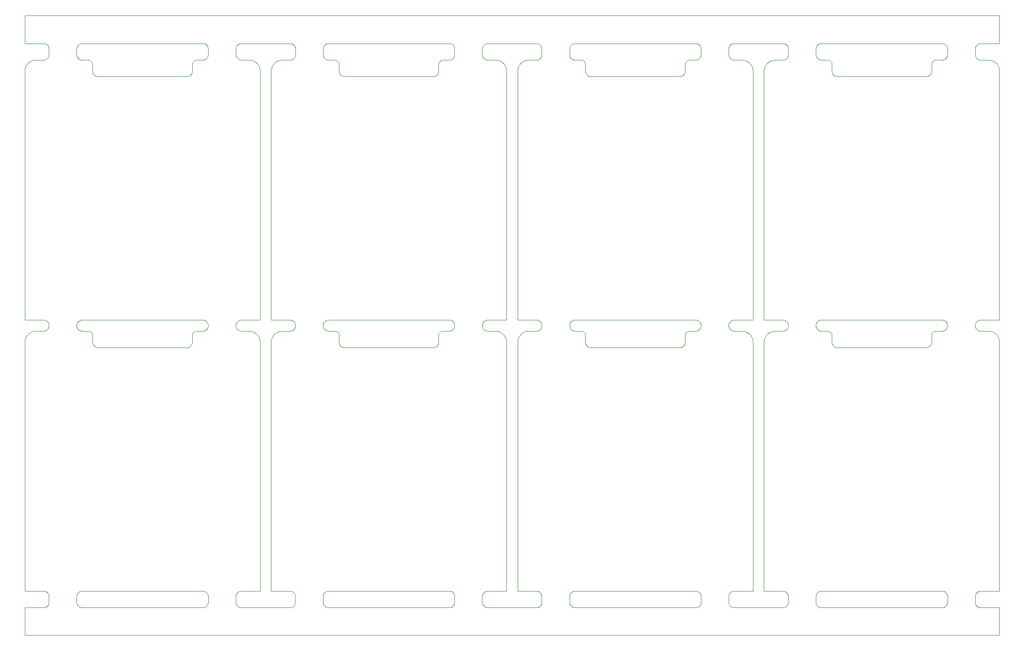
<source format=gbr>
%TF.GenerationSoftware,KiCad,Pcbnew,9.0.2*%
%TF.CreationDate,2025-05-28T15:12:05+01:00*%
%TF.ProjectId,Bongo-Cat-Fidget-Toy,426f6e67-6f2d-4436-9174-2d4669646765,rev?*%
%TF.SameCoordinates,Original*%
%TF.FileFunction,Profile,NP*%
%FSLAX46Y46*%
G04 Gerber Fmt 4.6, Leading zero omitted, Abs format (unit mm)*
G04 Created by KiCad (PCBNEW 9.0.2) date 2025-05-28 15:12:05*
%MOMM*%
%LPD*%
G01*
G04 APERTURE LIST*
%TA.AperFunction,Profile*%
%ADD10C,0.100000*%
%TD*%
G04 APERTURE END LIST*
D10*
X223884758Y-79773737D02*
X223846103Y-79803904D01*
X149910950Y-77786499D02*
X149865971Y-77847752D01*
X159017129Y-25485411D02*
X159043362Y-25443985D01*
X198148237Y-76635258D02*
X198116209Y-76672387D01*
X90750000Y-28512772D02*
X90750000Y-30001487D01*
X90758660Y-77491839D02*
X90750563Y-77500344D01*
X188241699Y-25076044D02*
X188287447Y-25058397D01*
X60512272Y-132001500D02*
X236487727Y-132001500D01*
X203571595Y-27596603D02*
X203543362Y-27556514D01*
X114418016Y-27291494D02*
X114404939Y-27244237D01*
X191214000Y-28411450D02*
X191152747Y-28366471D01*
X93096925Y-27882539D02*
X93053127Y-27904585D01*
X62184674Y-77025798D02*
X62109872Y-77039205D01*
X144026080Y-25004810D02*
X144074981Y-25001203D01*
X114517129Y-126516088D02*
X114492960Y-126473425D01*
X135250288Y-77501009D02*
X135250000Y-77512747D01*
X232242960Y-124528574D02*
X232267129Y-124485911D01*
X70584005Y-27957483D02*
X70537447Y-27942102D01*
X206392129Y-30515088D02*
X206367960Y-30472425D01*
X135154085Y-79428627D02*
X135132039Y-79472425D01*
X143568985Y-25168362D02*
X143610411Y-25142129D01*
X70679104Y-124019695D02*
X70727416Y-124011312D01*
X61630700Y-28199612D02*
X61608005Y-28210744D01*
X101869276Y-77199601D02*
X101800223Y-77167873D01*
X158876203Y-75950481D02*
X158879810Y-75901580D01*
X153816602Y-76338052D02*
X153798955Y-76383800D01*
X70537447Y-25058397D02*
X70584005Y-25043016D01*
X109298955Y-126384800D02*
X109279085Y-126429627D01*
X159584005Y-25043016D02*
X159631262Y-25029939D01*
X159403074Y-124118460D02*
X159446872Y-124096414D01*
X70631262Y-25029939D02*
X70679104Y-25019195D01*
X182366209Y-126673387D02*
X182332399Y-126708899D01*
X197570895Y-76981304D02*
X197522583Y-76989687D01*
X182259758Y-124227262D02*
X182296887Y-124259290D01*
X232183397Y-126339052D02*
X232168016Y-126292494D01*
X203375000Y-27001487D02*
X203375000Y-25999012D01*
X99477416Y-126990687D02*
X99429104Y-126982304D01*
X114903074Y-27882539D02*
X114860411Y-27858370D01*
X135206983Y-79291494D02*
X135191602Y-79338052D01*
X198009758Y-126774737D02*
X197971103Y-126804904D01*
X188381262Y-25029939D02*
X188429104Y-25019195D01*
X227066602Y-27338052D02*
X227048955Y-27383800D01*
X197522583Y-76989687D02*
X197473919Y-76995689D01*
X149809669Y-28932015D02*
X149796297Y-28953467D01*
X232267129Y-25485411D02*
X232293362Y-25443985D01*
X64212552Y-25058397D02*
X64258300Y-25076044D01*
X198148237Y-126636258D02*
X198116209Y-126673387D01*
X105011858Y-29785621D02*
X105009301Y-29810769D01*
X198373796Y-76050518D02*
X198370189Y-76099419D01*
X102754546Y-78041102D02*
X102742279Y-78019000D01*
X93398237Y-75365741D02*
X93428404Y-75404396D01*
X102131958Y-28352001D02*
X102068505Y-28310182D01*
X206821872Y-79904585D02*
X206778074Y-79882539D01*
X190981499Y-28258220D02*
X190959397Y-28245953D01*
X232834005Y-126958483D02*
X232787447Y-126943102D01*
X182456637Y-126557514D02*
X182428404Y-126597603D01*
X179632039Y-79472425D02*
X179607870Y-79515088D01*
X224132039Y-79472425D02*
X224107870Y-79515088D01*
X161845914Y-30428627D02*
X161826044Y-30383800D01*
X73321872Y-30904585D02*
X73278074Y-30882539D01*
X63925018Y-75001703D02*
X63973919Y-75005310D01*
X181868737Y-27970560D02*
X181820895Y-27981304D01*
X150817353Y-28120906D02*
X150793648Y-28129685D01*
X159071595Y-126597603D02*
X159043362Y-126557514D01*
X98990241Y-75227262D02*
X99028896Y-75197095D01*
X206418362Y-79556514D02*
X206392129Y-79515088D01*
X62011010Y-28061488D02*
X61986539Y-28067824D01*
X143183397Y-27338052D02*
X143168016Y-27291494D01*
X236499839Y-29994168D02*
X236497753Y-29911865D01*
X138123796Y-124950481D02*
X138125000Y-124999512D01*
X70043362Y-75444485D02*
X70071595Y-75404396D01*
X61540602Y-77245953D02*
X61518500Y-77258220D01*
X188526080Y-124005310D02*
X188574981Y-124001703D01*
X63875987Y-25000000D02*
X63925018Y-25001203D01*
X114778896Y-25196595D02*
X114818985Y-25168362D01*
X143787447Y-124058897D02*
X143834005Y-124043516D01*
X115084005Y-124043516D02*
X115131262Y-124030439D01*
X109373796Y-75950481D02*
X109375000Y-75999512D01*
X191754546Y-29041102D02*
X191742279Y-29019000D01*
X226681014Y-25168362D02*
X226721103Y-25196595D01*
X232220914Y-75572372D02*
X232242960Y-75528574D01*
X226759758Y-126774737D02*
X226721103Y-126804904D01*
X143125000Y-126002487D02*
X143125000Y-124999512D01*
X232490241Y-27773737D02*
X232453112Y-27741709D01*
X161946595Y-30596603D02*
X161918362Y-30556514D01*
X153582399Y-27707899D02*
X153546887Y-27741709D01*
X146652726Y-28366456D02*
X146631979Y-28352016D01*
X93566602Y-124662947D02*
X93581983Y-124709505D01*
X137832399Y-27707899D02*
X137796887Y-27741709D01*
X198148237Y-124365741D02*
X198178404Y-124404396D01*
X226796887Y-124259290D02*
X226832399Y-124293100D01*
X197758300Y-27924455D02*
X197712552Y-27942102D01*
X149629185Y-29294148D02*
X149620406Y-29317853D01*
X64678404Y-126597603D02*
X64648237Y-126636258D01*
X99574981Y-75001703D02*
X99624012Y-75000500D01*
X182620189Y-124901580D02*
X182623796Y-124950481D01*
X64212552Y-124058897D02*
X64258300Y-124076544D01*
X197618737Y-76970560D02*
X197570895Y-76981304D01*
X105426438Y-77766489D02*
X105410965Y-77786478D01*
X204276080Y-76995689D02*
X204227416Y-76989687D01*
X187851762Y-25365241D02*
X187883790Y-25328112D01*
X109206637Y-76556514D02*
X109178404Y-76596603D01*
X153546887Y-75259290D02*
X153582399Y-75293100D01*
X138066602Y-27338052D02*
X138048955Y-27383800D01*
X60796284Y-77953489D02*
X60757733Y-78018978D01*
X236500000Y-74988227D02*
X236500000Y-30006833D01*
X223300018Y-79999296D02*
X223250987Y-80000500D01*
X204131262Y-76970560D02*
X204084005Y-76957483D01*
X191990698Y-78810769D02*
X191988141Y-78785621D01*
X64165994Y-76957483D02*
X64118737Y-76970560D01*
X236342605Y-78223529D02*
X236332636Y-78200300D01*
X137721103Y-27803904D02*
X137681014Y-27832137D01*
X198355804Y-124804604D02*
X198364187Y-124852916D01*
X60521462Y-78710211D02*
X60511861Y-78785596D01*
X150285978Y-28411465D02*
X150265989Y-28426938D01*
X147499729Y-74999254D02*
X147499999Y-74988252D01*
X114543362Y-27556514D02*
X114517129Y-27515088D01*
X63973919Y-124005310D02*
X64022583Y-124011312D01*
X203451044Y-27383800D02*
X203433397Y-27338052D01*
X105613108Y-28559872D02*
X105559372Y-28613608D01*
X90720060Y-79244237D02*
X90706983Y-79291494D01*
X64873796Y-75950481D02*
X64875000Y-75999512D01*
X92962552Y-75058897D02*
X93008300Y-75076544D01*
X179581637Y-79556514D02*
X179553404Y-79596603D01*
X138048955Y-76383800D02*
X138029085Y-76428627D01*
X115084005Y-27957483D02*
X115037447Y-27942102D01*
X226681014Y-124168862D02*
X226721103Y-124197095D01*
X137175018Y-127000296D02*
X137125987Y-127001500D01*
X64864187Y-27148083D02*
X64855804Y-27196395D01*
X137759758Y-76773737D02*
X137721103Y-76803904D01*
X162193985Y-79832137D02*
X162153896Y-79803904D01*
X135173955Y-30383800D02*
X135154085Y-30428627D01*
X204131262Y-126971560D02*
X204084005Y-126958483D01*
X197931014Y-75168862D02*
X197971103Y-75197095D01*
X93398237Y-27635258D02*
X93366209Y-27672387D01*
X105426438Y-28766489D02*
X105410965Y-28786478D01*
X138081983Y-124709505D02*
X138095060Y-124756762D01*
X93259758Y-25226762D02*
X93296887Y-25258790D01*
X198345060Y-76244237D02*
X198331983Y-76291494D01*
X135749844Y-77001063D02*
X135741339Y-77009160D01*
X102292926Y-77474978D02*
X102234030Y-77426954D01*
X60588236Y-29413953D02*
X60567330Y-29487015D01*
X90523237Y-79635258D02*
X90491209Y-79672387D01*
X179607870Y-79515088D02*
X179581637Y-79556514D01*
X106486515Y-28067830D02*
X106413453Y-28088736D01*
X60595811Y-78389810D02*
X60588243Y-78413929D01*
X232351762Y-76635258D02*
X232321595Y-76596603D01*
X138007039Y-124528574D02*
X138029085Y-124572372D01*
X150723029Y-77157894D02*
X150699800Y-77167863D01*
X158879810Y-124901580D02*
X158885812Y-124852916D01*
X197522583Y-124011312D02*
X197570895Y-124019695D01*
X187917600Y-25292600D02*
X187953112Y-25258790D01*
X197971103Y-25196595D02*
X198009758Y-25226762D01*
X98625000Y-27001487D02*
X98625000Y-25999012D01*
X114860411Y-25142129D02*
X114903074Y-25117960D01*
X206653896Y-30803904D02*
X206615241Y-30773737D01*
X72754810Y-30099419D02*
X72751203Y-30050518D01*
X232168016Y-126292494D02*
X232154939Y-126245237D01*
X162699981Y-30999296D02*
X162651080Y-30995689D01*
X93332399Y-126708899D02*
X93296887Y-126742709D01*
X137462552Y-27942102D02*
X137415994Y-27957483D01*
X114451044Y-126384800D02*
X114433397Y-126339052D01*
X226125987Y-127001500D02*
X204374012Y-127001500D01*
X182566602Y-27338052D02*
X182548955Y-27383800D01*
X98793362Y-25443985D02*
X98821595Y-25403896D01*
X161754810Y-30099419D02*
X161751203Y-30050518D01*
X226928404Y-27596603D02*
X226898237Y-27635258D01*
X227120189Y-27099419D02*
X227114187Y-27148083D01*
X117693985Y-30832137D02*
X117653896Y-30803904D01*
X191939011Y-29511510D02*
X191932675Y-29487039D01*
X93181014Y-75168862D02*
X93221103Y-75197095D01*
X137368737Y-75030439D02*
X137415994Y-75043516D01*
X138120189Y-75901580D02*
X138123796Y-75950481D01*
X105952967Y-28296797D02*
X105931515Y-28310169D01*
X135250000Y-77512772D02*
X135250000Y-79001487D01*
X109345060Y-25756262D02*
X109355804Y-25804104D01*
X143293362Y-25443985D02*
X143321595Y-25403896D01*
X153798955Y-76383800D02*
X153779085Y-76428627D01*
X232220914Y-124572372D02*
X232242960Y-124528574D01*
X224258660Y-77491839D02*
X224250563Y-77500344D01*
X159874012Y-75000500D02*
X181625987Y-75000500D01*
X62085062Y-77044303D02*
X62011035Y-77061482D01*
X187917600Y-124293100D02*
X187953112Y-124259290D01*
X224749844Y-28001063D02*
X224741339Y-28009160D01*
X203903074Y-27882539D02*
X203860411Y-27858370D01*
X159240241Y-126774737D02*
X159203112Y-126742709D01*
X191648483Y-77868520D02*
X191634043Y-77847773D01*
X182623796Y-124950481D02*
X182625000Y-124999512D01*
X114376203Y-76050518D02*
X114375000Y-76001487D01*
X117542600Y-30707899D02*
X117508790Y-30672387D01*
X147439011Y-29511510D02*
X147432675Y-29487039D01*
X204276080Y-126996689D02*
X204227416Y-126990687D01*
X206279939Y-79244237D02*
X206269195Y-79196395D01*
X232787447Y-27942102D02*
X232741699Y-27924455D01*
X89897583Y-30989687D02*
X89848919Y-30995689D01*
X226639588Y-126859370D02*
X226596925Y-126883539D01*
X101214878Y-77012358D02*
X101189730Y-77009801D01*
X93428404Y-75404396D02*
X93456637Y-75444485D01*
X69876203Y-124950481D02*
X69879810Y-124901580D01*
X234714878Y-28012358D02*
X234689730Y-28009801D01*
X203376203Y-76050518D02*
X203375000Y-76001487D01*
X150540602Y-77245953D02*
X150518500Y-77258220D01*
X204227416Y-75011312D02*
X204276080Y-75005310D01*
X115084005Y-75043516D02*
X115131262Y-75030439D01*
X182625000Y-126002487D02*
X182623796Y-126051518D01*
X99028896Y-25196595D02*
X99068985Y-25168362D01*
X115131262Y-126971560D02*
X115084005Y-126958483D01*
X60503527Y-29886595D02*
X60502247Y-29911840D01*
X232417600Y-124293100D02*
X232453112Y-124259290D01*
X203492960Y-75528574D02*
X203517129Y-75485911D01*
X114571595Y-124404396D02*
X114601762Y-124365741D01*
X226508300Y-27924455D02*
X226462552Y-27942102D01*
X150131447Y-28542438D02*
X150113126Y-28559854D01*
X138029085Y-126429627D02*
X138007039Y-126473425D01*
X89993737Y-30970560D02*
X89945895Y-30981304D01*
X187644195Y-27196395D02*
X187635812Y-27148083D01*
X181625987Y-28000500D02*
X180262272Y-28000500D01*
X114404939Y-75756762D02*
X114418016Y-75709505D01*
X159727416Y-126990687D02*
X159679104Y-126982304D01*
X143929104Y-75019695D02*
X143977416Y-75011312D01*
X109373796Y-76050518D02*
X109370189Y-76099419D01*
X70017129Y-25485411D02*
X70043362Y-25443985D01*
X137982870Y-25485411D02*
X138007039Y-25528074D01*
X153798955Y-126384800D02*
X153779085Y-126429627D01*
X102978533Y-29710186D02*
X102974705Y-29685199D01*
X198232870Y-124485911D02*
X198257039Y-124528574D01*
X197803127Y-126905585D02*
X197758300Y-126925455D01*
X63973919Y-27995689D02*
X63925018Y-27999296D01*
X72237727Y-77000500D02*
X70874012Y-77000500D01*
X143135812Y-126149083D02*
X143129810Y-126100419D01*
X236490698Y-78810769D02*
X236488141Y-78785621D01*
X179750000Y-79001487D02*
X179748796Y-79050518D01*
X203991699Y-27924455D02*
X203946872Y-27904585D01*
X223300018Y-30999296D02*
X223250987Y-31000500D01*
X70278896Y-75197095D02*
X70318985Y-75168862D01*
X101390127Y-77039205D02*
X101315325Y-77025798D01*
X232168016Y-75709505D02*
X232183397Y-75662947D01*
X116758660Y-77009160D02*
X116750155Y-77001063D01*
X92820895Y-75019695D02*
X92868737Y-75030439D01*
X187821595Y-124404396D02*
X187851762Y-124365741D01*
X188334005Y-25043016D02*
X188381262Y-25029939D01*
X108712552Y-27942102D02*
X108665994Y-27957483D01*
X101981499Y-28258220D02*
X101959397Y-28245953D01*
X146206351Y-28129685D02*
X146182646Y-28120906D01*
X64070895Y-124019695D02*
X64118737Y-124030439D01*
X70240241Y-25226762D02*
X70278896Y-25196595D01*
X179748796Y-79050518D02*
X179745189Y-79099419D01*
X197931014Y-124168862D02*
X197971103Y-124197095D01*
X182428404Y-124404396D02*
X182456637Y-124444485D01*
X187625000Y-76001487D02*
X187625000Y-75999512D01*
X102932669Y-78487015D02*
X102911763Y-78413953D01*
X224023237Y-79635258D02*
X223991209Y-79672387D01*
X188381262Y-126971560D02*
X188334005Y-126958483D01*
X150347252Y-28366471D02*
X150285999Y-28411450D01*
X232929104Y-126982304D02*
X232881262Y-126971560D01*
X159203112Y-76741709D02*
X159167600Y-76707899D01*
X114394195Y-76196395D02*
X114385812Y-76148083D01*
X226639588Y-75142629D02*
X226681014Y-75168862D01*
X191999839Y-29994168D02*
X191997753Y-29911865D01*
X150187854Y-77491476D02*
X150131466Y-77542421D01*
X60595811Y-29389810D02*
X60588243Y-29413929D01*
X90421887Y-30741709D02*
X90384758Y-30773737D01*
X153212552Y-76942102D02*
X153165994Y-76957483D01*
X226125987Y-25000000D02*
X226175018Y-25001203D01*
X207102416Y-79989687D02*
X207054104Y-79981304D01*
X153346925Y-124118460D02*
X153389588Y-124142629D01*
X149560982Y-29511535D02*
X149543803Y-29585562D01*
X93623796Y-126051518D02*
X93620189Y-126100419D01*
X114667600Y-76707899D02*
X114633790Y-76672387D01*
X198364187Y-126149083D02*
X198355804Y-126197395D01*
X151386069Y-28004028D02*
X151310295Y-28009799D01*
X236499729Y-123999254D02*
X236499999Y-123988252D01*
X137681014Y-124168862D02*
X137721103Y-124197095D01*
X101214878Y-28012358D02*
X101189730Y-28009801D01*
X149595811Y-78389810D02*
X149588243Y-78413929D01*
X159874012Y-25000000D02*
X181625987Y-25000000D01*
X109148237Y-126636258D02*
X109116209Y-126673387D01*
X102999729Y-123999254D02*
X102999999Y-123988252D01*
X93482870Y-124485911D02*
X93507039Y-124528574D01*
X205737727Y-77000500D02*
X204374012Y-77000500D01*
X188028896Y-75197095D02*
X188068985Y-75168862D01*
X114375000Y-76001487D02*
X114375000Y-75999512D01*
X159446872Y-75096414D02*
X159491699Y-75076544D01*
X236499999Y-79006821D02*
X236499839Y-78994180D01*
X226832399Y-75293100D02*
X226866209Y-75328612D01*
X70403074Y-126883539D02*
X70360411Y-126859370D01*
X226462552Y-75058897D02*
X226508300Y-75076544D01*
X188526080Y-75005310D02*
X188574981Y-75001703D01*
X105351501Y-28868541D02*
X105309682Y-28931994D01*
X203778896Y-27803904D02*
X203740241Y-27773737D01*
X145815300Y-28025794D02*
X145790313Y-28021966D01*
X149588236Y-29413953D02*
X149567330Y-29487015D01*
X64732870Y-27515088D02*
X64706637Y-27556514D01*
X138081983Y-76291494D02*
X138066602Y-76338052D01*
X188028896Y-25196595D02*
X188068985Y-25168362D01*
X162412447Y-79942102D02*
X162366699Y-79924455D01*
X194011858Y-29785621D02*
X194009301Y-29810769D01*
X198375000Y-126002487D02*
X198373796Y-126051518D01*
X203451044Y-76383800D02*
X203433397Y-76338052D01*
X235391994Y-28210744D02*
X235369299Y-28199612D01*
X226796887Y-75259290D02*
X226832399Y-75293100D01*
X114818985Y-75168862D02*
X114860411Y-75142629D01*
X204084005Y-76957483D02*
X204037447Y-76942102D01*
X182096925Y-124118460D02*
X182139588Y-124142629D01*
X159491699Y-25076044D02*
X159537447Y-25058397D01*
X93296887Y-27741709D02*
X93259758Y-27773737D01*
X92820895Y-25019195D02*
X92868737Y-25029939D01*
X182620189Y-25901080D02*
X182623796Y-25949981D01*
X114601762Y-75365741D02*
X114633790Y-75328612D01*
X198373796Y-126051518D02*
X198370189Y-126100419D01*
X92868737Y-76970560D02*
X92820895Y-76981304D01*
X226175018Y-76999296D02*
X226125987Y-77000500D01*
X102978533Y-78710186D02*
X102974705Y-78685199D01*
X143168016Y-75709505D02*
X143183397Y-75662947D01*
X236190317Y-28931994D02*
X236148498Y-28868541D01*
X158885812Y-126149083D02*
X158879810Y-126100419D01*
X144074981Y-27999296D02*
X144026080Y-27995689D01*
X187629810Y-126100419D02*
X187626203Y-126051518D01*
X194785978Y-77411465D02*
X194765989Y-77426938D01*
X153831983Y-27291494D02*
X153816602Y-27338052D01*
X158951044Y-25616699D02*
X158970914Y-25571872D01*
X98720914Y-27428627D02*
X98701044Y-27383800D01*
X232787447Y-124058897D02*
X232834005Y-124043516D01*
X204037447Y-126943102D02*
X203991699Y-126925455D01*
X92868737Y-75030439D02*
X92915994Y-75043516D01*
X147370804Y-29294124D02*
X147342614Y-29223552D01*
X106810269Y-77009801D02*
X106785121Y-77012358D01*
X182181014Y-25168362D02*
X182221103Y-25196595D01*
X179264588Y-79858370D02*
X179221925Y-79882539D01*
X98635812Y-126149083D02*
X98629810Y-126100419D01*
X98821595Y-76596603D02*
X98793362Y-76556514D01*
X226681014Y-76832137D02*
X226639588Y-76858370D01*
X73042600Y-30707899D02*
X73008790Y-30672387D01*
X105021462Y-29710211D02*
X105011861Y-29785596D01*
X143125000Y-27001487D02*
X143125000Y-25999012D01*
X73193985Y-30832137D02*
X73153896Y-30803904D01*
X108889588Y-124142629D02*
X108931014Y-124168862D01*
X194410950Y-77786499D02*
X194365971Y-77847752D01*
X137928404Y-124404396D02*
X137956637Y-124444485D01*
X108758300Y-126925455D02*
X108712552Y-126943102D01*
X159824981Y-25001203D02*
X159874012Y-25000000D01*
X198370189Y-124901580D02*
X198373796Y-124950481D01*
X147203702Y-28953467D02*
X147190330Y-28932015D01*
X143242960Y-126473425D02*
X143220914Y-126429627D01*
X226553127Y-124096414D02*
X226596925Y-124118460D01*
X188477416Y-27989687D02*
X188429104Y-27981304D01*
X72793016Y-30291494D02*
X72779939Y-30244237D01*
X182221103Y-25196595D02*
X182259758Y-25226762D01*
X236404181Y-29389786D02*
X236379601Y-29317876D01*
X70043362Y-25443985D02*
X70071595Y-25403896D01*
X134633300Y-30924455D02*
X134587552Y-30942102D01*
X114860411Y-124142629D02*
X114903074Y-124118460D01*
X61265969Y-28426954D02*
X61207073Y-28474978D01*
X233124012Y-77000500D02*
X233074981Y-76999296D01*
X102911756Y-78413929D02*
X102904188Y-78389810D01*
X108931014Y-124168862D02*
X108971103Y-124197095D01*
X64779085Y-124572372D02*
X64798955Y-124617199D01*
X159403074Y-126883539D02*
X159360411Y-126859370D01*
X179730804Y-79196395D02*
X179720060Y-79244237D01*
X203433397Y-76338052D02*
X203418016Y-76291494D01*
X114946872Y-75096414D02*
X114991699Y-75076544D01*
X106199776Y-77167873D02*
X106130723Y-77199601D01*
X105296284Y-28953489D02*
X105257733Y-29018978D01*
X134445895Y-79981304D02*
X134397583Y-79989687D01*
X204037447Y-75058897D02*
X204084005Y-75043516D01*
X236370804Y-29294124D02*
X236342614Y-29223552D01*
X108758300Y-75076544D02*
X108803127Y-75096414D01*
X204179104Y-25019195D02*
X204227416Y-25010812D01*
X114946872Y-124096414D02*
X114991699Y-124076544D01*
X179739187Y-79148083D02*
X179730804Y-79196395D01*
X151493668Y-28000660D02*
X151411365Y-28002746D01*
X64546887Y-25258790D02*
X64582399Y-25292600D01*
X197931014Y-76832137D02*
X197889588Y-76858370D01*
X159133790Y-126673387D02*
X159101762Y-126636258D01*
X162078112Y-30741709D02*
X162042600Y-30707899D01*
X204037447Y-25058397D02*
X204084005Y-25043016D01*
X188068985Y-126833137D02*
X188028896Y-126804904D01*
X226596925Y-76882539D02*
X226553127Y-76904585D01*
X188526080Y-27995689D02*
X188477416Y-27989687D01*
X93529085Y-27428627D02*
X93507039Y-27472425D01*
X109046887Y-27741709D02*
X109009758Y-27773737D01*
X92915994Y-126958483D02*
X92868737Y-126971560D01*
X107006321Y-77000500D02*
X106993680Y-77000660D01*
X114860411Y-27858370D02*
X114818985Y-27832137D01*
X145714878Y-77012358D02*
X145689730Y-77009801D01*
X159133790Y-27672387D02*
X159101762Y-27635258D01*
X93614187Y-76148083D02*
X93605804Y-76196395D01*
X105257720Y-29019000D02*
X105245453Y-29041102D01*
X162366699Y-30924455D02*
X162321872Y-30904585D01*
X227095060Y-25756262D02*
X227105804Y-25804104D01*
X60500000Y-123988252D02*
X60500270Y-123999254D01*
X69904939Y-27244237D02*
X69894195Y-27196395D01*
X114470914Y-25571872D02*
X114492960Y-25528074D01*
X153845060Y-75756762D02*
X153855804Y-75804604D01*
X224762247Y-77000500D02*
X224750509Y-77000788D01*
X135191602Y-79338052D02*
X135173955Y-79383800D01*
X151011010Y-77061488D02*
X150986539Y-77067824D01*
X108712552Y-126943102D02*
X108665994Y-126958483D01*
X236203702Y-77953467D02*
X236190330Y-77932015D01*
X93605804Y-126197395D02*
X93595060Y-126245237D01*
X93096925Y-25117960D02*
X93139588Y-25142129D01*
X180249844Y-77001063D02*
X180241339Y-77009160D01*
X162042600Y-30707899D02*
X162008790Y-30672387D01*
X153873796Y-76050518D02*
X153870189Y-76099419D01*
X226368737Y-76970560D02*
X226320895Y-76981304D01*
X187917600Y-27707899D02*
X187883790Y-27672387D01*
X188287447Y-75058897D02*
X188334005Y-75043516D01*
X153509758Y-75227262D02*
X153546887Y-75259290D01*
X108665994Y-25043016D02*
X108712552Y-25058397D01*
X114778896Y-75197095D02*
X114818985Y-75168862D01*
X64831983Y-75709505D02*
X64845060Y-75756762D01*
X153582399Y-126708899D02*
X153546887Y-126742709D01*
X105765969Y-28426954D02*
X105707073Y-28474978D01*
X206241322Y-77491822D02*
X205758677Y-77009177D01*
X188477416Y-75011312D02*
X188526080Y-75005310D01*
X143220914Y-76428627D02*
X143201044Y-76383800D01*
X236478533Y-78710186D02*
X236474705Y-78685199D01*
X153757039Y-27472425D02*
X153732870Y-27515088D01*
X64875000Y-126002487D02*
X64873796Y-126051518D01*
X145613904Y-77004027D02*
X145588659Y-77002747D01*
X153582399Y-76707899D02*
X153546887Y-76741709D01*
X138114187Y-27148083D02*
X138105804Y-27196395D01*
X134493737Y-30970560D02*
X134445895Y-30981304D01*
X232144195Y-25804104D02*
X232154939Y-25756262D01*
X187767129Y-75485911D02*
X187793362Y-75444485D01*
X60525294Y-29685199D02*
X60521466Y-29710186D01*
X61889286Y-77096318D02*
X61817376Y-77120898D01*
X137596925Y-25117960D02*
X137639588Y-25142129D01*
X138048955Y-27383800D02*
X138029085Y-27428627D01*
X223957399Y-30707899D02*
X223921887Y-30741709D01*
X203703112Y-75259290D02*
X203740241Y-75227262D01*
X137462552Y-76942102D02*
X137415994Y-76957483D01*
X161808397Y-79338052D02*
X161793016Y-79291494D01*
X90720060Y-30244237D02*
X90706983Y-30291494D01*
X146547010Y-28296784D02*
X146481521Y-28258233D01*
X162042600Y-79707899D02*
X162008790Y-79672387D01*
X114740241Y-76773737D02*
X114703112Y-76741709D01*
X117778074Y-79882539D02*
X117735411Y-79858370D01*
X102999839Y-29994168D02*
X102997753Y-29911865D01*
X179632039Y-30472425D02*
X179607870Y-30515088D01*
X232135812Y-126149083D02*
X232129810Y-126100419D01*
X109232870Y-126516088D02*
X109206637Y-126557514D01*
X62386069Y-28004028D02*
X62310295Y-28009799D01*
X69885812Y-124852916D02*
X69894195Y-124804604D01*
X137956637Y-75444485D02*
X137982870Y-75485911D01*
X181962552Y-76942102D02*
X181915994Y-76957483D01*
X103000000Y-74988227D02*
X103000000Y-30006833D01*
X149500000Y-79006833D02*
X149500000Y-123988227D01*
X117778074Y-30882539D02*
X117735411Y-30858370D01*
X70203112Y-76741709D02*
X70167600Y-76707899D01*
X70631262Y-126971560D02*
X70584005Y-126958483D01*
X64864187Y-76148083D02*
X64855804Y-76196395D01*
X190891994Y-77210744D02*
X190869299Y-77199612D01*
X138029085Y-124572372D02*
X138048955Y-124617199D01*
X64706637Y-124444485D02*
X64732870Y-124485911D01*
X153022583Y-75011312D02*
X153070895Y-75019695D01*
X105167363Y-78200300D02*
X105157394Y-78223529D01*
X137832399Y-75293100D02*
X137866209Y-75328612D01*
X72918362Y-30556514D02*
X72892129Y-30515088D01*
X159017129Y-76515088D02*
X158992960Y-76472425D01*
X162602416Y-30989687D02*
X162554104Y-30981304D01*
X207199981Y-79999296D02*
X207151080Y-79995689D01*
X64118737Y-124030439D02*
X64165994Y-124043516D01*
X64831983Y-126292494D02*
X64816602Y-126339052D01*
X226272583Y-75011312D02*
X226320895Y-75019695D01*
X181625987Y-127001500D02*
X159874012Y-127001500D01*
X143881262Y-126971560D02*
X143834005Y-126958483D01*
X143568985Y-27832137D02*
X143528896Y-27803904D01*
X93221103Y-25196595D02*
X93259758Y-25226762D01*
X158894195Y-75804604D02*
X158904939Y-75756762D01*
X64873796Y-126051518D02*
X64870189Y-126100419D01*
X151310269Y-77009801D02*
X151285121Y-77012358D01*
X226368737Y-124030439D02*
X226415994Y-124043516D01*
X203860411Y-27858370D02*
X203818985Y-27832137D01*
X181820895Y-75019695D02*
X181868737Y-75030439D01*
X153346925Y-126883539D02*
X153303127Y-126905585D01*
X109206637Y-75444485D02*
X109232870Y-75485911D01*
X69918016Y-124709505D02*
X69933397Y-124662947D01*
X232696872Y-76904585D02*
X232653074Y-76882539D01*
X197889588Y-126859370D02*
X197846925Y-126883539D01*
X64509758Y-124227262D02*
X64546887Y-124259290D01*
X146182623Y-77120898D02*
X146110713Y-77096318D01*
X147497752Y-78911840D02*
X147496472Y-78886595D01*
X232125000Y-27001487D02*
X232125000Y-25999012D01*
X137796887Y-25258790D02*
X137832399Y-25292600D01*
X108931014Y-25168362D02*
X108971103Y-25196595D01*
X137956637Y-27556514D02*
X137928404Y-27596603D01*
X198009758Y-75227262D02*
X198046887Y-75259290D01*
X227114187Y-75852916D02*
X227120189Y-75901580D01*
X138081983Y-25709005D02*
X138095060Y-25756262D01*
X62285096Y-28012361D02*
X62209711Y-28021962D01*
X182614187Y-27148083D02*
X182605804Y-27196395D01*
X182053127Y-75096414D02*
X182096925Y-75118460D01*
X232741699Y-25076044D02*
X232787447Y-25058397D01*
X161826044Y-30383800D02*
X161808397Y-30338052D01*
X182259758Y-126774737D02*
X182221103Y-126804904D01*
X144026080Y-75005310D02*
X144074981Y-75001703D01*
X159240241Y-27773737D02*
X159203112Y-27741709D01*
X99574981Y-27999296D02*
X99526080Y-27995689D01*
X153816602Y-75662947D02*
X153831983Y-75709505D01*
X109116209Y-76672387D02*
X109082399Y-76707899D01*
X226125987Y-124000500D02*
X226175018Y-124001703D01*
X143220914Y-27428627D02*
X143201044Y-27383800D01*
X187701044Y-25616699D02*
X187720914Y-25571872D01*
X137125987Y-124000500D02*
X137175018Y-124001703D01*
X236242266Y-29018978D02*
X236203715Y-28953489D01*
X114903074Y-75118460D02*
X114946872Y-75096414D01*
X159318985Y-126833137D02*
X159278896Y-126804904D01*
X206615241Y-30773737D02*
X206578112Y-30741709D01*
X114667600Y-27707899D02*
X114633790Y-27672387D01*
X143834005Y-124043516D02*
X143881262Y-124030439D01*
X206735411Y-30858370D02*
X206693985Y-30832137D01*
X147300887Y-78131200D02*
X147289755Y-78108505D01*
X64509758Y-27773737D02*
X64471103Y-27803904D01*
X158904939Y-126245237D02*
X158894195Y-126197395D01*
X143183397Y-25662447D02*
X143201044Y-25616699D01*
X61265969Y-77426954D02*
X61207073Y-77474978D01*
X187701044Y-27383800D02*
X187683397Y-27338052D01*
X149543798Y-29585587D02*
X149538709Y-29610347D01*
X99068985Y-25168362D02*
X99110411Y-25142129D01*
X64757039Y-27472425D02*
X64732870Y-27515088D01*
X69951044Y-124617199D02*
X69970914Y-124572372D01*
X138105804Y-126197395D02*
X138095060Y-126245237D01*
X101776947Y-28157885D02*
X101706375Y-28129695D01*
X143183397Y-126339052D02*
X143168016Y-126292494D01*
X64845060Y-75756762D02*
X64855804Y-75804604D01*
X182605804Y-27196395D02*
X182595060Y-27244237D01*
X203633790Y-76672387D02*
X203601762Y-76635258D01*
X158879810Y-126100419D02*
X158876203Y-126051518D01*
X64582399Y-124293100D02*
X64616209Y-124328612D01*
X197473919Y-76995689D02*
X197425018Y-76999296D01*
X143201044Y-124617199D02*
X143220914Y-124572372D01*
X236254546Y-29041102D02*
X236242279Y-29019000D01*
X64873796Y-76050518D02*
X64870189Y-76099419D01*
X195709686Y-28021966D02*
X195684699Y-28025794D01*
X159167600Y-76707899D02*
X159133790Y-76672387D01*
X150265969Y-28426954D02*
X150207073Y-28474978D01*
X198279085Y-76428627D02*
X198257039Y-76472425D01*
X92962552Y-27942102D02*
X92915994Y-27957483D01*
X114379810Y-126100419D02*
X114376203Y-126051518D01*
X153864187Y-124852916D02*
X153870189Y-124901580D01*
X226125987Y-75000500D02*
X226175018Y-75001703D01*
X64855804Y-75804604D02*
X64864187Y-75852916D01*
X188153074Y-126883539D02*
X188110411Y-126859370D01*
X161892129Y-30515088D02*
X161867960Y-30472425D01*
X108425018Y-75001703D02*
X108473919Y-75005310D01*
X99028896Y-76803904D02*
X98990241Y-76773737D01*
X226320895Y-27981304D02*
X226272583Y-27989687D01*
X236148483Y-77868520D02*
X236134043Y-77847773D01*
X204131262Y-27970560D02*
X204084005Y-27957483D01*
X187990241Y-75227262D02*
X188028896Y-75197095D01*
X60511858Y-29785621D02*
X60509301Y-29810769D01*
X117418362Y-79556514D02*
X117392129Y-79515088D01*
X207151080Y-30995689D02*
X207102416Y-30989687D01*
X143834005Y-126958483D02*
X143787447Y-126943102D01*
X98644195Y-126197395D02*
X98635812Y-126149083D01*
X226596925Y-126883539D02*
X226553127Y-126905585D01*
X147203702Y-77953467D02*
X147190330Y-77932015D01*
X69904939Y-75756762D02*
X69918016Y-75709505D01*
X235958061Y-77631947D02*
X235940645Y-77613626D01*
X72769195Y-30196395D02*
X72760812Y-30148083D01*
X70403074Y-25117960D02*
X70446872Y-25095914D01*
X190513460Y-28067824D02*
X190488989Y-28061488D01*
X93620189Y-126100419D02*
X93614187Y-126149083D01*
X137759758Y-126774737D02*
X137721103Y-126804904D01*
X114451044Y-75617199D02*
X114470914Y-75572372D01*
X98635812Y-25852416D02*
X98644195Y-25804104D01*
X159167600Y-25292600D02*
X159203112Y-25258790D01*
X191997752Y-29911840D02*
X191996472Y-29886595D01*
X203571595Y-75404396D02*
X203601762Y-75365741D01*
X203375000Y-76001487D02*
X203375000Y-75999512D01*
X64864187Y-124852916D02*
X64870189Y-124901580D01*
X90748796Y-30050518D02*
X90745189Y-30099419D01*
X198148237Y-25365241D02*
X198178404Y-25403896D01*
X98668016Y-75709505D02*
X98683397Y-75662947D01*
X143977416Y-75011312D02*
X144026080Y-75005310D01*
X93456637Y-76556514D02*
X93428404Y-76596603D01*
X181625987Y-25000000D02*
X181675018Y-25001203D01*
X134678127Y-30904585D02*
X134633300Y-30924455D01*
X73699981Y-79999296D02*
X73651080Y-79995689D01*
X149757720Y-29019000D02*
X149745453Y-29041102D01*
X64303127Y-27904585D02*
X64258300Y-27924455D01*
X198316602Y-75662947D02*
X198331983Y-75709505D01*
X187793362Y-75444485D02*
X187821595Y-75404396D01*
X227114187Y-27148083D02*
X227105804Y-27196395D01*
X114376203Y-126051518D02*
X114375000Y-126002487D01*
X161892129Y-79515088D02*
X161867960Y-79472425D01*
X206653896Y-79803904D02*
X206615241Y-79773737D01*
X114601762Y-76635258D02*
X114571595Y-76596603D01*
X98793362Y-76556514D02*
X98767129Y-76515088D01*
X232653074Y-27882539D02*
X232610411Y-27858370D01*
X204084005Y-126958483D02*
X204037447Y-126943102D01*
X64616209Y-76672387D02*
X64582399Y-76707899D01*
X102842605Y-78223529D02*
X102832636Y-78200300D01*
X64471103Y-76803904D02*
X64431014Y-76832137D01*
X232293362Y-27556514D02*
X232267129Y-27515088D01*
X178993737Y-79970560D02*
X178945895Y-79981304D01*
X153546887Y-76741709D02*
X153509758Y-76773737D01*
X150059354Y-28613626D02*
X150041938Y-28631947D01*
X151386069Y-77004028D02*
X151310295Y-77009799D01*
X187644195Y-75804604D02*
X187654939Y-75756762D01*
X158918016Y-124709505D02*
X158933397Y-124662947D01*
X98767129Y-27515088D02*
X98742960Y-27472425D01*
X102648483Y-28868520D02*
X102634043Y-28847773D01*
X73008790Y-79672387D02*
X72976762Y-79635258D01*
X108425018Y-127000296D02*
X108375987Y-127001500D01*
X188287447Y-126943102D02*
X188241699Y-126925455D01*
X236456196Y-78585562D02*
X236439017Y-78511535D01*
X203633790Y-27672387D02*
X203601762Y-27635258D01*
X187851762Y-27635258D02*
X187821595Y-27596603D01*
X191131958Y-77352001D02*
X191068505Y-77310182D01*
X227123796Y-75950481D02*
X227125000Y-75999512D01*
X137223919Y-124005310D02*
X137272583Y-124011312D01*
X187683397Y-25662447D02*
X187701044Y-25616699D01*
X60503527Y-78886595D02*
X60502247Y-78911840D01*
X187851762Y-124365741D02*
X187883790Y-124328612D01*
X143977416Y-76989687D02*
X143929104Y-76981304D01*
X102789743Y-29108482D02*
X102754558Y-29041124D01*
X236461290Y-29610347D02*
X236456201Y-29585587D01*
X149502246Y-29911865D02*
X149500160Y-29994168D01*
X99028896Y-124197095D02*
X99068985Y-124168862D01*
X198046887Y-124259290D02*
X198082399Y-124293100D01*
X191939011Y-78511510D02*
X191932675Y-78487039D01*
X150113108Y-28559872D02*
X150059372Y-28613608D01*
X93625000Y-25999012D02*
X93625000Y-27001487D01*
X191368533Y-28542421D02*
X191312145Y-28491476D01*
X63925018Y-25001203D02*
X63973919Y-25004810D01*
X63925018Y-76999296D02*
X63875987Y-77000500D01*
X73506262Y-79970560D02*
X73459005Y-79957483D01*
X235459375Y-28245941D02*
X235392017Y-28210756D01*
X109375000Y-126002487D02*
X109373796Y-126051518D01*
X105038705Y-78610372D02*
X105025298Y-78685174D01*
X159776080Y-124005310D02*
X159824981Y-124001703D01*
X182595060Y-25756262D02*
X182605804Y-25804104D01*
X73235411Y-30858370D02*
X73193985Y-30832137D01*
X227066602Y-76338052D02*
X227048955Y-76383800D01*
X69885812Y-126149083D02*
X69879810Y-126100419D01*
X227120189Y-25901080D02*
X227123796Y-25949981D01*
X61368020Y-77352016D02*
X61347273Y-77366456D01*
X179758660Y-28491839D02*
X179750563Y-28500344D01*
X187683397Y-124662947D02*
X187701044Y-124617199D01*
X143135812Y-76148083D02*
X143129810Y-76099419D01*
X137125987Y-25000000D02*
X137175018Y-25001203D01*
X144124012Y-28000500D02*
X144074981Y-27999296D01*
X146110689Y-28096311D02*
X146086570Y-28088743D01*
X108931014Y-126833137D02*
X108889588Y-126859370D01*
X182581983Y-124709505D02*
X182595060Y-124756762D01*
X108971103Y-27803904D02*
X108931014Y-27832137D01*
X236432669Y-29487015D02*
X236411763Y-29413953D01*
X70133790Y-25328112D02*
X70167600Y-25292600D01*
X194351501Y-28868541D02*
X194309682Y-28931994D01*
X153303127Y-124096414D02*
X153346925Y-124118460D01*
X93428404Y-25403896D02*
X93456637Y-25443985D01*
X197971103Y-27803904D02*
X197931014Y-27832137D01*
X64546887Y-75259290D02*
X64582399Y-75293100D01*
X98767129Y-75485911D02*
X98793362Y-75444485D01*
X138066602Y-126339052D02*
X138048955Y-126384800D01*
X203633790Y-25328112D02*
X203667600Y-25292600D01*
X90632039Y-30472425D02*
X90607870Y-30515088D01*
X188196872Y-75096414D02*
X188241699Y-75076544D01*
X187625000Y-25999012D02*
X187626203Y-25949981D01*
X188196872Y-25095914D02*
X188241699Y-25076044D01*
X61131447Y-77542438D02*
X61113126Y-77559854D01*
X105012272Y-75000500D02*
X108375987Y-75000500D01*
X108712552Y-124058897D02*
X108758300Y-124076544D01*
X101088634Y-77002746D02*
X101006331Y-77000660D01*
X108665994Y-27957483D02*
X108618737Y-27970560D01*
X64779085Y-126429627D02*
X64757039Y-126473425D01*
X149926438Y-28766489D02*
X149910965Y-28786478D01*
X143741699Y-76924455D02*
X143696872Y-76904585D01*
X93529085Y-75572372D02*
X93548955Y-75617199D01*
X188526080Y-76995689D02*
X188477416Y-76989687D01*
X102509023Y-77688354D02*
X102458078Y-77631966D01*
X149511858Y-78785621D02*
X149509301Y-78810769D01*
X153875000Y-126002487D02*
X153873796Y-126051518D01*
X153816602Y-126339052D02*
X153798955Y-126384800D01*
X224081637Y-30556514D02*
X224053404Y-30596603D01*
X190006319Y-77000660D02*
X189993678Y-77000500D01*
X143125000Y-76001487D02*
X143125000Y-75999512D01*
X93605804Y-76196395D02*
X93595060Y-76244237D01*
X194199101Y-29131223D02*
X194167373Y-29200276D01*
X194490959Y-28688373D02*
X194474494Y-28707553D01*
X198116209Y-76672387D02*
X198082399Y-76707899D01*
X227120189Y-124901580D02*
X227123796Y-124950481D01*
X203740241Y-25226762D02*
X203778896Y-25196595D01*
X191589034Y-28786478D02*
X191573561Y-28766489D01*
X223633300Y-79924455D02*
X223587552Y-79942102D01*
X161751203Y-30050518D02*
X161750000Y-30001487D01*
X195609847Y-77039209D02*
X195585087Y-77044298D01*
X93139588Y-75142629D02*
X93181014Y-75168862D01*
X153816602Y-25662447D02*
X153831983Y-25709005D01*
X105847252Y-28366471D02*
X105785999Y-28411450D01*
X159537447Y-76942102D02*
X159491699Y-76924455D01*
X145890127Y-28039205D02*
X145815325Y-28025798D01*
X146868533Y-28542421D02*
X146812145Y-28491476D01*
X70043362Y-27556514D02*
X70017129Y-27515088D01*
X235300199Y-77167863D02*
X235276970Y-77157894D01*
X182259758Y-25226762D02*
X182296887Y-25258790D01*
X72946595Y-30596603D02*
X72918362Y-30556514D01*
X69885812Y-75852916D02*
X69894195Y-75804604D01*
X223445895Y-30981304D02*
X223397583Y-30989687D01*
X64165994Y-126958483D02*
X64118737Y-126971560D01*
X197570895Y-124019695D02*
X197618737Y-124030439D01*
X198370189Y-76099419D02*
X198364187Y-76148083D01*
X143383790Y-124328612D02*
X143417600Y-124293100D01*
X162506262Y-79970560D02*
X162459005Y-79957483D01*
X224239187Y-79148083D02*
X224230804Y-79196395D01*
X181868737Y-76970560D02*
X181820895Y-76981304D01*
X162115241Y-79773737D02*
X162078112Y-79741709D01*
X179133300Y-30924455D02*
X179087552Y-30942102D01*
X109316602Y-27338052D02*
X109298955Y-27383800D01*
X197425018Y-76999296D02*
X197375987Y-77000500D01*
X235868533Y-28542421D02*
X235812145Y-28491476D01*
X182623796Y-76050518D02*
X182620189Y-76099419D01*
X187635812Y-75852916D02*
X187644195Y-75804604D01*
X191988138Y-29785596D02*
X191978537Y-29710211D01*
X98629810Y-76099419D02*
X98626203Y-76050518D01*
X117542600Y-79707899D02*
X117508790Y-79672387D01*
X224173955Y-30383800D02*
X224154085Y-30428627D01*
X203903074Y-76882539D02*
X203860411Y-76858370D01*
X69933397Y-124662947D02*
X69951044Y-124617199D01*
X236461290Y-78610347D02*
X236456201Y-78585587D01*
X147379593Y-78317853D02*
X147370814Y-78294148D01*
X102458061Y-28631947D02*
X102440645Y-28613626D01*
X153165994Y-124043516D02*
X153212552Y-124058897D01*
X158904939Y-124756762D02*
X158918016Y-124709505D01*
X223348919Y-30995689D02*
X223300018Y-30999296D01*
X114470914Y-76428627D02*
X114451044Y-76383800D01*
X232417600Y-27707899D02*
X232383790Y-27672387D01*
X114375000Y-27001487D02*
X114375000Y-25999012D01*
X105001245Y-75000229D02*
X105012247Y-75000499D01*
X198298955Y-75617199D02*
X198316602Y-75662947D01*
X206418362Y-30556514D02*
X206392129Y-30515088D01*
X60757720Y-78019000D02*
X60745453Y-78041102D01*
X109345060Y-126245237D02*
X109331983Y-126292494D01*
X138007039Y-75528574D02*
X138029085Y-75572372D01*
X194088236Y-29413953D02*
X194067330Y-29487015D01*
X194088236Y-78413953D02*
X194067330Y-78487015D01*
X159679104Y-124019695D02*
X159727416Y-124011312D01*
X153779085Y-126429627D02*
X153757039Y-126473425D01*
X70203112Y-27741709D02*
X70167600Y-27707899D01*
X114740241Y-124227262D02*
X114778896Y-124197095D01*
X153732870Y-75485911D02*
X153757039Y-75528574D01*
X105000000Y-74988252D02*
X105000270Y-74999254D01*
X99334005Y-124043516D02*
X99381262Y-124030439D01*
X198373796Y-25949981D02*
X198375000Y-25999012D01*
X198370189Y-75901580D02*
X198373796Y-75950481D01*
X194785978Y-28411465D02*
X194765989Y-28426938D01*
X159874012Y-77000500D02*
X159824981Y-76999296D01*
X109279085Y-126429627D02*
X109257039Y-126473425D01*
X235714000Y-77411450D02*
X235652747Y-77366471D01*
X232490241Y-126774737D02*
X232453112Y-126742709D01*
X106293624Y-77129695D02*
X106223052Y-77157885D01*
X115131262Y-27970560D02*
X115084005Y-27957483D01*
X143183397Y-124662947D02*
X143201044Y-124617199D01*
X143126203Y-76050518D02*
X143125000Y-76001487D01*
X143741699Y-27924455D02*
X143696872Y-27904585D01*
X195486515Y-77067830D02*
X195413453Y-77088736D01*
X227048955Y-124617199D02*
X227066602Y-124662947D01*
X236134028Y-77847752D02*
X236089049Y-77786499D01*
X108846925Y-75118460D02*
X108889588Y-75142629D01*
X150431494Y-28310182D02*
X150368041Y-28352001D01*
X158879810Y-25901080D02*
X158885812Y-25852416D01*
X102458061Y-77631947D02*
X102440645Y-77613626D01*
X158992960Y-27472425D02*
X158970914Y-27428627D01*
X99477416Y-76989687D02*
X99429104Y-76981304D01*
X109046887Y-25258790D02*
X109082399Y-25292600D01*
X138125000Y-25999012D02*
X138125000Y-27001487D01*
X153431014Y-126833137D02*
X153389588Y-126859370D01*
X153757039Y-75528574D02*
X153779085Y-75572372D01*
X62310269Y-77009801D02*
X62285121Y-77012358D01*
X61817353Y-77120906D02*
X61793648Y-77129685D01*
X109279085Y-124572372D02*
X109298955Y-124617199D01*
X236500000Y-24987727D02*
X236500000Y-20012272D01*
X182548955Y-126384800D02*
X182529085Y-126429627D01*
X93581983Y-76291494D02*
X93566602Y-76338052D01*
X182221103Y-76803904D02*
X182181014Y-76832137D01*
X101959375Y-28245941D02*
X101892017Y-28210756D01*
X62411340Y-77002747D02*
X62386095Y-77004027D01*
X194257720Y-78019000D02*
X194245453Y-78041102D01*
X143321595Y-25403896D02*
X143351762Y-25365241D01*
X158876203Y-25949981D02*
X158879810Y-25901080D01*
X143490241Y-124227262D02*
X143528896Y-124197095D01*
X150793624Y-28129695D02*
X150723052Y-28157885D01*
X182296887Y-75259290D02*
X182332399Y-75293100D01*
X235206351Y-28129685D02*
X235182646Y-28120906D01*
X197665994Y-76957483D02*
X197618737Y-76970560D01*
X108522583Y-75011312D02*
X108570895Y-75019695D01*
X137368737Y-25029939D02*
X137415994Y-25043016D01*
X93620189Y-76099419D02*
X93614187Y-76148083D01*
X158875000Y-25999012D02*
X158876203Y-25949981D01*
X159360411Y-75142629D02*
X159403074Y-75118460D01*
X90264588Y-30858370D02*
X90221925Y-30882539D01*
X182139588Y-76858370D02*
X182096925Y-76882539D01*
X234815300Y-77025794D02*
X234790313Y-77021966D01*
X99526080Y-27995689D02*
X99477416Y-27989687D01*
X206269195Y-79196395D02*
X206260812Y-79148083D01*
X187851762Y-75365741D02*
X187883790Y-75328612D01*
X105245441Y-78041124D02*
X105210256Y-78108482D01*
X108570895Y-126982304D02*
X108522583Y-126990687D01*
X232417600Y-75293100D02*
X232453112Y-75259290D01*
X203470914Y-76428627D02*
X203451044Y-76383800D01*
X90133300Y-30924455D02*
X90087552Y-30942102D01*
X204374012Y-28000500D02*
X204324981Y-27999296D01*
X159727416Y-25010812D02*
X159776080Y-25004810D01*
X143528896Y-27803904D02*
X143490241Y-27773737D01*
X62285096Y-77012361D02*
X62209711Y-77021962D01*
X60512272Y-25000000D02*
X63875987Y-25000000D01*
X64070895Y-76981304D02*
X64022583Y-76989687D01*
X60502246Y-78911865D02*
X60500160Y-78994168D01*
X146086546Y-77088736D02*
X146013484Y-77067830D01*
X190390127Y-28039205D02*
X190315325Y-28025798D01*
X98629810Y-75901580D02*
X98635812Y-75852916D01*
X114404939Y-124756762D02*
X114418016Y-124709505D01*
X108570895Y-75019695D02*
X108618737Y-75030439D01*
X143653074Y-124118460D02*
X143696872Y-124096414D01*
X179758660Y-77491839D02*
X179750563Y-77500344D01*
X203418016Y-126292494D02*
X203404939Y-126245237D01*
X162506262Y-30970560D02*
X162459005Y-30957483D01*
X233124012Y-28000500D02*
X233074981Y-27999296D01*
X61041921Y-77631966D02*
X60990976Y-77688354D01*
X203394195Y-126197395D02*
X203385812Y-126149083D01*
X117912447Y-79942102D02*
X117866699Y-79924455D01*
X188241699Y-76924455D02*
X188196872Y-76904585D01*
X138120189Y-25901080D02*
X138123796Y-25949981D01*
X236289743Y-29108482D02*
X236254558Y-29041124D01*
X137596925Y-126883539D02*
X137553127Y-126905585D01*
X159043362Y-124444485D02*
X159071595Y-124404396D01*
X70446872Y-75096414D02*
X70491699Y-75076544D01*
X147254546Y-29041102D02*
X147242279Y-29019000D01*
X150518478Y-28258233D02*
X150452989Y-28296784D01*
X187683397Y-75662947D02*
X187701044Y-75617199D01*
X234493666Y-77000500D02*
X233124012Y-77000500D01*
X70874012Y-124000500D02*
X92625987Y-124000500D01*
X182398237Y-75365741D02*
X182428404Y-75404396D01*
X137508300Y-25076044D02*
X137553127Y-25095914D01*
X90040994Y-79957483D02*
X89993737Y-79970560D01*
X114385812Y-75852916D02*
X114394195Y-75804604D01*
X61059354Y-77613626D02*
X61041938Y-77631947D01*
X109370189Y-75901580D02*
X109373796Y-75950481D01*
X226721103Y-76803904D02*
X226681014Y-76832137D01*
X106223029Y-77157894D02*
X106199800Y-77167863D01*
X64389588Y-76858370D02*
X64346925Y-76882539D01*
X153616209Y-76672387D02*
X153582399Y-76707899D01*
X70824981Y-27999296D02*
X70776080Y-27995689D01*
X135230804Y-79196395D02*
X135220060Y-79244237D01*
X181625987Y-75000500D02*
X181675018Y-75001703D01*
X224248796Y-30050518D02*
X224245189Y-30099419D01*
X179523237Y-30635258D02*
X179491209Y-30672387D01*
X64022583Y-75011312D02*
X64070895Y-75019695D01*
X153816602Y-27338052D02*
X153798955Y-27383800D01*
X143168016Y-76291494D02*
X143154939Y-76244237D01*
X109373796Y-124950481D02*
X109375000Y-124999512D01*
X198331983Y-27291494D02*
X198316602Y-27338052D01*
X143453112Y-124259290D02*
X143490241Y-124227262D01*
X187742960Y-27472425D02*
X187720914Y-27428627D01*
X114633790Y-27672387D02*
X114601762Y-27635258D01*
X236487727Y-127001500D02*
X233124012Y-127001500D01*
X117735411Y-79858370D02*
X117693985Y-79832137D01*
X101513460Y-77067824D02*
X101488989Y-77061488D01*
X190869276Y-28199601D02*
X190800223Y-28167873D01*
X179133300Y-79924455D02*
X179087552Y-79942102D01*
X137866209Y-124328612D02*
X137898237Y-124365741D01*
X117279939Y-79244237D02*
X117269195Y-79196395D01*
X105157385Y-29223552D02*
X105129195Y-29294124D01*
X143528896Y-124197095D02*
X143568985Y-124168862D01*
X232293362Y-75444485D02*
X232321595Y-75404396D01*
X98917600Y-76707899D02*
X98883790Y-76672387D01*
X182482870Y-27515088D02*
X182456637Y-27556514D01*
X114376203Y-25949981D02*
X114379810Y-25901080D01*
X198316602Y-76338052D02*
X198298955Y-76383800D01*
X198257039Y-27472425D02*
X198232870Y-27515088D01*
X105129185Y-29294148D02*
X105120406Y-29317853D01*
X232977416Y-124011312D02*
X233026080Y-124005310D01*
X195293624Y-77129695D02*
X195223052Y-77157885D01*
X188287447Y-27942102D02*
X188241699Y-27924455D01*
X138095060Y-27244237D02*
X138081983Y-27291494D01*
X187683397Y-27338052D02*
X187668016Y-27291494D01*
X226223919Y-75005310D02*
X226272583Y-75011312D01*
X98644195Y-27196395D02*
X98635812Y-27148083D01*
X105785978Y-28411465D02*
X105765989Y-28426938D01*
X153855804Y-76196395D02*
X153845060Y-76244237D01*
X98625000Y-76001487D02*
X98625000Y-75999512D01*
X161779939Y-79244237D02*
X161769195Y-79196395D01*
X194426438Y-28766489D02*
X194410965Y-28786478D01*
X223493737Y-79970560D02*
X223445895Y-79981304D01*
X115324981Y-27999296D02*
X115276080Y-27995689D01*
X226223919Y-126996689D02*
X226175018Y-127000296D01*
X109370189Y-76099419D02*
X109364187Y-76148083D01*
X158879810Y-27099419D02*
X158876203Y-27050518D01*
X69951044Y-76383800D02*
X69933397Y-76338052D01*
X236474701Y-29685174D02*
X236461294Y-29610372D01*
X115276080Y-27995689D02*
X115227416Y-27989687D01*
X143610411Y-25142129D02*
X143653074Y-25117960D01*
X191742266Y-29018978D02*
X191703715Y-28953489D01*
X194000000Y-30006833D02*
X194000000Y-74988227D01*
X105011858Y-78785621D02*
X105009301Y-78810769D01*
X159537447Y-126943102D02*
X159491699Y-126925455D01*
X138123796Y-126051518D02*
X138120189Y-126100419D01*
X232834005Y-76957483D02*
X232787447Y-76942102D01*
X232293362Y-76556514D02*
X232267129Y-76515088D01*
X91262247Y-28000500D02*
X91250509Y-28000788D01*
X108618737Y-75030439D02*
X108665994Y-75043516D01*
X194613108Y-77559872D02*
X194559372Y-77613608D01*
X93332399Y-76707899D02*
X93296887Y-76741709D01*
X64582399Y-76707899D02*
X64546887Y-76741709D01*
X226832399Y-76707899D02*
X226796887Y-76741709D01*
X223493737Y-30970560D02*
X223445895Y-30981304D01*
X188574981Y-27999296D02*
X188526080Y-27995689D01*
X203385812Y-27148083D02*
X203379810Y-27099419D01*
X60710244Y-78108505D02*
X60699112Y-78131200D01*
X203946872Y-126905585D02*
X203903074Y-126883539D01*
X232696872Y-27904585D02*
X232653074Y-27882539D01*
X143267129Y-124485911D02*
X143293362Y-124444485D01*
X205749490Y-28000788D02*
X205737752Y-28000500D01*
X153616209Y-126673387D02*
X153582399Y-126708899D01*
X232417600Y-76707899D02*
X232383790Y-76672387D01*
X93620189Y-25901080D02*
X93623796Y-25949981D01*
X203860411Y-124142629D02*
X203903074Y-124118460D01*
X153873796Y-27050518D02*
X153870189Y-27099419D01*
X143321595Y-76596603D02*
X143293362Y-76556514D01*
X204324981Y-127000296D02*
X204276080Y-126996689D01*
X188196872Y-27904585D02*
X188153074Y-27882539D01*
X198279085Y-126429627D02*
X198257039Y-126473425D01*
X159278896Y-76803904D02*
X159240241Y-76773737D01*
X93507039Y-75528574D02*
X93529085Y-75572372D01*
X70133790Y-75328612D02*
X70167600Y-75293100D01*
X114703112Y-76741709D02*
X114667600Y-76707899D01*
X179491209Y-79672387D02*
X179457399Y-79707899D01*
X99477416Y-75011312D02*
X99526080Y-75005310D01*
X188334005Y-126958483D02*
X188287447Y-126943102D01*
X135741322Y-28009177D02*
X135258677Y-28491822D01*
X117293016Y-79291494D02*
X117279939Y-79244237D01*
X143351762Y-75365741D02*
X143383790Y-75328612D01*
X232490241Y-75227262D02*
X232528896Y-75197095D01*
X64616209Y-25328112D02*
X64648237Y-25365241D01*
X93529085Y-25571872D02*
X93548955Y-25616699D01*
X162699981Y-79999296D02*
X162651080Y-79995689D01*
X134348919Y-79995689D02*
X134300018Y-79999296D01*
X137125987Y-28000500D02*
X135762272Y-28000500D01*
X227123796Y-126051518D02*
X227120189Y-126100419D01*
X188028896Y-76803904D02*
X187990241Y-76773737D01*
X191800887Y-29131200D02*
X191789755Y-29108505D01*
X232129810Y-75901580D02*
X232135812Y-75852916D01*
X203379810Y-27099419D02*
X203376203Y-27050518D01*
X109373796Y-25949981D02*
X109375000Y-25999012D01*
X194687854Y-77491476D02*
X194631466Y-77542421D01*
X194541921Y-28631966D02*
X194490976Y-28688354D01*
X153509758Y-27773737D02*
X153471103Y-27803904D01*
X138114187Y-126149083D02*
X138105804Y-126197395D01*
X232929104Y-75019695D02*
X232977416Y-75011312D01*
X106684674Y-28025798D02*
X106609872Y-28039205D01*
X64471103Y-25196595D02*
X64509758Y-25226762D01*
X181962552Y-124058897D02*
X182008300Y-124076544D01*
X224741322Y-77009177D02*
X224258677Y-77491822D01*
X187625000Y-126002487D02*
X187625000Y-124999512D01*
X182482870Y-76515088D02*
X182456637Y-76556514D01*
X179706983Y-79291494D02*
X179691602Y-79338052D01*
X182548955Y-27383800D02*
X182529085Y-27428627D01*
X114433397Y-75662947D02*
X114451044Y-75617199D01*
X182529085Y-76428627D02*
X182507039Y-76472425D01*
X149500000Y-30006833D02*
X149500000Y-74988227D01*
X187917600Y-126708899D02*
X187883790Y-126673387D01*
X187883790Y-75328612D02*
X187917600Y-75293100D01*
X105043798Y-78585587D02*
X105038709Y-78610347D01*
X101006319Y-77000660D02*
X100993678Y-77000500D01*
X150113108Y-77559872D02*
X150059372Y-77613608D01*
X153346925Y-25117960D02*
X153389588Y-25142129D01*
X181772583Y-124011312D02*
X181820895Y-124019695D01*
X109082399Y-126708899D02*
X109046887Y-126742709D01*
X146568484Y-77310169D02*
X146547032Y-77296797D01*
X115037447Y-25058397D02*
X115084005Y-25043016D01*
X153873796Y-124950481D02*
X153875000Y-124999512D01*
X182296887Y-126742709D02*
X182259758Y-126774737D01*
X143351762Y-27635258D02*
X143321595Y-27596603D01*
X114394195Y-25804104D02*
X114404939Y-25756262D01*
X180262247Y-77000500D02*
X180250509Y-77000788D01*
X138029085Y-75572372D02*
X138048955Y-75617199D01*
X102573545Y-77766469D02*
X102525521Y-77707573D01*
X187793362Y-124444485D02*
X187821595Y-124404396D01*
X117249436Y-77500344D02*
X117241339Y-77491839D01*
X60745441Y-29041124D02*
X60710256Y-29108482D01*
X197665994Y-124043516D02*
X197712552Y-124058897D01*
X227029085Y-76428627D02*
X227007039Y-76472425D01*
X106585062Y-77044303D02*
X106511035Y-77061482D01*
X93566602Y-25662447D02*
X93581983Y-25709005D01*
X194847252Y-77366471D02*
X194785999Y-77411450D01*
X115324981Y-124001703D02*
X115374012Y-124000500D01*
X72760812Y-30148083D02*
X72754810Y-30099419D01*
X227048955Y-126384800D02*
X227029085Y-126429627D01*
X70101762Y-124365741D02*
X70133790Y-124328612D01*
X143881262Y-25029939D02*
X143929104Y-25019195D01*
X109148237Y-124365741D02*
X109178404Y-124404396D01*
X64845060Y-25756262D02*
X64855804Y-25804104D01*
X93605804Y-124804604D02*
X93614187Y-124852916D01*
X153855804Y-124804604D02*
X153864187Y-124852916D01*
X188196872Y-124096414D02*
X188241699Y-124076544D01*
X64706637Y-126557514D02*
X64678404Y-126597603D01*
X203703112Y-27741709D02*
X203667600Y-27707899D01*
X205737727Y-28000500D02*
X204374012Y-28000500D01*
X73749012Y-31000500D02*
X73699981Y-30999296D01*
X197375987Y-124000500D02*
X197425018Y-124001703D01*
X105245441Y-29041124D02*
X105210256Y-29108482D01*
X105043798Y-29585587D02*
X105038709Y-29610347D01*
X235276947Y-28157885D02*
X235206375Y-28129695D01*
X60500160Y-78994180D02*
X60500000Y-79006821D01*
X189993666Y-77000500D02*
X188624012Y-77000500D01*
X117476762Y-79635258D02*
X117446595Y-79596603D01*
X236332626Y-78200276D02*
X236300898Y-78131223D01*
X195018478Y-77258233D02*
X194952989Y-77296784D01*
X159071595Y-25403896D02*
X159101762Y-25365241D01*
X182566602Y-75662947D02*
X182581983Y-75709505D01*
X195511010Y-77061488D02*
X195486539Y-77067824D01*
X197570895Y-25019195D02*
X197618737Y-25029939D01*
X70679104Y-126982304D02*
X70631262Y-126971560D01*
X235792926Y-28474978D02*
X235734030Y-28426954D01*
X69918016Y-76291494D02*
X69904939Y-76244237D01*
X147134028Y-28847752D02*
X147089049Y-28786499D01*
X226320895Y-124019695D02*
X226368737Y-124030439D01*
X188624012Y-127001500D02*
X188574981Y-127000296D01*
X62493668Y-28000660D02*
X62411365Y-28002746D01*
X182581983Y-27291494D02*
X182566602Y-27338052D01*
X70584005Y-126958483D02*
X70537447Y-126943102D01*
X223397583Y-30989687D02*
X223348919Y-30995689D01*
X101891994Y-28210744D02*
X101869299Y-28199612D01*
X223806014Y-79832137D02*
X223764588Y-79858370D01*
X61817353Y-28120906D02*
X61793648Y-28129685D01*
X137796887Y-124259290D02*
X137832399Y-124293100D01*
X182620189Y-75901580D02*
X182623796Y-75950481D01*
X149511858Y-29785621D02*
X149509301Y-29810769D01*
X198279085Y-27428627D02*
X198257039Y-27472425D01*
X93605804Y-25804104D02*
X93614187Y-25852416D01*
X197522583Y-126990687D02*
X197473919Y-126996689D01*
X204227416Y-76989687D02*
X204179104Y-76981304D01*
X99334005Y-27957483D02*
X99287447Y-27942102D01*
X234588634Y-77002746D02*
X234506331Y-77000660D01*
X138105804Y-25804104D02*
X138114187Y-25852416D01*
X64732870Y-126516088D02*
X64706637Y-126557514D01*
X90306014Y-30832137D02*
X90264588Y-30858370D01*
X195486515Y-28067830D02*
X195413453Y-28088736D01*
X90607870Y-79515088D02*
X90581637Y-79556514D01*
X159167600Y-75293100D02*
X159203112Y-75259290D01*
X64258300Y-124076544D02*
X64303127Y-124096414D01*
X144074981Y-124001703D02*
X144124012Y-124000500D01*
X232787447Y-126943102D02*
X232741699Y-126925455D01*
X161867960Y-79472425D02*
X161845914Y-79428627D01*
X106223029Y-28157894D02*
X106199800Y-28167863D01*
X182623796Y-75950481D02*
X182625000Y-75999512D01*
X102789743Y-78108482D02*
X102754558Y-78041124D01*
X117326044Y-30383800D02*
X117308397Y-30338052D01*
X232125000Y-75999512D02*
X232126203Y-75950481D01*
X109331983Y-126292494D02*
X109316602Y-126339052D01*
X152973919Y-27995689D02*
X152925018Y-27999296D01*
X137368737Y-27970560D02*
X137320895Y-27981304D01*
X232201044Y-25616699D02*
X232220914Y-25571872D01*
X235369276Y-77199601D02*
X235300223Y-77167873D01*
X138105804Y-124804604D02*
X138114187Y-124852916D01*
X114394195Y-124804604D02*
X114404939Y-124756762D01*
X232834005Y-75043516D02*
X232881262Y-75030439D01*
X64732870Y-25485411D02*
X64757039Y-25528074D01*
X147478533Y-78710186D02*
X147474705Y-78685199D01*
X134348919Y-30995689D02*
X134300018Y-30999296D01*
X198009758Y-27773737D02*
X197971103Y-27803904D01*
X92723919Y-126996689D02*
X92675018Y-127000296D01*
X115037447Y-76942102D02*
X114991699Y-76924455D01*
X62386069Y-77004028D02*
X62310295Y-77009799D01*
X182605804Y-124804604D02*
X182614187Y-124852916D01*
X70824981Y-25001203D02*
X70874012Y-25000000D01*
X143929104Y-27981304D02*
X143881262Y-27970560D01*
X102988138Y-29785596D02*
X102978537Y-29710211D01*
X194021462Y-78710211D02*
X194011861Y-78785596D01*
X70631262Y-76970560D02*
X70584005Y-76957483D01*
X90264588Y-79858370D02*
X90221925Y-79882539D01*
X93221103Y-76803904D02*
X93181014Y-76832137D01*
X159446872Y-27904585D02*
X159403074Y-27882539D01*
X90673955Y-79383800D02*
X90654085Y-79428627D01*
X117326044Y-79383800D02*
X117308397Y-79338052D01*
X182366209Y-124328612D02*
X182398237Y-124365741D01*
X69904939Y-126245237D02*
X69894195Y-126197395D01*
X72741322Y-77491822D02*
X72258677Y-77009177D01*
X191990698Y-29810769D02*
X191988141Y-29785621D01*
X194043798Y-29585587D02*
X194038709Y-29610347D01*
X64757039Y-76472425D02*
X64732870Y-76515088D01*
X195585062Y-28044303D02*
X195511035Y-28061482D01*
X114543362Y-25443985D02*
X114571595Y-25403896D01*
X152875987Y-75000500D02*
X152925018Y-75001703D01*
X98883790Y-75328612D02*
X98917600Y-75293100D01*
X232144195Y-27196395D02*
X232135812Y-27148083D01*
X226415994Y-27957483D02*
X226368737Y-27970560D01*
X151285096Y-28012361D02*
X151209711Y-28021962D01*
X99624012Y-77000500D02*
X99574981Y-76999296D01*
X109331983Y-27291494D02*
X109316602Y-27338052D01*
X90750000Y-30001487D02*
X90748796Y-30050518D01*
X187668016Y-27291494D02*
X187654939Y-27244237D01*
X105707053Y-28474994D02*
X105687873Y-28491459D01*
X197522583Y-25010812D02*
X197570895Y-25019195D01*
X146714000Y-77411450D02*
X146652747Y-77366471D01*
X153864187Y-27148083D02*
X153855804Y-27196395D01*
X114394195Y-75804604D02*
X114404939Y-75756762D01*
X224154085Y-30428627D02*
X224132039Y-30472425D01*
X194060982Y-78511535D02*
X194043803Y-78585562D01*
X137415994Y-76957483D02*
X137368737Y-76970560D01*
X70446872Y-76904585D02*
X70403074Y-76882539D01*
X187635812Y-124852916D02*
X187644195Y-124804604D01*
X232568985Y-75168862D02*
X232610411Y-75142629D01*
X190315300Y-77025794D02*
X190290313Y-77021966D01*
X64070895Y-25019195D02*
X64118737Y-25029939D01*
X235013460Y-28067824D02*
X234988989Y-28061488D01*
X70584005Y-76957483D02*
X70537447Y-76942102D01*
X137681014Y-75168862D02*
X137721103Y-75197095D01*
X60511858Y-78785621D02*
X60509301Y-78810769D01*
X64022583Y-27989687D02*
X63973919Y-27995689D01*
X188477416Y-126990687D02*
X188429104Y-126982304D01*
X153648237Y-27635258D02*
X153616209Y-27672387D01*
X64678404Y-124404396D02*
X64706637Y-124444485D01*
X226462552Y-25058397D02*
X226508300Y-25076044D01*
X90706983Y-30291494D02*
X90691602Y-30338052D01*
X197931014Y-126833137D02*
X197889588Y-126859370D01*
X158933397Y-25662447D02*
X158951044Y-25616699D01*
X99153074Y-124118460D02*
X99196872Y-124096414D01*
X232610411Y-75142629D02*
X232653074Y-75118460D01*
X232321595Y-25403896D02*
X232351762Y-25365241D01*
X93456637Y-75444485D02*
X93482870Y-75485911D01*
X93581983Y-25709005D02*
X93595060Y-25756262D01*
X198355804Y-76196395D02*
X198345060Y-76244237D01*
X143787447Y-75058897D02*
X143834005Y-75043516D01*
X135762247Y-28000500D02*
X135750509Y-28000788D01*
X226175018Y-27999296D02*
X226125987Y-28000500D01*
X159491699Y-76924455D02*
X159446872Y-76904585D01*
X109345060Y-75756762D02*
X109355804Y-75804604D01*
X114778896Y-76803904D02*
X114740241Y-76773737D01*
X109375000Y-76001487D02*
X109373796Y-76050518D01*
X226596925Y-25117960D02*
X226639588Y-25142129D01*
X93605804Y-27196395D02*
X93595060Y-27244237D01*
X182581983Y-126292494D02*
X182566602Y-126339052D01*
X143126203Y-27050518D02*
X143125000Y-27001487D01*
X143351762Y-25365241D02*
X143383790Y-25328112D01*
X109375000Y-124999512D02*
X109375000Y-126002487D01*
X153471103Y-75197095D02*
X153509758Y-75227262D01*
X226759758Y-25226762D02*
X226796887Y-25258790D01*
X198373796Y-27050518D02*
X198370189Y-27099419D01*
X203376203Y-124950481D02*
X203379810Y-124901580D01*
X70727416Y-124011312D02*
X70776080Y-124005310D01*
X232881262Y-75030439D02*
X232929104Y-75019695D01*
X105490959Y-28688373D02*
X105474494Y-28707553D01*
X93529085Y-126429627D02*
X93507039Y-126473425D01*
X161867960Y-30472425D02*
X161845914Y-30428627D01*
X69885812Y-27148083D02*
X69879810Y-27099419D01*
X197712552Y-76942102D02*
X197665994Y-76957483D01*
X70776080Y-126996689D02*
X70727416Y-126990687D01*
X114379810Y-75901580D02*
X114385812Y-75852916D01*
X188110411Y-25142129D02*
X188153074Y-25117960D01*
X161258660Y-28009160D02*
X161250155Y-28001063D01*
X151184674Y-77025798D02*
X151109872Y-77039205D01*
X93366209Y-124328612D02*
X93398237Y-124365741D01*
X98625000Y-25999012D02*
X98626203Y-25949981D01*
X203379810Y-76099419D02*
X203376203Y-76050518D01*
X115179104Y-124019695D02*
X115227416Y-124011312D01*
X64346925Y-25117960D02*
X64389588Y-25142129D01*
X188153074Y-75118460D02*
X188196872Y-75096414D01*
X135749844Y-28001063D02*
X135741339Y-28009160D01*
X232696872Y-75096414D02*
X232741699Y-75076544D01*
X149926438Y-77766489D02*
X149910965Y-77786478D01*
X187793362Y-25443985D02*
X187821595Y-25403896D01*
X195810269Y-28009801D02*
X195785121Y-28012358D01*
X182332399Y-25292600D02*
X182366209Y-25328112D01*
X98851762Y-126636258D02*
X98821595Y-126597603D01*
X98701044Y-76383800D02*
X98683397Y-76338052D01*
X146110689Y-77096311D02*
X146086570Y-77088743D01*
X232135812Y-124852916D02*
X232144195Y-124804604D01*
X179221925Y-30882539D02*
X179178127Y-30904585D01*
X190113904Y-77004027D02*
X190088659Y-77002747D01*
X191312126Y-28491459D02*
X191292946Y-28474994D01*
X60910950Y-77786499D02*
X60865971Y-77847752D01*
X150986515Y-77067830D02*
X150913453Y-77088736D01*
X182139588Y-126859370D02*
X182096925Y-126883539D01*
X69875000Y-75999512D02*
X69876203Y-75950481D01*
X182620189Y-126100419D02*
X182614187Y-126149083D01*
X70537447Y-75058897D02*
X70584005Y-75043516D01*
X191987752Y-75000499D02*
X191998754Y-75000229D01*
X147300887Y-29131200D02*
X147289755Y-29108505D01*
X70631262Y-75030439D02*
X70679104Y-75019695D01*
X69951044Y-126384800D02*
X69933397Y-126339052D01*
X232144195Y-126197395D02*
X232135812Y-126149083D01*
X105060982Y-29511535D02*
X105043803Y-29585562D01*
X117866699Y-79924455D02*
X117821872Y-79904585D01*
X198046887Y-25258790D02*
X198082399Y-25292600D01*
X137272583Y-27989687D02*
X137223919Y-27995689D01*
X108473919Y-124005310D02*
X108522583Y-124011312D01*
X60512247Y-127001500D02*
X60501245Y-127001770D01*
X117249436Y-28500344D02*
X117241339Y-28491839D01*
X195413429Y-28088743D02*
X195389310Y-28096311D01*
X197473919Y-124005310D02*
X197522583Y-124011312D01*
X187720914Y-76428627D02*
X187701044Y-76383800D01*
X226721103Y-75197095D02*
X226759758Y-75227262D01*
X69918016Y-126292494D02*
X69904939Y-126245237D01*
X197570895Y-75019695D02*
X197618737Y-75030439D01*
X188028896Y-27803904D02*
X187990241Y-27773737D01*
X162153896Y-79803904D02*
X162115241Y-79773737D01*
X69894195Y-76196395D02*
X69885812Y-76148083D01*
X159776080Y-126996689D02*
X159727416Y-126990687D01*
X198082399Y-76707899D02*
X198046887Y-76741709D01*
X179221925Y-79882539D02*
X179178127Y-79904585D01*
X98629810Y-27099419D02*
X98626203Y-27050518D01*
X191996471Y-78886569D02*
X191990700Y-78810795D01*
X93482870Y-76515088D02*
X93456637Y-76556514D01*
X153546887Y-25258790D02*
X153582399Y-25292600D01*
X72258660Y-28009160D02*
X72250155Y-28001063D01*
X69933397Y-75662947D02*
X69951044Y-75617199D01*
X60500000Y-24987752D02*
X60500270Y-24998754D01*
X149851501Y-28868541D02*
X149809682Y-28931994D01*
X60501245Y-75000229D02*
X60512247Y-75000499D01*
X64798955Y-25616699D02*
X64816602Y-25662447D01*
X143129810Y-126100419D02*
X143126203Y-126051518D01*
X188241699Y-126925455D02*
X188196872Y-126905585D01*
X158970914Y-75572372D02*
X158992960Y-75528574D01*
X63973919Y-25004810D02*
X64022583Y-25010812D01*
X93366209Y-76672387D02*
X93332399Y-76707899D01*
X227007039Y-126473425D02*
X226982870Y-126516088D01*
X187821595Y-75404396D02*
X187851762Y-75365741D01*
X232220914Y-76428627D02*
X232201044Y-76383800D01*
X60501245Y-24999729D02*
X60512247Y-24999999D01*
X109355804Y-27196395D02*
X109345060Y-27244237D01*
X102879593Y-29317853D02*
X102870814Y-29294148D01*
X181915994Y-75043516D02*
X181962552Y-75058897D01*
X158879810Y-75901580D02*
X158885812Y-75852916D01*
X162235411Y-30858370D02*
X162193985Y-30832137D01*
X69875000Y-27001487D02*
X69875000Y-25999012D01*
X153165994Y-126958483D02*
X153118737Y-126971560D01*
X91241322Y-28009177D02*
X90758677Y-28491822D01*
X69894195Y-75804604D02*
X69904939Y-75756762D01*
X61607982Y-77210756D02*
X61540624Y-77245941D01*
X138105804Y-76196395D02*
X138095060Y-76244237D01*
X61041921Y-28631966D02*
X60990976Y-28688354D01*
X101981499Y-77258220D02*
X101959397Y-77245953D01*
X92772583Y-76989687D02*
X92723919Y-76995689D01*
X195993668Y-28000660D02*
X195911365Y-28002746D01*
X235547010Y-28296784D02*
X235481521Y-28258233D01*
X233124012Y-127001500D02*
X233074981Y-127000296D01*
X232490241Y-124227262D02*
X232528896Y-124197095D01*
X203703112Y-76741709D02*
X203667600Y-76707899D01*
X158894195Y-76196395D02*
X158885812Y-76148083D01*
X152973919Y-124005310D02*
X153022583Y-124011312D01*
X158933397Y-76338052D02*
X158918016Y-76291494D01*
X70071595Y-75404396D02*
X70101762Y-75365741D01*
X93008300Y-76924455D02*
X92962552Y-76942102D01*
X181675018Y-25001203D02*
X181723919Y-25004810D01*
X61431494Y-77310182D02*
X61368041Y-77352001D01*
X203778896Y-76803904D02*
X203740241Y-76773737D01*
X232293362Y-126557514D02*
X232267129Y-126516088D01*
X187626203Y-126051518D02*
X187625000Y-126002487D01*
X187793362Y-76556514D02*
X187767129Y-76515088D01*
X232242960Y-126473425D02*
X232220914Y-126429627D01*
X114375000Y-75999512D02*
X114376203Y-75950481D01*
X179730804Y-30196395D02*
X179720060Y-30244237D01*
X147134028Y-77847752D02*
X147089049Y-77786499D01*
X145493666Y-77000500D02*
X144124012Y-77000500D01*
X232126203Y-27050518D02*
X232125000Y-27001487D01*
X99153074Y-126883539D02*
X99110411Y-126859370D01*
X102047010Y-77296784D02*
X101981521Y-77258233D01*
X93139588Y-25142129D02*
X93181014Y-25168362D01*
X235792926Y-77474978D02*
X235734030Y-77426954D01*
X226796887Y-27741709D02*
X226759758Y-27773737D01*
X153389588Y-124142629D02*
X153431014Y-124168862D01*
X203543362Y-126557514D02*
X203517129Y-126516088D01*
X203517129Y-27515088D02*
X203492960Y-27472425D01*
X162153896Y-30803904D02*
X162115241Y-30773737D01*
X91249844Y-77001063D02*
X91241339Y-77009160D01*
X182595060Y-27244237D02*
X182581983Y-27291494D01*
X235110689Y-28096311D02*
X235086570Y-28088743D01*
X197522583Y-75011312D02*
X197570895Y-75019695D01*
X70446872Y-124096414D02*
X70491699Y-124076544D01*
X232383790Y-27672387D02*
X232351762Y-27635258D01*
X227125000Y-27001487D02*
X227123796Y-27050518D01*
X93008300Y-126925455D02*
X92962552Y-126943102D01*
X147496471Y-78886569D02*
X147490700Y-78810795D01*
X138048955Y-75617199D02*
X138066602Y-75662947D01*
X223846103Y-79803904D02*
X223806014Y-79832137D01*
X137415994Y-25043016D02*
X137462552Y-25058397D01*
X194210244Y-78108505D02*
X194199112Y-78131200D01*
X198373796Y-124950481D02*
X198375000Y-124999512D01*
X114860411Y-126859370D02*
X114818985Y-126833137D01*
X190290288Y-77021962D02*
X190214903Y-77012361D01*
X62506321Y-28000500D02*
X62493680Y-28000660D01*
X143126203Y-124950481D02*
X143129810Y-124901580D01*
X187990241Y-76773737D02*
X187953112Y-76741709D01*
X232183397Y-75662947D02*
X232201044Y-75617199D01*
X150913429Y-77088743D02*
X150889310Y-77096311D01*
X108889588Y-27858370D02*
X108846925Y-27882539D01*
X224762247Y-28000500D02*
X224750509Y-28000788D01*
X114404939Y-76244237D02*
X114394195Y-76196395D01*
X70874012Y-25000000D02*
X92625987Y-25000000D01*
X106293624Y-28129695D02*
X106223052Y-28157885D01*
X114703112Y-27741709D02*
X114667600Y-27707899D01*
X197712552Y-25058397D02*
X197758300Y-25076044D01*
X203375000Y-124999512D02*
X203376203Y-124950481D01*
X105199101Y-78131223D02*
X105167373Y-78200276D01*
X143154939Y-126245237D02*
X143144195Y-126197395D01*
X73554104Y-30981304D02*
X73506262Y-30970560D01*
X162366699Y-79924455D02*
X162321872Y-79904585D01*
X182623796Y-126051518D02*
X182620189Y-126100419D01*
X232129810Y-76099419D02*
X232126203Y-76050518D01*
X70017129Y-126516088D02*
X69992960Y-126473425D01*
X145689704Y-77009799D02*
X145613930Y-77004028D01*
X232787447Y-25058397D02*
X232834005Y-25043016D01*
X143129810Y-124901580D02*
X143135812Y-124852916D01*
X64864187Y-75852916D02*
X64870189Y-75901580D01*
X114818985Y-126833137D02*
X114778896Y-126804904D01*
X109373796Y-126051518D02*
X109370189Y-126100419D01*
X159727416Y-76989687D02*
X159679104Y-76981304D01*
X115227416Y-25010812D02*
X115276080Y-25004810D01*
X203433397Y-126339052D02*
X203418016Y-126292494D01*
X227007039Y-75528574D02*
X227029085Y-75572372D01*
X195886069Y-77004028D02*
X195810295Y-77009799D01*
X143453112Y-27741709D02*
X143417600Y-27707899D01*
X143653074Y-75118460D02*
X143696872Y-75096414D01*
X109355804Y-75804604D02*
X109364187Y-75852916D01*
X146369276Y-77199601D02*
X146300223Y-77167873D01*
X179306014Y-30832137D02*
X179264588Y-30858370D01*
X182529085Y-27428627D02*
X182507039Y-27472425D01*
X188477416Y-124011312D02*
X188526080Y-124005310D01*
X93332399Y-25292600D02*
X93366209Y-25328112D01*
X226759758Y-27773737D02*
X226721103Y-27803904D01*
X158992960Y-76472425D02*
X158970914Y-76428627D01*
X181772583Y-25010812D02*
X181820895Y-25019195D01*
X232135812Y-75852916D02*
X232144195Y-75804604D01*
X224258660Y-28491839D02*
X224250563Y-28500344D01*
X102832626Y-29200276D02*
X102800898Y-29131223D01*
X195911340Y-77002747D02*
X195886095Y-77004027D01*
X146182623Y-28120898D02*
X146110713Y-28096318D01*
X92723919Y-27995689D02*
X92675018Y-27999296D01*
X143653074Y-126883539D02*
X143610411Y-126859370D01*
X60974478Y-28707573D02*
X60926454Y-28766469D01*
X99381262Y-27970560D02*
X99334005Y-27957483D01*
X70360411Y-124142629D02*
X70403074Y-124118460D01*
X98683397Y-75662947D02*
X98701044Y-75617199D01*
X114492960Y-75528574D02*
X114517129Y-75485911D01*
X207199981Y-30999296D02*
X207151080Y-30995689D01*
X93620189Y-27099419D02*
X93614187Y-27148083D01*
X191999999Y-79006821D02*
X191999839Y-78994180D01*
X227081983Y-75709505D02*
X227095060Y-75756762D01*
X227123796Y-27050518D02*
X227120189Y-27099419D01*
X64870189Y-25901080D02*
X64873796Y-25949981D01*
X143568985Y-126833137D02*
X143528896Y-126804904D01*
X159679104Y-126982304D02*
X159631262Y-126971560D01*
X197712552Y-27942102D02*
X197665994Y-27957483D01*
X198148237Y-75365741D02*
X198178404Y-75404396D01*
X70874012Y-75000500D02*
X92625987Y-75000500D01*
X206446595Y-79596603D02*
X206418362Y-79556514D01*
X158918016Y-25709005D02*
X158933397Y-25662447D01*
X182623796Y-25949981D02*
X182625000Y-25999012D01*
X153118737Y-76970560D02*
X153070895Y-76981304D01*
X143125000Y-75999512D02*
X143126203Y-75950481D01*
X147461290Y-78610347D02*
X147456201Y-78585587D01*
X102047010Y-28296784D02*
X101981521Y-28258233D01*
X109148237Y-27635258D02*
X109116209Y-27672387D01*
X182456637Y-75444485D02*
X182482870Y-75485911D01*
X70318985Y-25168362D02*
X70360411Y-25142129D01*
X143696872Y-75096414D02*
X143741699Y-75076544D01*
X93456637Y-126557514D02*
X93428404Y-126597603D01*
X137928404Y-76596603D02*
X137898237Y-76635258D01*
X206959005Y-30957483D02*
X206912447Y-30942102D01*
X232144195Y-124804604D02*
X232154939Y-124756762D01*
X109345060Y-27244237D02*
X109331983Y-27291494D01*
X226796887Y-126742709D02*
X226759758Y-126774737D01*
X60521462Y-29710211D02*
X60511861Y-29785596D01*
X117418362Y-30556514D02*
X117392129Y-30515088D01*
X179673955Y-30383800D02*
X179654085Y-30428627D01*
X224248796Y-79050518D02*
X224245189Y-79099419D01*
X101776947Y-77157885D02*
X101706375Y-77129695D01*
X198364187Y-27148083D02*
X198355804Y-27196395D01*
X162278074Y-30882539D02*
X162235411Y-30858370D01*
X92915994Y-124043516D02*
X92962552Y-124058897D01*
X137415994Y-27957483D02*
X137368737Y-27970560D01*
X152875987Y-127001500D02*
X144124012Y-127001500D01*
X226415994Y-76957483D02*
X226368737Y-76970560D01*
X64346925Y-124118460D02*
X64389588Y-124142629D01*
X194000160Y-29994180D02*
X194000000Y-30006821D01*
X187644195Y-126197395D02*
X187635812Y-126149083D01*
X195684674Y-28025798D02*
X195609872Y-28039205D01*
X188429104Y-126982304D02*
X188381262Y-126971560D01*
X72249490Y-77000788D02*
X72237752Y-77000500D01*
X153258300Y-124076544D02*
X153303127Y-124096414D01*
X69879810Y-75901580D02*
X69885812Y-75852916D01*
X159071595Y-124404396D02*
X159101762Y-124365741D01*
X198375000Y-76001487D02*
X198373796Y-76050518D01*
X114470914Y-124572372D02*
X114492960Y-124528574D01*
X93625000Y-27001487D02*
X93623796Y-27050518D01*
X197425018Y-25001203D02*
X197473919Y-25004810D01*
X236497752Y-78911840D02*
X236496472Y-78886595D01*
X203470914Y-27428627D02*
X203451044Y-27383800D01*
X153616209Y-27672387D02*
X153582399Y-27707899D01*
X93008300Y-75076544D02*
X93053127Y-75096414D01*
X146734010Y-77426938D02*
X146714021Y-77411465D01*
X153070895Y-76981304D02*
X153022583Y-76989687D01*
X114601762Y-126636258D02*
X114571595Y-126597603D01*
X70446872Y-126905585D02*
X70403074Y-126883539D01*
X227095060Y-124756762D02*
X227105804Y-124804604D01*
X137462552Y-124058897D02*
X137508300Y-124076544D01*
X181820895Y-25019195D02*
X181868737Y-25029939D01*
X182482870Y-25485411D02*
X182507039Y-25528074D01*
X101513460Y-28067824D02*
X101488989Y-28061488D01*
X232267129Y-75485911D02*
X232293362Y-75444485D01*
X198178404Y-76596603D02*
X198148237Y-76635258D01*
X102525505Y-77707553D02*
X102509040Y-77688373D01*
X187701044Y-124617199D02*
X187720914Y-124572372D01*
X105847252Y-77366471D02*
X105785999Y-77411450D01*
X198355804Y-126197395D02*
X198345060Y-126245237D01*
X73278074Y-79882539D02*
X73235411Y-79858370D01*
X109232870Y-75485911D02*
X109257039Y-75528574D01*
X90739187Y-30148083D02*
X90730804Y-30196395D01*
X187883790Y-27672387D02*
X187851762Y-27635258D01*
X61913429Y-77088743D02*
X61889310Y-77096311D01*
X109316602Y-124662947D02*
X109331983Y-124709505D01*
X98821595Y-126597603D02*
X98793362Y-126557514D01*
X198082399Y-124293100D02*
X198116209Y-124328612D01*
X182296887Y-76741709D02*
X182259758Y-76773737D01*
X153389588Y-126859370D02*
X153346925Y-126883539D01*
X73235411Y-79858370D02*
X73193985Y-79832137D01*
X198082399Y-27707899D02*
X198046887Y-27741709D01*
X137956637Y-76556514D02*
X137928404Y-76596603D01*
X194120398Y-29317876D02*
X194095818Y-29389786D01*
X233074981Y-124001703D02*
X233124012Y-124000500D01*
X147499999Y-79006821D02*
X147499839Y-78994180D01*
X203818985Y-75168862D02*
X203860411Y-75142629D01*
X197758300Y-25076044D02*
X197803127Y-25095914D01*
X206615241Y-79773737D02*
X206578112Y-79741709D01*
X197712552Y-124058897D02*
X197758300Y-124076544D01*
X98720914Y-124572372D02*
X98742960Y-124528574D01*
X114601762Y-25365241D02*
X114633790Y-25328112D01*
X64732870Y-124485911D02*
X64757039Y-124528574D01*
X93623796Y-27050518D02*
X93620189Y-27099419D01*
X137462552Y-75058897D02*
X137508300Y-75076544D01*
X149974478Y-77707573D02*
X149926454Y-77766469D01*
X114492960Y-25528074D02*
X114517129Y-25485411D01*
X181915994Y-126958483D02*
X181868737Y-126971560D01*
X60509299Y-78810795D02*
X60503528Y-78886569D01*
X109046887Y-124259290D02*
X109082399Y-124293100D01*
X143610411Y-124142629D02*
X143653074Y-124118460D01*
X203379810Y-126100419D02*
X203376203Y-126051518D01*
X99526080Y-126996689D02*
X99477416Y-126990687D01*
X194002246Y-78911865D02*
X194000160Y-78994168D01*
X206778074Y-30882539D02*
X206735411Y-30858370D01*
X232201044Y-27383800D02*
X232183397Y-27338052D01*
X232383790Y-124328612D02*
X232417600Y-124293100D01*
X227066602Y-25662447D02*
X227081983Y-25709005D01*
X197425018Y-27999296D02*
X197375987Y-28000500D01*
X223250987Y-80000500D02*
X207249012Y-80000500D01*
X98668016Y-76291494D02*
X98654939Y-76244237D01*
X158894195Y-27196395D02*
X158885812Y-27148083D01*
X190390127Y-77039205D02*
X190315325Y-77025798D01*
X60512272Y-124000500D02*
X63875987Y-124000500D01*
X91262247Y-77000500D02*
X91250509Y-77000788D01*
X232321595Y-76596603D02*
X232293362Y-76556514D01*
X70071595Y-126597603D02*
X70043362Y-126557514D01*
X187917600Y-76707899D02*
X187883790Y-76672387D01*
X70043362Y-124444485D02*
X70071595Y-124404396D01*
X135053404Y-30596603D02*
X135023237Y-30635258D01*
X137898237Y-75365741D02*
X137928404Y-75404396D01*
X181723919Y-27995689D02*
X181675018Y-27999296D01*
X92868737Y-25029939D02*
X92915994Y-25043016D01*
X187635812Y-126149083D02*
X187629810Y-126100419D01*
X159240241Y-25226762D02*
X159278896Y-25196595D01*
X179040994Y-30957483D02*
X178993737Y-30970560D01*
X153875000Y-75999512D02*
X153875000Y-76001487D01*
X227105804Y-25804104D02*
X227114187Y-25852416D01*
X191634028Y-77847752D02*
X191589049Y-77786499D01*
X149796284Y-77953489D02*
X149757733Y-78018978D01*
X203492960Y-76472425D02*
X203470914Y-76428627D01*
X134250987Y-31000500D02*
X118249012Y-31000500D01*
X114818985Y-124168862D02*
X114860411Y-124142629D01*
X64303127Y-75096414D02*
X64346925Y-75118460D01*
X61347252Y-28366471D02*
X61285999Y-28411450D01*
X69904939Y-25756262D02*
X69918016Y-25709005D01*
X105410950Y-77786499D02*
X105365971Y-77847752D01*
X145988964Y-28061482D02*
X145914937Y-28044303D01*
X147488138Y-78785596D02*
X147478537Y-78710211D01*
X236499999Y-30006821D02*
X236499839Y-29994180D01*
X206279939Y-30244237D02*
X206269195Y-30196395D01*
X236487727Y-20000000D02*
X60512272Y-20000000D01*
X195018478Y-28258233D02*
X194952989Y-28296784D01*
X138125000Y-27001487D02*
X138123796Y-27050518D01*
X236474701Y-78685174D02*
X236461294Y-78610372D01*
X108758300Y-27924455D02*
X108712552Y-27942102D01*
X108846925Y-76882539D02*
X108803127Y-76904585D01*
X64471103Y-75197095D02*
X64509758Y-75227262D01*
X195040602Y-77245953D02*
X195018500Y-77258220D01*
X70318985Y-27832137D02*
X70278896Y-27803904D01*
X232154939Y-25756262D02*
X232168016Y-25709005D01*
X73078112Y-30741709D02*
X73042600Y-30707899D01*
X153165994Y-27957483D02*
X153118737Y-27970560D01*
X187701044Y-75617199D02*
X187720914Y-75572372D01*
X70101762Y-25365241D02*
X70133790Y-25328112D01*
X158904939Y-25756262D02*
X158918016Y-25709005D01*
X98668016Y-124709505D02*
X98683397Y-124662947D01*
X137272583Y-75011312D02*
X137320895Y-75019695D01*
X134633300Y-79924455D02*
X134587552Y-79942102D01*
X153831983Y-76291494D02*
X153816602Y-76338052D01*
X109082399Y-76707899D02*
X109046887Y-76741709D01*
X162008790Y-30672387D02*
X161976762Y-30635258D01*
X63973919Y-126996689D02*
X63925018Y-127000296D01*
X101088634Y-28002746D02*
X101006331Y-28000660D01*
X64022583Y-76989687D02*
X63973919Y-76995689D01*
X188287447Y-124058897D02*
X188334005Y-124043516D01*
X153779085Y-25571872D02*
X153798955Y-25616699D01*
X203991699Y-124076544D02*
X204037447Y-124058897D01*
X198257039Y-126473425D02*
X198232870Y-126516088D01*
X98635812Y-75852916D02*
X98644195Y-75804604D01*
X108473919Y-27995689D02*
X108425018Y-27999296D01*
X64212552Y-126943102D02*
X64165994Y-126958483D01*
X64431014Y-27832137D02*
X64389588Y-27858370D01*
X89800018Y-79999296D02*
X89750987Y-80000500D01*
X153022583Y-126990687D02*
X152973919Y-126996689D01*
X150368020Y-28352016D02*
X150347273Y-28366456D01*
X226223919Y-27995689D02*
X226175018Y-27999296D01*
X115037447Y-126943102D02*
X114991699Y-126925455D01*
X236089034Y-28786478D02*
X236073561Y-28766489D01*
X108712552Y-25058397D02*
X108758300Y-25076044D01*
X73321872Y-79904585D02*
X73278074Y-79882539D01*
X232201044Y-124617199D02*
X232220914Y-124572372D01*
X158904939Y-76244237D02*
X158894195Y-76196395D01*
X207151080Y-79995689D02*
X207102416Y-79989687D01*
X105025294Y-29685199D02*
X105021466Y-29710186D01*
X232293362Y-25443985D02*
X232321595Y-25403896D01*
X158885812Y-124852916D02*
X158894195Y-124804604D01*
X149560982Y-78511535D02*
X149543803Y-78585562D01*
X234613904Y-77004027D02*
X234588659Y-77002747D01*
X203667600Y-76707899D02*
X203633790Y-76672387D01*
X102152726Y-77366456D02*
X102131979Y-77352016D01*
X64346925Y-27882539D02*
X64303127Y-27904585D01*
X108375987Y-124000500D02*
X108425018Y-124001703D01*
X162115241Y-30773737D02*
X162078112Y-30741709D01*
X223250987Y-31000500D02*
X207249012Y-31000500D01*
X69894195Y-27196395D02*
X69885812Y-27148083D01*
X106993668Y-28000660D02*
X106911365Y-28002746D01*
X105351501Y-77868541D02*
X105309682Y-77931994D01*
X178993737Y-30970560D02*
X178945895Y-30981304D01*
X137553127Y-25095914D02*
X137596925Y-25117960D01*
X236499729Y-74999254D02*
X236499999Y-74988252D01*
X153582399Y-124293100D02*
X153616209Y-124328612D01*
X232383790Y-76672387D02*
X232351762Y-76635258D01*
X64070895Y-27981304D02*
X64022583Y-27989687D01*
X198279085Y-124572372D02*
X198298955Y-124617199D01*
X70446872Y-27904585D02*
X70403074Y-27882539D01*
X73366699Y-30924455D02*
X73321872Y-30904585D01*
X143267129Y-27515088D02*
X143242960Y-27472425D01*
X207054104Y-79981304D02*
X207006262Y-79970560D01*
X187644195Y-25804104D02*
X187654939Y-25756262D01*
X153258300Y-126925455D02*
X153212552Y-126943102D01*
X109009758Y-126774737D02*
X108971103Y-126804904D01*
X99196872Y-25095914D02*
X99241699Y-25076044D01*
X147190317Y-28931994D02*
X147148498Y-28868541D01*
X188429104Y-76981304D02*
X188381262Y-76970560D01*
X149543798Y-78585587D02*
X149538709Y-78610347D01*
X98720914Y-75572372D02*
X98742960Y-75528574D01*
X149521462Y-29710211D02*
X149511861Y-29785596D01*
X118054104Y-30981304D02*
X118006262Y-30970560D01*
X149745441Y-78041124D02*
X149710256Y-78108482D01*
X227007039Y-124528574D02*
X227029085Y-124572372D01*
X153212552Y-126943102D02*
X153165994Y-126958483D01*
X223540994Y-30957483D02*
X223493737Y-30970560D01*
X203571595Y-124404396D02*
X203601762Y-124365741D01*
X206392129Y-79515088D02*
X206367960Y-79472425D01*
X143383790Y-126673387D02*
X143351762Y-126636258D01*
X198257039Y-76472425D02*
X198232870Y-76515088D01*
X236009023Y-77688354D02*
X235958078Y-77631966D01*
X143453112Y-76741709D02*
X143417600Y-76707899D01*
X105309669Y-77932015D02*
X105296297Y-77953467D01*
X69876203Y-25949981D02*
X69879810Y-25901080D01*
X105002246Y-29911865D02*
X105000160Y-29994168D01*
X114404939Y-27244237D02*
X114394195Y-27196395D01*
X203860411Y-126859370D02*
X203818985Y-126833137D01*
X159446872Y-25095914D02*
X159491699Y-25076044D01*
X137125987Y-127001500D02*
X115374012Y-127001500D01*
X187720914Y-126429627D02*
X187701044Y-126384800D01*
X60990959Y-77688373D02*
X60974494Y-77707553D01*
X153648237Y-25365241D02*
X153678404Y-25403896D01*
X108889588Y-126859370D02*
X108846925Y-126883539D01*
X179040994Y-79957483D02*
X178993737Y-79970560D01*
X69876203Y-76050518D02*
X69875000Y-76001487D01*
X108618737Y-25029939D02*
X108665994Y-25043016D01*
X72793016Y-79291494D02*
X72779939Y-79244237D01*
X134493737Y-79970560D02*
X134445895Y-79981304D01*
X226721103Y-27803904D02*
X226681014Y-27832137D01*
X72749436Y-77500344D02*
X72741339Y-77491839D01*
X203903074Y-124118460D02*
X203946872Y-124096414D01*
X106609847Y-28039209D02*
X106585087Y-28044298D01*
X99526080Y-124005310D02*
X99574981Y-124001703D01*
X188028896Y-124197095D02*
X188068985Y-124168862D01*
X191800887Y-78131200D02*
X191789755Y-78108505D01*
X203601762Y-124365741D02*
X203633790Y-124328612D01*
X64779085Y-75572372D02*
X64798955Y-75617199D01*
X114946872Y-126905585D02*
X114903074Y-126883539D01*
X198257039Y-75528574D02*
X198279085Y-75572372D01*
X69918016Y-75709505D02*
X69933397Y-75662947D01*
X187720914Y-27428627D02*
X187701044Y-27383800D01*
X64816602Y-27338052D02*
X64798955Y-27383800D01*
X226175018Y-127000296D02*
X226125987Y-127001500D01*
X194765969Y-28426954D02*
X194707073Y-28474978D01*
X93398237Y-124365741D02*
X93428404Y-124404396D01*
X153070895Y-25019195D02*
X153118737Y-25029939D01*
X232242960Y-75528574D02*
X232267129Y-75485911D01*
X138029085Y-25571872D02*
X138048955Y-25616699D01*
X108618737Y-124030439D02*
X108665994Y-124043516D01*
X138123796Y-76050518D02*
X138120189Y-76099419D01*
X114404939Y-25756262D02*
X114418016Y-25709005D01*
X197570895Y-126982304D02*
X197522583Y-126990687D01*
X143881262Y-124030439D02*
X143929104Y-124019695D01*
X73115241Y-79773737D02*
X73078112Y-79741709D01*
X143242960Y-124528574D02*
X143267129Y-124485911D01*
X105707053Y-77474994D02*
X105687873Y-77491459D01*
X182595060Y-76244237D02*
X182581983Y-76291494D01*
X194687854Y-28491476D02*
X194631466Y-28542421D01*
X101006319Y-28000660D02*
X100993678Y-28000500D01*
X64831983Y-25709005D02*
X64845060Y-25756262D01*
X191573545Y-28766469D02*
X191525521Y-28707573D01*
X187767129Y-25485411D02*
X187793362Y-25443985D01*
X135206983Y-30291494D02*
X135191602Y-30338052D01*
X61889286Y-28096318D02*
X61817376Y-28120898D01*
X99574981Y-76999296D02*
X99526080Y-76995689D01*
X203818985Y-25168362D02*
X203860411Y-25142129D01*
X203703112Y-126742709D02*
X203667600Y-126708899D01*
X158970914Y-27428627D02*
X158951044Y-27383800D01*
X153732870Y-25485411D02*
X153757039Y-25528074D01*
X181915994Y-76957483D02*
X181868737Y-76970560D01*
X197473919Y-75005310D02*
X197522583Y-75011312D01*
X194003527Y-78886595D02*
X194002247Y-78911840D01*
X235958061Y-28631947D02*
X235940645Y-28613626D01*
X135741322Y-77009177D02*
X135258677Y-77491822D01*
X152875987Y-77000500D02*
X151506333Y-77000500D01*
X138007039Y-27472425D02*
X137982870Y-27515088D01*
X118151080Y-30995689D02*
X118102416Y-30989687D01*
X182221103Y-27803904D02*
X182181014Y-27832137D01*
X109316602Y-76338052D02*
X109298955Y-76383800D01*
X134991209Y-30672387D02*
X134957399Y-30707899D01*
X151506321Y-28000500D02*
X151493680Y-28000660D01*
X153845060Y-27244237D02*
X153831983Y-27291494D01*
X151310269Y-28009801D02*
X151285121Y-28012358D01*
X197375987Y-25000000D02*
X197425018Y-25001203D01*
X146652726Y-77366456D02*
X146631979Y-77352016D01*
X198178404Y-25403896D02*
X198206637Y-25443985D01*
X161793016Y-79291494D02*
X161779939Y-79244237D01*
X194000000Y-74988252D02*
X194000270Y-74999254D01*
X146958061Y-77631947D02*
X146940645Y-77613626D01*
X93221103Y-75197095D02*
X93259758Y-75227262D01*
X143383790Y-76672387D02*
X143351762Y-76635258D01*
X159318985Y-27832137D02*
X159278896Y-27803904D01*
X153258300Y-27924455D02*
X153212552Y-27942102D01*
X147499999Y-30006821D02*
X147499839Y-29994180D01*
X101189704Y-77009799D02*
X101113930Y-77004028D01*
X137272583Y-126990687D02*
X137223919Y-126996689D01*
X187683397Y-126339052D02*
X187668016Y-126292494D01*
X145914912Y-28044298D02*
X145890152Y-28039209D01*
X109148237Y-25365241D02*
X109178404Y-25403896D01*
X135250288Y-28501009D02*
X135250000Y-28512747D01*
X93259758Y-126774737D02*
X93221103Y-126804904D01*
X147089034Y-28786478D02*
X147073561Y-28766489D01*
X197618737Y-25029939D02*
X197665994Y-25043016D01*
X93482870Y-75485911D02*
X93507039Y-75528574D01*
X102234010Y-77426938D02*
X102214021Y-77411465D01*
X207249012Y-80000500D02*
X207199981Y-79999296D01*
X153678404Y-126597603D02*
X153648237Y-126636258D01*
X232129810Y-126100419D02*
X232126203Y-126051518D01*
X149525294Y-78685199D02*
X149521466Y-78710186D01*
X64798955Y-27383800D02*
X64779085Y-27428627D01*
X159203112Y-27741709D02*
X159167600Y-27707899D01*
X72779939Y-79244237D02*
X72769195Y-79196395D01*
X134921887Y-79741709D02*
X134884758Y-79773737D01*
X187917600Y-75293100D02*
X187953112Y-75259290D01*
X116737727Y-28000500D02*
X115374012Y-28000500D01*
X226759758Y-76773737D02*
X226721103Y-76803904D01*
X147073545Y-28766469D02*
X147025521Y-28707573D01*
X70491699Y-76924455D02*
X70446872Y-76904585D01*
X159203112Y-124259290D02*
X159240241Y-124227262D01*
X232351762Y-75365741D02*
X232383790Y-75328612D01*
X90384758Y-30773737D02*
X90346103Y-30803904D01*
X236411756Y-29413929D02*
X236404188Y-29389810D01*
X188334005Y-75043516D02*
X188381262Y-75030439D01*
X182008300Y-76924455D02*
X181962552Y-76942102D01*
X135023237Y-79635258D02*
X134991209Y-79672387D01*
X203571595Y-25403896D02*
X203601762Y-25365241D01*
X149503527Y-29886595D02*
X149502247Y-29911840D01*
X98953112Y-27741709D02*
X98917600Y-27707899D01*
X197758300Y-126925455D02*
X197712552Y-126943102D01*
X114818985Y-76832137D02*
X114778896Y-76803904D01*
X143741699Y-126925455D02*
X143696872Y-126905585D01*
X143834005Y-27957483D02*
X143787447Y-27942102D01*
X158970914Y-25571872D02*
X158992960Y-25528074D01*
X137721103Y-124197095D02*
X137759758Y-124227262D01*
X188028896Y-126804904D02*
X187990241Y-126774737D01*
X92915994Y-27957483D02*
X92868737Y-27970560D01*
X99526080Y-25004810D02*
X99574981Y-25001203D01*
X187701044Y-126384800D02*
X187683397Y-126339052D01*
X182096925Y-76882539D02*
X182053127Y-76904585D01*
X235182623Y-28120898D02*
X235110713Y-28096318D01*
X73078112Y-79741709D02*
X73042600Y-79707899D01*
X158876203Y-27050518D02*
X158875000Y-27001487D01*
X182398237Y-76635258D02*
X182366209Y-76672387D01*
X64212552Y-27942102D02*
X64165994Y-27957483D01*
X60500000Y-131989252D02*
X60500270Y-132000254D01*
X158951044Y-75617199D02*
X158970914Y-75572372D01*
X147190317Y-77931994D02*
X147148498Y-77868541D01*
X182332399Y-124293100D02*
X182366209Y-124328612D01*
X226982870Y-25485411D02*
X227007039Y-25528074D01*
X143183397Y-76338052D02*
X143168016Y-76291494D01*
X187635812Y-25852416D02*
X187644195Y-25804104D01*
X159537447Y-124058897D02*
X159584005Y-124043516D01*
X64648237Y-75365741D02*
X64678404Y-75404396D01*
X93008300Y-27924455D02*
X92962552Y-27942102D01*
X235940627Y-77613608D02*
X235886891Y-77559872D01*
X203517129Y-25485411D02*
X203543362Y-25443985D01*
X92962552Y-25058397D02*
X93008300Y-25076044D01*
X179384758Y-30773737D02*
X179346103Y-30803904D01*
X191879593Y-29317853D02*
X191870814Y-29294148D01*
X137639588Y-126859370D02*
X137596925Y-126883539D01*
X191956196Y-29585562D02*
X191939017Y-29511535D01*
X181723919Y-25004810D02*
X181772583Y-25010812D01*
X90346103Y-30803904D02*
X90306014Y-30832137D01*
X198316602Y-27338052D02*
X198298955Y-27383800D01*
X226508300Y-124076544D02*
X226553127Y-124096414D01*
X70017129Y-124485911D02*
X70043362Y-124444485D01*
X227123796Y-124950481D02*
X227125000Y-124999512D01*
X153648237Y-124365741D02*
X153678404Y-124404396D01*
X198298955Y-25616699D02*
X198316602Y-25662447D01*
X138095060Y-124756762D02*
X138105804Y-124804604D01*
X196006321Y-28000500D02*
X195993680Y-28000660D01*
X146459375Y-77245941D02*
X146392017Y-77210756D01*
X197889588Y-25142129D02*
X197931014Y-25168362D01*
X159133790Y-76672387D02*
X159101762Y-76635258D01*
X227007039Y-27472425D02*
X226982870Y-27515088D01*
X64546887Y-124259290D02*
X64582399Y-124293100D01*
X93053127Y-124096414D02*
X93096925Y-124118460D01*
X198375000Y-75999512D02*
X198375000Y-76001487D01*
X198116209Y-124328612D02*
X198148237Y-124365741D01*
X106199776Y-28167873D02*
X106130723Y-28199601D01*
X137175018Y-124001703D02*
X137223919Y-124005310D01*
X227029085Y-25571872D02*
X227048955Y-25616699D01*
X226553127Y-25095914D02*
X226596925Y-25117960D01*
X109331983Y-124709505D02*
X109345060Y-124756762D01*
X145988964Y-77061482D02*
X145914937Y-77044303D01*
X232220914Y-25571872D02*
X232242960Y-25528074D01*
X153864187Y-25852416D02*
X153870189Y-25901080D01*
X137898237Y-25365241D02*
X137928404Y-25403896D01*
X99241699Y-75076544D02*
X99287447Y-75058897D01*
X204324981Y-76999296D02*
X204276080Y-76995689D01*
X143267129Y-76515088D02*
X143242960Y-76472425D01*
X203571595Y-126597603D02*
X203543362Y-126557514D01*
X150607982Y-77210756D02*
X150540624Y-77245941D01*
X109257039Y-25528074D02*
X109279085Y-25571872D01*
X62109847Y-28039209D02*
X62085087Y-28044298D01*
X70278896Y-126804904D02*
X70240241Y-126774737D01*
X69879810Y-25901080D02*
X69885812Y-25852416D01*
X149974478Y-28707573D02*
X149926454Y-28766469D01*
X108803127Y-124096414D02*
X108846925Y-124118460D01*
X194167363Y-29200300D02*
X194157394Y-29223529D01*
X159491699Y-27924455D02*
X159446872Y-27904585D01*
X92772583Y-126990687D02*
X92723919Y-126996689D01*
X134445895Y-30981304D02*
X134397583Y-30989687D01*
X179748796Y-30050518D02*
X179745189Y-30099419D01*
X188068985Y-76832137D02*
X188028896Y-76803904D01*
X152925018Y-75001703D02*
X152973919Y-75005310D01*
X137832399Y-76707899D02*
X137796887Y-76741709D01*
X227007039Y-25528074D02*
X227029085Y-25571872D01*
X159491699Y-75076544D02*
X159537447Y-75058897D01*
X137866209Y-75328612D02*
X137898237Y-75365741D01*
X178800018Y-79999296D02*
X178750987Y-80000500D01*
X159446872Y-124096414D02*
X159491699Y-124076544D01*
X102214000Y-77411450D02*
X102152747Y-77366471D01*
X73278074Y-30882539D02*
X73235411Y-30858370D01*
X179553404Y-79596603D02*
X179523237Y-79635258D01*
X206345914Y-79428627D02*
X206326044Y-79383800D01*
X72749436Y-28500344D02*
X72741339Y-28491839D01*
X98683397Y-124662947D02*
X98701044Y-124617199D01*
X70491699Y-75076544D02*
X70537447Y-75058897D01*
X236439011Y-78511510D02*
X236432675Y-78487039D01*
X102987752Y-75000499D02*
X102998754Y-75000229D01*
X153678404Y-124404396D02*
X153706637Y-124444485D01*
X226982870Y-124485911D02*
X227007039Y-124528574D01*
X188526080Y-126996689D02*
X188477416Y-126990687D01*
X144124012Y-77000500D02*
X144074981Y-76999296D01*
X226320895Y-126982304D02*
X226272583Y-126990687D01*
X143834005Y-75043516D02*
X143881262Y-75030439D01*
X197931014Y-25168362D02*
X197971103Y-25196595D01*
X98626203Y-75950481D02*
X98629810Y-75901580D01*
X182332399Y-126708899D02*
X182296887Y-126742709D01*
X137866209Y-25328112D02*
X137898237Y-25365241D01*
X194095811Y-29389810D02*
X194088243Y-29413929D01*
X98683397Y-27338052D02*
X98668016Y-27291494D01*
X232653074Y-25117960D02*
X232696872Y-25095914D01*
X70824981Y-124001703D02*
X70874012Y-124000500D01*
X182595060Y-75756762D02*
X182605804Y-75804604D01*
X99526080Y-76995689D02*
X99477416Y-76989687D01*
X105257720Y-78019000D02*
X105245453Y-78041102D01*
X117345914Y-30428627D02*
X117326044Y-30383800D01*
X153389588Y-75142629D02*
X153431014Y-75168862D01*
X143293362Y-124444485D02*
X143321595Y-124404396D01*
X226272583Y-126990687D02*
X226223919Y-126996689D01*
X194351501Y-77868541D02*
X194309682Y-77931994D01*
X61630700Y-77199612D02*
X61608005Y-77210744D01*
X70278896Y-124197095D02*
X70318985Y-124168862D01*
X98626203Y-27050518D02*
X98625000Y-27001487D01*
X143135812Y-75852916D02*
X143144195Y-75804604D01*
X159043362Y-25443985D02*
X159071595Y-25403896D01*
X137508300Y-27924455D02*
X137462552Y-27942102D01*
X234790288Y-28021962D02*
X234714903Y-28012361D01*
X179654085Y-79428627D02*
X179632039Y-79472425D01*
X64509758Y-25226762D02*
X64546887Y-25258790D01*
X232453112Y-76741709D02*
X232417600Y-76707899D01*
X100993666Y-28000500D02*
X99624012Y-28000500D01*
X109364187Y-25852416D02*
X109370189Y-25901080D01*
X70679104Y-76981304D02*
X70631262Y-76970560D01*
X226639588Y-27858370D02*
X226596925Y-27882539D01*
X135239187Y-79148083D02*
X135230804Y-79196395D01*
X149500000Y-74988252D02*
X149500270Y-74999254D01*
X145493666Y-28000500D02*
X144124012Y-28000500D01*
X195107982Y-77210756D02*
X195040624Y-77245941D01*
X143696872Y-126905585D02*
X143653074Y-126883539D01*
X69992960Y-75528574D02*
X70017129Y-75485911D01*
X188624012Y-75000500D02*
X191987727Y-75000500D01*
X203601762Y-75365741D02*
X203633790Y-75328612D01*
X98851762Y-25365241D02*
X98883790Y-25328112D01*
X137320895Y-27981304D02*
X137272583Y-27989687D01*
X236289743Y-78108482D02*
X236254558Y-78041124D01*
X203903074Y-25117960D02*
X203946872Y-25095914D01*
X159360411Y-27858370D02*
X159318985Y-27832137D01*
X143129810Y-27099419D02*
X143126203Y-27050518D01*
X182259758Y-75227262D02*
X182296887Y-75259290D01*
X224749844Y-77001063D02*
X224741339Y-77009160D01*
X70318985Y-124168862D02*
X70360411Y-124142629D01*
X194931494Y-28310182D02*
X194868041Y-28352001D01*
X232154939Y-76244237D02*
X232144195Y-76196395D01*
X159278896Y-25196595D02*
X159318985Y-25168362D01*
X92625987Y-77000500D02*
X91262272Y-77000500D01*
X93139588Y-76858370D02*
X93096925Y-76882539D01*
X232528896Y-25196595D02*
X232568985Y-25168362D01*
X226415994Y-25043016D02*
X226462552Y-25058397D01*
X227048955Y-27383800D02*
X227029085Y-27428627D01*
X153022583Y-27989687D02*
X152973919Y-27995689D01*
X138114187Y-25852416D02*
X138120189Y-25901080D01*
X72808397Y-30338052D02*
X72793016Y-30291494D01*
X207054104Y-30981304D02*
X207006262Y-30970560D01*
X138114187Y-124852916D02*
X138120189Y-124901580D01*
X93139588Y-27858370D02*
X93096925Y-27882539D01*
X232129810Y-124901580D02*
X232135812Y-124852916D01*
X182181014Y-126833137D02*
X182139588Y-126859370D01*
X197375987Y-75000500D02*
X197425018Y-75001703D01*
X159167600Y-124293100D02*
X159203112Y-124259290D01*
X152973919Y-75005310D02*
X153022583Y-75011312D01*
X64864187Y-25852416D02*
X64870189Y-25901080D01*
X187953112Y-75259290D02*
X187990241Y-75227262D01*
X93221103Y-126804904D02*
X93181014Y-126833137D01*
X69885812Y-25852416D02*
X69894195Y-25804104D01*
X101390127Y-28039205D02*
X101315325Y-28025798D01*
X108971103Y-75197095D02*
X109009758Y-75227262D01*
X187990241Y-126774737D02*
X187953112Y-126742709D01*
X106609847Y-77039209D02*
X106585087Y-77044298D01*
X153431014Y-76832137D02*
X153389588Y-76858370D01*
X72750000Y-30001487D02*
X72750000Y-28512772D01*
X92820895Y-126982304D02*
X92772583Y-126990687D01*
X60629185Y-29294148D02*
X60620406Y-29317853D01*
X194012272Y-124000500D02*
X197375987Y-124000500D01*
X179346103Y-30803904D02*
X179306014Y-30832137D01*
X203946872Y-76904585D02*
X203903074Y-76882539D01*
X93595060Y-126245237D02*
X93581983Y-126292494D01*
X187635812Y-27148083D02*
X187629810Y-27099419D01*
X145506319Y-77000660D02*
X145493678Y-77000500D01*
X98917600Y-25292600D02*
X98953112Y-25258790D01*
X187626203Y-76050518D02*
X187625000Y-76001487D01*
X224206983Y-79291494D02*
X224191602Y-79338052D01*
X64546887Y-126742709D02*
X64509758Y-126774737D01*
X149538705Y-78610372D02*
X149525298Y-78685174D01*
X90523237Y-30635258D02*
X90491209Y-30672387D01*
X236499729Y-132000254D02*
X236499999Y-131989252D01*
X197473919Y-25004810D02*
X197522583Y-25010812D01*
X188287447Y-76942102D02*
X188241699Y-76924455D01*
X70727416Y-75011312D02*
X70776080Y-75005310D01*
X182398237Y-124365741D02*
X182428404Y-124404396D01*
X150059354Y-77613626D02*
X150041938Y-77631947D01*
X181675018Y-75001703D02*
X181723919Y-75005310D01*
X60560982Y-78511535D02*
X60543803Y-78585562D01*
X93620189Y-124901580D02*
X93623796Y-124950481D01*
X135220060Y-30244237D02*
X135206983Y-30291494D01*
X138095060Y-126245237D02*
X138081983Y-126292494D01*
X64389588Y-25142129D02*
X64431014Y-25168362D01*
X89800018Y-30999296D02*
X89750987Y-31000500D01*
X143490241Y-25226762D02*
X143528896Y-25196595D01*
X203517129Y-124485911D02*
X203543362Y-124444485D01*
X106993668Y-77000660D02*
X106911365Y-77002746D01*
X64303127Y-25095914D02*
X64346925Y-25117960D01*
X153706637Y-25443985D02*
X153732870Y-25485411D01*
X137368737Y-76970560D02*
X137320895Y-76981304D01*
X204227416Y-25010812D02*
X204276080Y-25004810D01*
X223397583Y-79989687D02*
X223348919Y-79995689D01*
X143321595Y-75404396D02*
X143351762Y-75365741D01*
X117254810Y-79099419D02*
X117251203Y-79050518D01*
X137175018Y-75001703D02*
X137223919Y-75005310D01*
X62411340Y-28002747D02*
X62386095Y-28004027D01*
X191152726Y-28366456D02*
X191131979Y-28352016D01*
X64118737Y-75030439D02*
X64165994Y-75043516D01*
X143568985Y-124168862D02*
X143610411Y-124142629D01*
X99429104Y-27981304D02*
X99381262Y-27970560D01*
X190776947Y-77157885D02*
X190706375Y-77129695D01*
X60620398Y-29317876D02*
X60595818Y-29389786D01*
X182366209Y-76672387D02*
X182332399Y-76707899D01*
X195130700Y-28199612D02*
X195108005Y-28210744D01*
X178945895Y-30981304D02*
X178897583Y-30989687D01*
X198232870Y-75485911D02*
X198257039Y-75528574D01*
X179384758Y-79773737D02*
X179346103Y-79803904D01*
X232528896Y-76803904D02*
X232490241Y-76773737D01*
X226832399Y-25292600D02*
X226866209Y-25328112D01*
X101414912Y-77044298D02*
X101390152Y-77039209D01*
X109257039Y-124528574D02*
X109279085Y-124572372D01*
X137223919Y-25004810D02*
X137272583Y-25010812D01*
X224053404Y-30596603D02*
X224023237Y-30635258D01*
X232351762Y-126636258D02*
X232321595Y-126597603D01*
X105120398Y-29317876D02*
X105095818Y-29389786D01*
X70071595Y-76596603D02*
X70043362Y-76556514D01*
X233026080Y-75005310D02*
X233074981Y-75001703D01*
X182605804Y-76196395D02*
X182595060Y-76244237D01*
X134540994Y-30957483D02*
X134493737Y-30970560D01*
X108425018Y-25001203D02*
X108473919Y-25004810D01*
X203601762Y-76635258D02*
X203571595Y-76596603D01*
X69970914Y-25571872D02*
X69992960Y-25528074D01*
X235086546Y-77088736D02*
X235013484Y-77067830D01*
X153431014Y-25168362D02*
X153471103Y-25196595D01*
X159167600Y-27707899D02*
X159133790Y-27672387D01*
X60851501Y-28868541D02*
X60809682Y-28931994D01*
X64798955Y-124617199D02*
X64816602Y-124662947D01*
X117615241Y-30773737D02*
X117578112Y-30741709D01*
X182529085Y-124572372D02*
X182548955Y-124617199D01*
X70240241Y-76773737D02*
X70203112Y-76741709D01*
X195223029Y-77157894D02*
X195199800Y-77167863D01*
X114379810Y-27099419D02*
X114376203Y-27050518D01*
X114860411Y-75142629D02*
X114903074Y-75118460D01*
X90553404Y-79596603D02*
X90523237Y-79635258D01*
X191956196Y-78585562D02*
X191939017Y-78511535D01*
X98720914Y-25571872D02*
X98742960Y-25528074D01*
X158879810Y-76099419D02*
X158876203Y-76050518D01*
X114517129Y-25485411D02*
X114543362Y-25443985D01*
X227105804Y-76196395D02*
X227095060Y-76244237D01*
X226681014Y-27832137D02*
X226639588Y-27858370D01*
X64346925Y-126883539D02*
X64303127Y-126905585D01*
X143383790Y-25328112D02*
X143417600Y-25292600D01*
X158918016Y-75709505D02*
X158933397Y-75662947D01*
X64706637Y-27556514D02*
X64678404Y-27596603D01*
X73699981Y-30999296D02*
X73651080Y-30995689D01*
X98701044Y-25616699D02*
X98720914Y-25571872D01*
X197618737Y-124030439D02*
X197665994Y-124043516D01*
X63875987Y-77000500D02*
X62506333Y-77000500D01*
X90581637Y-30556514D02*
X90553404Y-30596603D01*
X143321595Y-27596603D02*
X143293362Y-27556514D01*
X105365956Y-28847773D02*
X105351516Y-28868520D01*
X158904939Y-75756762D02*
X158918016Y-75709505D01*
X143168016Y-124709505D02*
X143183397Y-124662947D01*
X70043362Y-126557514D02*
X70017129Y-126516088D01*
X98742960Y-124528574D02*
X98767129Y-124485911D01*
X99429104Y-126982304D02*
X99381262Y-126971560D01*
X92820895Y-27981304D02*
X92772583Y-27989687D01*
X236500000Y-123988227D02*
X236500000Y-79006833D01*
X149657385Y-78223552D02*
X149629195Y-78294124D01*
X61540602Y-28245953D02*
X61518500Y-28258220D01*
X226462552Y-76942102D02*
X226415994Y-76957483D01*
X64118737Y-126971560D02*
X64070895Y-126982304D01*
X138066602Y-25662447D02*
X138081983Y-25709005D01*
X92723919Y-76995689D02*
X92675018Y-76999296D01*
X158894195Y-25804104D02*
X158904939Y-25756262D01*
X203667600Y-25292600D02*
X203703112Y-25258790D01*
X181820895Y-27981304D02*
X181772583Y-27989687D01*
X115276080Y-76995689D02*
X115227416Y-76989687D01*
X143653074Y-25117960D02*
X143696872Y-25095914D01*
X105009299Y-29810795D02*
X105003528Y-29886569D01*
X179720060Y-79244237D02*
X179706983Y-79291494D01*
X153870189Y-27099419D02*
X153864187Y-27148083D01*
X144026080Y-124005310D02*
X144074981Y-124001703D01*
X99110411Y-25142129D02*
X99153074Y-25117960D01*
X114991699Y-27924455D02*
X114946872Y-27904585D01*
X60910950Y-28786499D02*
X60865971Y-28847752D01*
X106107982Y-28210756D02*
X106040624Y-28245941D01*
X153870189Y-124901580D02*
X153873796Y-124950481D01*
X143977416Y-124011312D02*
X144026080Y-124005310D01*
X226982870Y-126516088D02*
X226956637Y-126557514D01*
X226508300Y-25076044D02*
X226553127Y-25095914D01*
X64732870Y-75485911D02*
X64757039Y-75528574D01*
X145588634Y-28002746D02*
X145506331Y-28000660D01*
X106317353Y-77120906D02*
X106293648Y-77129685D01*
X187654939Y-124756762D02*
X187668016Y-124709505D01*
X181962552Y-126943102D02*
X181915994Y-126958483D01*
X236025505Y-28707553D02*
X236009040Y-28688373D01*
X64258300Y-76924455D02*
X64212552Y-76942102D01*
X135245189Y-30099419D02*
X135239187Y-30148083D01*
X198206637Y-126557514D02*
X198178404Y-126597603D01*
X105088236Y-29413953D02*
X105067330Y-29487015D01*
X108522583Y-76989687D02*
X108473919Y-76995689D01*
X98701044Y-126384800D02*
X98683397Y-126339052D01*
X138120189Y-76099419D02*
X138114187Y-76148083D01*
X159240241Y-76773737D02*
X159203112Y-76741709D01*
X143787447Y-126943102D02*
X143741699Y-126925455D01*
X109082399Y-75293100D02*
X109116209Y-75328612D01*
X191904181Y-29389786D02*
X191879601Y-29317876D01*
X158992960Y-124528574D02*
X159017129Y-124485911D01*
X62209686Y-28021966D02*
X62184699Y-28025794D01*
X153864187Y-75852916D02*
X153870189Y-75901580D01*
X134397583Y-79989687D02*
X134348919Y-79995689D01*
X98917600Y-124293100D02*
X98953112Y-124259290D01*
X69894195Y-25804104D02*
X69904939Y-25756262D01*
X224250000Y-79001487D02*
X224248796Y-79050518D01*
X137866209Y-76672387D02*
X137832399Y-76707899D01*
X143321595Y-124404396D02*
X143351762Y-124365741D01*
X109148237Y-76635258D02*
X109116209Y-76672387D01*
X115084005Y-25043016D02*
X115131262Y-25029939D01*
X146940627Y-28613608D02*
X146886891Y-28559872D01*
X109364187Y-126149083D02*
X109355804Y-126197395D01*
X114418016Y-76291494D02*
X114404939Y-76244237D01*
X187767129Y-124485911D02*
X187793362Y-124444485D01*
X143490241Y-76773737D02*
X143453112Y-76741709D01*
X207102416Y-30989687D02*
X207054104Y-30981304D01*
X153855804Y-126197395D02*
X153845060Y-126245237D01*
X143977416Y-126990687D02*
X143929104Y-126982304D01*
X93008300Y-25076044D02*
X93053127Y-25095914D01*
X149501245Y-124000229D02*
X149512247Y-124000499D01*
X147456196Y-29585562D02*
X147439017Y-29511535D01*
X204179104Y-126982304D02*
X204131262Y-126971560D01*
X150041921Y-77631966D02*
X149990976Y-77688354D01*
X93366209Y-27672387D02*
X93332399Y-27707899D01*
X192000000Y-74988227D02*
X192000000Y-30006833D01*
X194365956Y-28847773D02*
X194351516Y-28868520D01*
X98821595Y-75404396D02*
X98851762Y-75365741D01*
X105001245Y-124000229D02*
X105012247Y-124000499D01*
X206326044Y-30383800D02*
X206308397Y-30338052D01*
X195223029Y-28157894D02*
X195199800Y-28167863D01*
X105559354Y-77613626D02*
X105541938Y-77631947D01*
X195389286Y-77096318D02*
X195317376Y-77120898D01*
X143267129Y-75485911D02*
X143293362Y-75444485D01*
X207006262Y-79970560D02*
X206959005Y-79957483D01*
X138048955Y-126384800D02*
X138029085Y-126429627D01*
X191690317Y-77931994D02*
X191648498Y-77868541D01*
X109279085Y-75572372D02*
X109298955Y-75617199D01*
X98683397Y-25662447D02*
X98701044Y-25616699D01*
X226272583Y-124011312D02*
X226320895Y-124019695D01*
X70631262Y-27970560D02*
X70584005Y-27957483D01*
X203740241Y-27773737D02*
X203703112Y-27741709D01*
X198206637Y-124444485D02*
X198232870Y-124485911D01*
X90491209Y-30672387D02*
X90457399Y-30707899D01*
X93620189Y-75901580D02*
X93623796Y-75950481D01*
X226462552Y-124058897D02*
X226508300Y-124076544D01*
X182259758Y-76773737D02*
X182221103Y-76803904D01*
X60501245Y-132001229D02*
X60512247Y-132001499D01*
X147404181Y-78389786D02*
X147379601Y-78317876D01*
X224220060Y-79244237D02*
X224206983Y-79291494D01*
X114667600Y-124293100D02*
X114703112Y-124259290D01*
X138120189Y-124901580D02*
X138123796Y-124950481D01*
X198279085Y-25571872D02*
X198298955Y-25616699D01*
X227120189Y-75901580D02*
X227123796Y-75950481D01*
X108665994Y-76957483D02*
X108618737Y-76970560D01*
X188068985Y-27832137D02*
X188028896Y-27803904D01*
X204131262Y-25029939D02*
X204179104Y-25019195D01*
X115131262Y-124030439D02*
X115179104Y-124019695D01*
X64118737Y-25029939D02*
X64165994Y-25043016D01*
X232610411Y-126859370D02*
X232568985Y-126833137D01*
X204131262Y-75030439D02*
X204179104Y-75019695D01*
X93623796Y-75950481D02*
X93625000Y-75999512D01*
X64258300Y-75076544D02*
X64303127Y-75096414D01*
X234815300Y-28025794D02*
X234790313Y-28021966D01*
X99241699Y-76924455D02*
X99196872Y-76904585D01*
X232741699Y-75076544D02*
X232787447Y-75058897D01*
X143787447Y-27942102D02*
X143741699Y-27924455D01*
X203385812Y-25852416D02*
X203394195Y-25804104D01*
X70403074Y-75118460D02*
X70446872Y-75096414D01*
X196006321Y-77000500D02*
X195993680Y-77000660D01*
X203946872Y-75096414D02*
X203991699Y-75076544D01*
X143144195Y-76196395D02*
X143135812Y-76148083D01*
X147499839Y-29994168D02*
X147497753Y-29911865D01*
X227125000Y-126002487D02*
X227123796Y-126051518D01*
X151411340Y-28002747D02*
X151386095Y-28004027D01*
X64855804Y-124804604D02*
X64864187Y-124852916D01*
X98767129Y-25485411D02*
X98793362Y-25443985D01*
X194474478Y-77707573D02*
X194426454Y-77766469D01*
X109206637Y-126557514D02*
X109178404Y-126597603D01*
X198345060Y-126245237D02*
X198331983Y-126292494D01*
X236478533Y-29710186D02*
X236474705Y-29685199D01*
X195609847Y-28039209D02*
X195585087Y-28044298D01*
X182614187Y-75852916D02*
X182620189Y-75901580D01*
X105296284Y-77953489D02*
X105257733Y-78018978D01*
X137223919Y-75005310D02*
X137272583Y-75011312D01*
X158933397Y-124662947D02*
X158951044Y-124617199D01*
X137832399Y-126708899D02*
X137796887Y-126742709D01*
X232881262Y-25029939D02*
X232929104Y-25019195D01*
X98883790Y-124328612D02*
X98917600Y-124293100D01*
X70360411Y-76858370D02*
X70318985Y-76832137D01*
X146812126Y-28491459D02*
X146792946Y-28474994D01*
X145613904Y-28004027D02*
X145588659Y-28002747D01*
X143528896Y-76803904D02*
X143490241Y-76773737D01*
X105952967Y-77296797D02*
X105931515Y-77310169D01*
X64258300Y-27924455D02*
X64212552Y-27942102D01*
X109298955Y-124617199D02*
X109316602Y-124662947D01*
X204084005Y-25043016D02*
X204131262Y-25029939D01*
X64471103Y-124197095D02*
X64509758Y-124227262D01*
X152925018Y-27999296D02*
X152875987Y-28000500D01*
X102648483Y-77868520D02*
X102634043Y-77847773D01*
X182139588Y-27858370D02*
X182096925Y-27882539D01*
X159679104Y-75019695D02*
X159727416Y-75011312D01*
X153870189Y-75901580D02*
X153873796Y-75950481D01*
X182548955Y-124617199D02*
X182566602Y-124662947D01*
X224053404Y-79596603D02*
X224023237Y-79635258D01*
X64303127Y-124096414D02*
X64346925Y-124118460D01*
X203404939Y-124756762D02*
X203418016Y-124709505D01*
X159043362Y-75444485D02*
X159071595Y-75404396D01*
X134764588Y-79858370D02*
X134721925Y-79882539D01*
X197712552Y-126943102D02*
X197665994Y-126958483D01*
X93566602Y-27338052D02*
X93548955Y-27383800D01*
X64678404Y-25403896D02*
X64706637Y-25443985D01*
X98644195Y-25804104D02*
X98654939Y-25756262D01*
X115227416Y-124011312D02*
X115276080Y-124005310D01*
X108375987Y-25000000D02*
X108425018Y-25001203D01*
X151506321Y-77000500D02*
X151493680Y-77000660D01*
X232881262Y-27970560D02*
X232834005Y-27957483D01*
X179523237Y-79635258D02*
X179491209Y-79672387D01*
X227029085Y-126429627D02*
X227007039Y-126473425D01*
X182428404Y-27596603D02*
X182398237Y-27635258D01*
X117693985Y-79832137D02*
X117653896Y-79803904D01*
X226898237Y-124365741D02*
X226928404Y-124404396D01*
X227066602Y-126339052D02*
X227048955Y-126384800D01*
X93181014Y-124168862D02*
X93221103Y-124197095D01*
X198082399Y-75293100D02*
X198116209Y-75328612D01*
X203517129Y-75485911D02*
X203543362Y-75444485D01*
X137272583Y-25010812D02*
X137320895Y-25019195D01*
X153757039Y-126473425D02*
X153732870Y-126516088D01*
X90632039Y-79472425D02*
X90607870Y-79515088D01*
X143154939Y-25756262D02*
X143168016Y-25709005D01*
X147432669Y-29487015D02*
X147411763Y-29413953D01*
X73651080Y-30995689D02*
X73602416Y-30989687D01*
X108570895Y-25019195D02*
X108618737Y-25029939D01*
X204374012Y-77000500D02*
X204324981Y-76999296D01*
X118102416Y-79989687D02*
X118054104Y-79981304D01*
X194038705Y-78610372D02*
X194025298Y-78685174D01*
X151109847Y-77039209D02*
X151085087Y-77044298D01*
X69875000Y-25999012D02*
X69876203Y-25949981D01*
X109298955Y-75617199D02*
X109316602Y-75662947D01*
X203433397Y-124662947D02*
X203451044Y-124617199D01*
X149620398Y-29317876D02*
X149595818Y-29389786D01*
X61207053Y-28474994D02*
X61187873Y-28491459D01*
X109370189Y-126100419D02*
X109364187Y-126149083D01*
X161793016Y-30291494D02*
X161779939Y-30244237D01*
X137175018Y-27999296D02*
X137125987Y-28000500D01*
X187883790Y-126673387D02*
X187851762Y-126636258D01*
X70679104Y-27981304D02*
X70631262Y-27970560D01*
X162193985Y-30832137D02*
X162153896Y-30803904D01*
X135250000Y-30001487D02*
X135248796Y-30050518D01*
X226956637Y-25443985D02*
X226982870Y-25485411D01*
X232741699Y-126925455D02*
X232696872Y-126905585D01*
X93008300Y-124076544D02*
X93053127Y-124096414D01*
X93428404Y-126597603D02*
X93398237Y-126636258D01*
X72751203Y-30050518D02*
X72750000Y-30001487D01*
X224250288Y-77501009D02*
X224250000Y-77512747D01*
X109345060Y-124756762D02*
X109355804Y-124804604D01*
X98767129Y-76515088D02*
X98742960Y-76472425D01*
X72258660Y-77009160D02*
X72250155Y-77001063D01*
X137415994Y-75043516D02*
X137462552Y-75058897D01*
X137553127Y-75096414D02*
X137596925Y-75118460D01*
X232267129Y-27515088D02*
X232242960Y-27472425D01*
X92962552Y-124058897D02*
X93008300Y-124076544D01*
X146631958Y-77352001D02*
X146568505Y-77310182D01*
X149745441Y-29041124D02*
X149710256Y-29108482D01*
X159537447Y-75058897D02*
X159584005Y-75043516D01*
X109364187Y-76148083D02*
X109355804Y-76196395D01*
X187668016Y-25709005D02*
X187683397Y-25662447D01*
X190113904Y-28004027D02*
X190088659Y-28002747D01*
X227048955Y-75617199D02*
X227066602Y-75662947D01*
X194043798Y-78585587D02*
X194038709Y-78610347D01*
X108931014Y-76832137D02*
X108889588Y-76858370D01*
X153212552Y-25058397D02*
X153258300Y-25076044D01*
X197375987Y-127001500D02*
X188624012Y-127001500D01*
X161976762Y-79635258D02*
X161946595Y-79596603D01*
X60657385Y-78223552D02*
X60629195Y-78294124D01*
X179673955Y-79383800D02*
X179654085Y-79428627D01*
X153471103Y-76803904D02*
X153431014Y-76832137D01*
X137898237Y-124365741D02*
X137928404Y-124404396D01*
X226721103Y-124197095D02*
X226759758Y-124227262D01*
X159584005Y-75043516D02*
X159631262Y-75030439D01*
X115179104Y-25019195D02*
X115227416Y-25010812D01*
X232242960Y-27472425D02*
X232220914Y-27428627D01*
X188153074Y-124118460D02*
X188196872Y-124096414D01*
X90221925Y-79882539D02*
X90178127Y-79904585D01*
X70824981Y-75001703D02*
X70874012Y-75000500D01*
X101315300Y-28025794D02*
X101290313Y-28021966D01*
X180241322Y-28009177D02*
X179758677Y-28491822D01*
X105003527Y-78886595D02*
X105002247Y-78911840D01*
X203543362Y-75444485D02*
X203571595Y-75404396D01*
X60500000Y-30006833D02*
X60500000Y-74988227D01*
X98767129Y-126516088D02*
X98742960Y-126473425D01*
X109279085Y-25571872D02*
X109298955Y-25616699D01*
X180241322Y-77009177D02*
X179758677Y-77491822D01*
X143220914Y-25571872D02*
X143242960Y-25528074D01*
X232293362Y-124444485D02*
X232321595Y-124404396D01*
X137553127Y-126905585D02*
X137508300Y-126925455D01*
X105038705Y-29610372D02*
X105025298Y-29685174D01*
X143201044Y-27383800D02*
X143183397Y-27338052D01*
X99028896Y-75197095D02*
X99068985Y-75168862D01*
X198206637Y-75444485D02*
X198232870Y-75485911D01*
X114571595Y-76596603D02*
X114543362Y-76556514D01*
X198345060Y-75756762D02*
X198355804Y-75804604D01*
X232267129Y-124485911D02*
X232293362Y-124444485D01*
X93625000Y-126002487D02*
X93623796Y-126051518D01*
X60560982Y-29511535D02*
X60543803Y-29585562D01*
X109364187Y-27148083D02*
X109355804Y-27196395D01*
X135154085Y-30428627D02*
X135132039Y-30472425D01*
X138105804Y-75804604D02*
X138114187Y-75852916D01*
X234988964Y-77061482D02*
X234914937Y-77044303D01*
X105631447Y-77542438D02*
X105613126Y-77559854D01*
X137759758Y-124227262D02*
X137796887Y-124259290D01*
X135132039Y-30472425D02*
X135107870Y-30515088D01*
X203860411Y-75142629D02*
X203903074Y-75118460D01*
X137982870Y-27515088D02*
X137956637Y-27556514D01*
X143741699Y-25076044D02*
X143787447Y-25058397D01*
X153546887Y-27741709D02*
X153509758Y-27773737D01*
X159727416Y-75011312D02*
X159776080Y-75005310D01*
X232696872Y-124096414D02*
X232741699Y-124076544D01*
X153855804Y-75804604D02*
X153864187Y-75852916D01*
X235652726Y-77366456D02*
X235631979Y-77352016D01*
X114903074Y-126883539D02*
X114860411Y-126859370D01*
X98625000Y-124999512D02*
X98626203Y-124950481D01*
X105199101Y-29131223D02*
X105167373Y-29200276D01*
X191525505Y-77707553D02*
X191509040Y-77688373D01*
X143490241Y-126774737D02*
X143453112Y-126742709D01*
X114492960Y-126473425D02*
X114470914Y-126429627D01*
X147487752Y-124000499D02*
X147498754Y-124000229D01*
X162602416Y-79989687D02*
X162554104Y-79981304D01*
X153798955Y-25616699D02*
X153816602Y-25662447D01*
X98851762Y-75365741D02*
X98883790Y-75328612D01*
X203394195Y-75804604D02*
X203404939Y-75756762D01*
X64870189Y-75901580D02*
X64873796Y-75950481D01*
X108375987Y-28000500D02*
X107006333Y-28000500D01*
X70403074Y-27882539D02*
X70360411Y-27858370D01*
X204324981Y-124001703D02*
X204374012Y-124000500D01*
X114633790Y-126673387D02*
X114601762Y-126636258D01*
X109375000Y-75999512D02*
X109375000Y-76001487D01*
X206866699Y-79924455D02*
X206821872Y-79904585D01*
X61431494Y-28310182D02*
X61368041Y-28352001D01*
X158894195Y-126197395D02*
X158885812Y-126149083D01*
X134300018Y-30999296D02*
X134250987Y-31000500D01*
X204374012Y-124000500D02*
X226125987Y-124000500D01*
X181868737Y-25029939D02*
X181915994Y-25043016D01*
X92625987Y-28000500D02*
X91262272Y-28000500D01*
X70101762Y-27635258D02*
X70071595Y-27596603D01*
X143144195Y-25804104D02*
X143154939Y-25756262D01*
X232528896Y-75197095D02*
X232568985Y-75168862D01*
X144124012Y-25000000D02*
X152875987Y-25000000D01*
X102703702Y-28953467D02*
X102690330Y-28932015D01*
X105931494Y-77310182D02*
X105868041Y-77352001D01*
X70537447Y-124058897D02*
X70584005Y-124043516D01*
X203991699Y-126925455D02*
X203946872Y-126905585D01*
X114451044Y-124617199D02*
X114470914Y-124572372D01*
X64779085Y-27428627D02*
X64757039Y-27472425D01*
X161845914Y-79428627D02*
X161826044Y-79383800D01*
X117578112Y-79741709D02*
X117542600Y-79707899D01*
X99110411Y-76858370D02*
X99068985Y-76832137D01*
X203633790Y-124328612D02*
X203667600Y-124293100D01*
X236487752Y-132001499D02*
X236498754Y-132001229D01*
X224081637Y-79556514D02*
X224053404Y-79596603D01*
X109082399Y-25292600D02*
X109116209Y-25328112D01*
X102312126Y-28491459D02*
X102292946Y-28474994D01*
X64346925Y-76882539D02*
X64303127Y-76904585D01*
X92868737Y-27970560D02*
X92820895Y-27981304D01*
X226368737Y-75030439D02*
X226415994Y-75043516D01*
X72976762Y-30635258D02*
X72946595Y-30596603D01*
X137596925Y-124118460D02*
X137639588Y-124142629D01*
X102589034Y-77786478D02*
X102573561Y-77766489D01*
X99624012Y-25000000D02*
X108375987Y-25000000D01*
X99429104Y-124019695D02*
X99477416Y-124011312D01*
X182053127Y-126905585D02*
X182008300Y-126925455D01*
X182581983Y-75709505D02*
X182595060Y-75756762D01*
X181772583Y-27989687D02*
X181723919Y-27995689D01*
X102525505Y-28707553D02*
X102509040Y-28688373D01*
X117912447Y-30942102D02*
X117866699Y-30924455D01*
X182482870Y-126516088D02*
X182456637Y-126557514D01*
X147254546Y-78041102D02*
X147242279Y-78019000D01*
X153648237Y-75365741D02*
X153678404Y-75404396D01*
X143201044Y-75617199D02*
X143220914Y-75572372D01*
X153346925Y-75118460D02*
X153389588Y-75142629D01*
X102068484Y-28310169D02*
X102047032Y-28296797D01*
X235631958Y-77352001D02*
X235568505Y-77310182D01*
X63973919Y-75005310D02*
X64022583Y-75011312D01*
X232267129Y-76515088D02*
X232242960Y-76472425D01*
X60500000Y-127013772D02*
X60500000Y-131989227D01*
X70017129Y-75485911D02*
X70043362Y-75444485D01*
X205758660Y-77009160D02*
X205750155Y-77001063D01*
X105009299Y-78810795D02*
X105003528Y-78886569D01*
X60509299Y-29810795D02*
X60503528Y-29886569D01*
X69992960Y-25528074D02*
X70017129Y-25485411D01*
X73412447Y-30942102D02*
X73366699Y-30924455D01*
X198298955Y-124617199D02*
X198316602Y-124662947D01*
X91241322Y-77009177D02*
X90758677Y-77491822D01*
X99068985Y-27832137D02*
X99028896Y-27803904D01*
X93259758Y-76773737D02*
X93221103Y-76803904D01*
X137125987Y-75000500D02*
X137175018Y-75001703D01*
X226832399Y-27707899D02*
X226796887Y-27741709D01*
X191842605Y-29223529D02*
X191832636Y-29200300D01*
X99028896Y-27803904D02*
X98990241Y-27773737D01*
X232453112Y-126742709D02*
X232417600Y-126708899D01*
X150699776Y-28167873D02*
X150630723Y-28199601D01*
X197712552Y-75058897D02*
X197758300Y-75076544D01*
X143267129Y-126516088D02*
X143242960Y-126473425D01*
X153648237Y-126636258D02*
X153616209Y-126673387D01*
X117446595Y-30596603D02*
X117418362Y-30556514D01*
X61113108Y-77559872D02*
X61059372Y-77613608D01*
X153706637Y-27556514D02*
X153678404Y-27596603D01*
X153389588Y-27858370D02*
X153346925Y-27882539D01*
X232741699Y-27924455D02*
X232696872Y-27904585D01*
X105541921Y-77631966D02*
X105490976Y-77688354D01*
X98668016Y-126292494D02*
X98654939Y-126245237D01*
X232201044Y-75617199D02*
X232220914Y-75572372D01*
X191458061Y-77631947D02*
X191440645Y-77613626D01*
X101869276Y-28199601D02*
X101800223Y-28167873D01*
X227095060Y-126245237D02*
X227081983Y-126292494D01*
X159874012Y-127001500D02*
X159824981Y-127000296D01*
X191634028Y-28847752D02*
X191589049Y-28786499D01*
X64582399Y-27707899D02*
X64546887Y-27741709D01*
X226272583Y-76989687D02*
X226223919Y-76995689D01*
X64165994Y-75043516D02*
X64212552Y-75058897D01*
X93096925Y-75118460D02*
X93139588Y-75142629D01*
X114903074Y-76882539D02*
X114860411Y-76858370D01*
X159017129Y-126516088D02*
X158992960Y-126473425D01*
X102961290Y-78610347D02*
X102956201Y-78585587D01*
X102152726Y-28366456D02*
X102131979Y-28352016D01*
X102990698Y-29810769D02*
X102988141Y-29785621D01*
X226982870Y-27515088D02*
X226956637Y-27556514D01*
X182507039Y-75528574D02*
X182529085Y-75572372D01*
X98793362Y-126557514D02*
X98767129Y-126516088D01*
X197971103Y-124197095D02*
X198009758Y-124227262D01*
X194868020Y-77352016D02*
X194847273Y-77366456D01*
X149500000Y-123988252D02*
X149500270Y-123999254D01*
X198316602Y-25662447D02*
X198331983Y-25709005D01*
X98821595Y-27596603D02*
X98793362Y-27556514D01*
X226508300Y-126925455D02*
X226462552Y-126943102D01*
X93548955Y-124617199D02*
X93566602Y-124662947D01*
X93259758Y-124227262D02*
X93296887Y-124259290D01*
X187625000Y-124999512D02*
X187626203Y-124950481D01*
X64648237Y-76635258D02*
X64616209Y-76672387D01*
X236025505Y-77707553D02*
X236009040Y-77688373D01*
X102990698Y-78810769D02*
X102988141Y-78785621D01*
X232201044Y-126384800D02*
X232183397Y-126339052D01*
X181772583Y-75011312D02*
X181820895Y-75019695D01*
X198206637Y-76556514D02*
X198178404Y-76596603D01*
X60500270Y-127002745D02*
X60500000Y-127013747D01*
X98654939Y-27244237D02*
X98644195Y-27196395D01*
X226759758Y-75227262D02*
X226796887Y-75259290D01*
X108803127Y-126905585D02*
X108758300Y-126925455D01*
X69970914Y-75572372D02*
X69992960Y-75528574D01*
X64855804Y-126197395D02*
X64845060Y-126245237D01*
X232881262Y-126971560D02*
X232834005Y-126958483D01*
X149620398Y-78317876D02*
X149595818Y-78389786D01*
X98720914Y-126429627D02*
X98701044Y-126384800D01*
X98851762Y-76635258D02*
X98821595Y-76596603D01*
X204037447Y-27942102D02*
X203991699Y-27924455D01*
X182428404Y-126597603D02*
X182398237Y-126636258D01*
X115037447Y-124058897D02*
X115084005Y-124043516D01*
X93623796Y-76050518D02*
X93620189Y-76099419D01*
X134884758Y-79773737D02*
X134846103Y-79803904D01*
X64875000Y-75999512D02*
X64875000Y-76001487D01*
X161808397Y-30338052D02*
X161793016Y-30291494D01*
X99110411Y-124142629D02*
X99153074Y-124118460D01*
X187629810Y-75901580D02*
X187635812Y-75852916D01*
X194631447Y-28542438D02*
X194613126Y-28559854D01*
X161741322Y-77491822D02*
X161258677Y-77009177D01*
X235886873Y-28559854D02*
X235868552Y-28542438D01*
X181962552Y-25058397D02*
X182008300Y-25076044D01*
X135023237Y-30635258D02*
X134991209Y-30672387D01*
X234506319Y-28000660D02*
X234493678Y-28000500D01*
X233026080Y-25004810D02*
X233074981Y-25001203D01*
X98990241Y-76773737D02*
X98953112Y-76741709D01*
X153779085Y-124572372D02*
X153798955Y-124617199D01*
X153875000Y-25999012D02*
X153875000Y-27001487D01*
X109375000Y-27001487D02*
X109373796Y-27050518D01*
X203860411Y-76858370D02*
X203818985Y-76832137D01*
X115084005Y-76957483D02*
X115037447Y-76942102D01*
X153706637Y-76556514D02*
X153678404Y-76596603D01*
X92820895Y-76981304D02*
X92772583Y-76989687D01*
X149525294Y-29685199D02*
X149521466Y-29710186D01*
X60809669Y-77932015D02*
X60796297Y-77953467D01*
X198364187Y-25852416D02*
X198370189Y-25901080D01*
X153582399Y-25292600D02*
X153616209Y-25328112D01*
X188624012Y-28000500D02*
X188574981Y-27999296D01*
X159101762Y-25365241D02*
X159133790Y-25328112D01*
X159360411Y-25142129D02*
X159403074Y-25117960D01*
X182529085Y-75572372D02*
X182548955Y-75617199D01*
X226368737Y-25029939D02*
X226415994Y-25043016D01*
X223678127Y-30904585D02*
X223633300Y-30924455D01*
X114946872Y-25095914D02*
X114991699Y-25076044D01*
X90673955Y-30383800D02*
X90654085Y-30428627D01*
X146714000Y-28411450D02*
X146652747Y-28366471D01*
X194309669Y-28932015D02*
X194296297Y-28953467D01*
X159240241Y-124227262D02*
X159278896Y-124197095D01*
X188153074Y-27882539D02*
X188110411Y-27858370D01*
X89945895Y-30981304D02*
X89897583Y-30989687D01*
X115324981Y-25001203D02*
X115374012Y-25000000D01*
X153118737Y-124030439D02*
X153165994Y-124043516D01*
X153757039Y-124528574D02*
X153779085Y-124572372D01*
X90750000Y-77512772D02*
X90750000Y-79001487D01*
X194038705Y-29610372D02*
X194025298Y-29685174D01*
X105088236Y-78413953D02*
X105067330Y-78487015D01*
X143977416Y-27989687D02*
X143929104Y-27981304D01*
X203404939Y-75756762D02*
X203418016Y-75709505D01*
X114991699Y-25076044D02*
X115037447Y-25058397D01*
X143417600Y-75293100D02*
X143453112Y-75259290D01*
X144124012Y-75000500D02*
X147487727Y-75000500D01*
X182296887Y-27741709D02*
X182259758Y-27773737D01*
X194257720Y-29019000D02*
X194245453Y-29041102D01*
X235086546Y-28088736D02*
X235013484Y-28067830D01*
X182008300Y-25076044D02*
X182053127Y-25095914D01*
X179691602Y-30338052D02*
X179673955Y-30383800D01*
X146369276Y-28199601D02*
X146300223Y-28167873D01*
X93296887Y-25258790D02*
X93332399Y-25292600D01*
X108758300Y-25076044D02*
X108803127Y-25095914D01*
X108425018Y-124001703D02*
X108473919Y-124005310D01*
X204276080Y-75005310D02*
X204324981Y-75001703D01*
X98990241Y-124227262D02*
X99028896Y-124197095D01*
X102800887Y-78131200D02*
X102789755Y-78108505D01*
X194765969Y-77426954D02*
X194707073Y-77474978D01*
X99287447Y-75058897D02*
X99334005Y-75043516D01*
X72867960Y-30472425D02*
X72845914Y-30428627D01*
X227081983Y-25709005D02*
X227095060Y-25756262D01*
X179553404Y-30596603D02*
X179523237Y-30635258D01*
X114394195Y-126197395D02*
X114385812Y-126149083D01*
X147487752Y-75000499D02*
X147498754Y-75000229D01*
X187635812Y-76148083D02*
X187629810Y-76099419D01*
X159318985Y-25168362D02*
X159360411Y-25142129D01*
X158875000Y-75999512D02*
X158876203Y-75950481D01*
X153509758Y-124227262D02*
X153546887Y-124259290D01*
X206578112Y-30741709D02*
X206542600Y-30707899D01*
X146086546Y-28088736D02*
X146013484Y-28067830D01*
X178897583Y-79989687D02*
X178848919Y-79995689D01*
X102939011Y-29511510D02*
X102932675Y-29487039D01*
X198331983Y-126292494D02*
X198316602Y-126339052D01*
X150518478Y-77258233D02*
X150452989Y-77296784D01*
X149796284Y-28953489D02*
X149757733Y-29018978D01*
X194296284Y-77953489D02*
X194257733Y-78018978D01*
X195993668Y-77000660D02*
X195911365Y-77002746D01*
X191742266Y-78018978D02*
X191703715Y-77953489D01*
X188381262Y-76970560D02*
X188334005Y-76957483D01*
X137368737Y-124030439D02*
X137415994Y-124043516D01*
X226866209Y-25328112D02*
X226898237Y-25365241D01*
X99068985Y-124168862D02*
X99110411Y-124142629D01*
X143383790Y-75328612D02*
X143417600Y-75293100D01*
X73651080Y-79995689D02*
X73602416Y-79989687D01*
X234988964Y-28061482D02*
X234914937Y-28044303D01*
X64816602Y-124662947D02*
X64831983Y-124709505D01*
X60974478Y-77707573D02*
X60926454Y-77766469D01*
X64118737Y-27970560D02*
X64070895Y-27981304D01*
X158885812Y-27148083D02*
X158879810Y-27099419D01*
X153471103Y-27803904D02*
X153431014Y-27832137D01*
X92625987Y-127001500D02*
X70874012Y-127001500D01*
X114517129Y-124485911D02*
X114543362Y-124444485D01*
X93507039Y-126473425D02*
X93482870Y-126516088D01*
X179750000Y-28512772D02*
X179750000Y-30001487D01*
X236009023Y-28688354D02*
X235958078Y-28631966D01*
X198082399Y-126708899D02*
X198046887Y-126742709D01*
X90178127Y-79904585D02*
X90133300Y-79924455D01*
X227105804Y-126197395D02*
X227095060Y-126245237D01*
X63875987Y-124000500D02*
X63925018Y-124001703D01*
X159824981Y-124001703D02*
X159874012Y-124000500D01*
X232696872Y-25095914D02*
X232741699Y-25076044D01*
X98683397Y-76338052D02*
X98668016Y-76291494D01*
X60629185Y-78294148D02*
X60620406Y-78317853D01*
X117821872Y-79904585D02*
X117778074Y-79882539D01*
X182053127Y-27904585D02*
X182008300Y-27924455D01*
X182139588Y-25142129D02*
X182181014Y-25168362D01*
X137508300Y-75076544D02*
X137553127Y-75096414D01*
X235868533Y-77542421D02*
X235812145Y-77491476D01*
X224239187Y-30148083D02*
X224230804Y-30196395D01*
X190706351Y-28129685D02*
X190682646Y-28120906D01*
X134957399Y-79707899D02*
X134921887Y-79741709D01*
X64389588Y-126859370D02*
X64346925Y-126883539D01*
X224230804Y-30196395D02*
X224220060Y-30244237D01*
X98626203Y-126051518D02*
X98625000Y-126002487D01*
X159776080Y-25004810D02*
X159824981Y-25001203D01*
X234689704Y-77009799D02*
X234613930Y-77004028D01*
X69879810Y-126100419D02*
X69876203Y-126051518D01*
X182096925Y-27882539D02*
X182053127Y-27904585D01*
X188110411Y-75142629D02*
X188153074Y-75118460D01*
X232568985Y-124168862D02*
X232610411Y-124142629D01*
X98668016Y-25709005D02*
X98683397Y-25662447D01*
X203946872Y-25095914D02*
X203991699Y-25076044D01*
X153258300Y-76924455D02*
X153212552Y-76942102D01*
X137508300Y-126925455D02*
X137462552Y-126943102D01*
X190776947Y-28157885D02*
X190706375Y-28129695D01*
X181962552Y-75058897D02*
X182008300Y-75076544D01*
X226596925Y-27882539D02*
X226553127Y-27904585D01*
X117260812Y-30148083D02*
X117254810Y-30099419D01*
X63925018Y-27999296D02*
X63875987Y-28000500D01*
X187767129Y-126516088D02*
X187742960Y-126473425D01*
X152875987Y-25000000D02*
X152925018Y-25001203D01*
X114433397Y-126339052D02*
X114418016Y-126292494D01*
X182428404Y-75404396D02*
X182456637Y-75444485D01*
X90739187Y-79148083D02*
X90730804Y-79196395D01*
X101586546Y-77088736D02*
X101513484Y-77067830D01*
X203375000Y-75999512D02*
X203376203Y-75950481D01*
X117367960Y-30472425D02*
X117345914Y-30428627D01*
X109298955Y-25616699D02*
X109316602Y-25662447D01*
X232351762Y-124365741D02*
X232383790Y-124328612D01*
X224250000Y-77512772D02*
X224250000Y-79001487D01*
X93398237Y-76635258D02*
X93366209Y-76672387D01*
X182581983Y-76291494D02*
X182566602Y-76338052D01*
X194067324Y-29487039D02*
X194060988Y-29511510D01*
X143144195Y-126197395D02*
X143135812Y-126149083D01*
X146013460Y-28067824D02*
X145988989Y-28061488D01*
X64389588Y-27858370D02*
X64346925Y-27882539D01*
X227120189Y-76099419D02*
X227114187Y-76148083D01*
X203903074Y-126883539D02*
X203860411Y-126859370D01*
X72892129Y-79515088D02*
X72867960Y-79472425D01*
X162278074Y-79882539D02*
X162235411Y-79858370D01*
X226898237Y-25365241D02*
X226928404Y-25403896D01*
X102974701Y-78685174D02*
X102961294Y-78610372D01*
X159071595Y-75404396D02*
X159101762Y-75365741D01*
X236498754Y-127001770D02*
X236487752Y-127001500D01*
X226415994Y-126958483D02*
X226368737Y-126971560D01*
X101290288Y-28021962D02*
X101214903Y-28012361D01*
X146391994Y-77210744D02*
X146369299Y-77199612D01*
X64471103Y-126804904D02*
X64431014Y-126833137D01*
X109046887Y-75259290D02*
X109082399Y-75293100D01*
X93296887Y-126742709D02*
X93259758Y-126774737D01*
X105021462Y-78710211D02*
X105011861Y-78785596D01*
X235182623Y-77120898D02*
X235110713Y-77096318D01*
X145790288Y-77021962D02*
X145714903Y-77012361D01*
X102999729Y-74999254D02*
X102999999Y-74988252D01*
X226553127Y-126905585D02*
X226508300Y-126925455D01*
X198178404Y-124404396D02*
X198206637Y-124444485D01*
X203418016Y-25709005D02*
X203433397Y-25662447D01*
X99574981Y-25001203D02*
X99624012Y-25000000D01*
X198232870Y-25485411D02*
X198257039Y-25528074D01*
X161754810Y-79099419D02*
X161751203Y-79050518D01*
X188381262Y-75030439D02*
X188429104Y-75019695D01*
X114451044Y-27383800D02*
X114433397Y-27338052D01*
X182398237Y-25365241D02*
X182428404Y-25403896D01*
X197473919Y-126996689D02*
X197425018Y-127000296D01*
X137681014Y-76832137D02*
X137639588Y-76858370D01*
X134250987Y-80000500D02*
X118249012Y-80000500D01*
X232383790Y-75328612D02*
X232417600Y-75293100D01*
X187629810Y-76099419D02*
X187626203Y-76050518D01*
X191999999Y-30006821D02*
X191999839Y-29994180D01*
X158918016Y-126292494D02*
X158904939Y-126245237D01*
X159537447Y-27942102D02*
X159491699Y-27924455D01*
X158875000Y-76001487D02*
X158875000Y-75999512D01*
X187654939Y-126245237D02*
X187644195Y-126197395D01*
X153509758Y-76773737D02*
X153471103Y-76803904D01*
X194559354Y-28613626D02*
X194541938Y-28631947D01*
X93507039Y-25528074D02*
X93529085Y-25571872D01*
X194847252Y-28366471D02*
X194785999Y-28411450D01*
X93595060Y-25756262D02*
X93605804Y-25804104D01*
X145890127Y-77039205D02*
X145815325Y-77025798D01*
X153471103Y-126804904D02*
X153431014Y-126833137D01*
X150889286Y-28096318D02*
X150817376Y-28120898D01*
X64706637Y-75444485D02*
X64732870Y-75485911D01*
X73153896Y-79803904D02*
X73115241Y-79773737D01*
X232528896Y-126804904D02*
X232490241Y-126774737D01*
X92915994Y-75043516D02*
X92962552Y-75058897D01*
X206250000Y-79001487D02*
X206250000Y-77512772D01*
X203601762Y-27635258D02*
X203571595Y-27596603D01*
X70167600Y-27707899D02*
X70133790Y-27672387D01*
X227066602Y-124662947D02*
X227081983Y-124709505D01*
X70167600Y-126708899D02*
X70133790Y-126673387D01*
X182398237Y-27635258D02*
X182366209Y-27672387D01*
X109355804Y-25804104D02*
X109364187Y-25852416D01*
X232135812Y-76148083D02*
X232129810Y-76099419D01*
X106018478Y-28258233D02*
X105952989Y-28296784D01*
X143568985Y-76832137D02*
X143528896Y-76803904D01*
X143881262Y-76970560D02*
X143834005Y-76957483D01*
X234914912Y-77044298D02*
X234890152Y-77039209D01*
X194000000Y-79006833D02*
X194000000Y-123988227D01*
X137639588Y-76858370D02*
X137596925Y-76882539D01*
X60745441Y-78041124D02*
X60710256Y-78108482D01*
X226866209Y-124328612D02*
X226898237Y-124365741D01*
X99153074Y-25117960D02*
X99196872Y-25095914D01*
X226462552Y-27942102D02*
X226415994Y-27957483D01*
X198232870Y-126516088D02*
X198206637Y-126557514D01*
X187883790Y-124328612D02*
X187917600Y-124293100D01*
X203433397Y-25662447D02*
X203451044Y-25616699D01*
X93548955Y-27383800D02*
X93529085Y-27428627D01*
X182605804Y-126197395D02*
X182595060Y-126245237D01*
X64070895Y-75019695D02*
X64118737Y-75030439D01*
X236370804Y-78294124D02*
X236342614Y-78223552D01*
X93623796Y-25949981D02*
X93625000Y-25999012D01*
X187720914Y-75572372D02*
X187742960Y-75528574D01*
X182548955Y-75617199D02*
X182566602Y-75662947D01*
X187793362Y-27556514D02*
X187767129Y-27515088D01*
X149502246Y-78911865D02*
X149500160Y-78994168D01*
X98793362Y-75444485D02*
X98821595Y-75404396D01*
X194009299Y-29810795D02*
X194003528Y-29886569D01*
X236490698Y-29810769D02*
X236488141Y-29785621D01*
X70824981Y-127000296D02*
X70776080Y-126996689D01*
X135248796Y-79050518D02*
X135245189Y-79099419D01*
X147148483Y-77868520D02*
X147134043Y-77847773D01*
X105002246Y-78911865D02*
X105000160Y-78994168D01*
X144026080Y-76995689D02*
X143977416Y-76989687D01*
X105931494Y-28310182D02*
X105868041Y-28352001D01*
X233124012Y-124000500D02*
X236487727Y-124000500D01*
X149500160Y-78994180D02*
X149500000Y-79006821D01*
X143977416Y-25010812D02*
X144026080Y-25004810D01*
X60588236Y-78413953D02*
X60567330Y-78487015D01*
X70776080Y-75005310D02*
X70824981Y-75001703D01*
X102703702Y-77953467D02*
X102690330Y-77932015D01*
X161750000Y-30001487D02*
X161750000Y-28512772D01*
X137898237Y-76635258D02*
X137866209Y-76672387D01*
X143293362Y-76556514D02*
X143267129Y-76515088D01*
X236242266Y-78018978D02*
X236203715Y-77953489D01*
X233074981Y-25001203D02*
X233124012Y-25000000D01*
X206866699Y-30924455D02*
X206821872Y-30904585D01*
X188477416Y-25010812D02*
X188526080Y-25004810D01*
X203492960Y-124528574D02*
X203517129Y-124485911D01*
X144124012Y-127001500D02*
X144074981Y-127000296D01*
X158970914Y-76428627D02*
X158951044Y-76383800D01*
X143201044Y-76383800D02*
X143183397Y-76338052D01*
X109009758Y-124227262D02*
X109046887Y-124259290D01*
X234890127Y-77039205D02*
X234815325Y-77025798D01*
X159679104Y-27981304D02*
X159631262Y-27970560D01*
X159278896Y-27803904D02*
X159240241Y-27773737D01*
X109232870Y-27515088D02*
X109206637Y-27556514D01*
X143351762Y-126636258D02*
X143321595Y-126597603D01*
X191292926Y-77474978D02*
X191234030Y-77426954D01*
X62109847Y-77039209D02*
X62085087Y-77044298D01*
X187629810Y-27099419D02*
X187626203Y-27050518D01*
X101113904Y-77004027D02*
X101088659Y-77002747D01*
X143201044Y-126384800D02*
X143183397Y-126339052D01*
X203418016Y-76291494D02*
X203404939Y-76244237D01*
X206254810Y-30099419D02*
X206251203Y-30050518D01*
X194011858Y-78785621D02*
X194009301Y-78810769D01*
X138125000Y-124999512D02*
X138125000Y-126002487D01*
X232168016Y-76291494D02*
X232154939Y-76244237D01*
X223633300Y-30924455D02*
X223587552Y-30942102D01*
X64845060Y-76244237D02*
X64831983Y-76291494D01*
X197889588Y-76858370D02*
X197846925Y-76882539D01*
X145914912Y-77044298D02*
X145890152Y-77039209D01*
X143135812Y-27148083D02*
X143129810Y-27099419D01*
X194025294Y-78685199D02*
X194021466Y-78710186D01*
X206542600Y-30707899D02*
X206508790Y-30672387D01*
X143453112Y-126742709D02*
X143417600Y-126708899D01*
X194009299Y-78810795D02*
X194003528Y-78886569D01*
X195886069Y-28004028D02*
X195810295Y-28009799D01*
X147148483Y-28868520D02*
X147134043Y-28847773D01*
X114375000Y-25999012D02*
X114376203Y-25949981D01*
X236379593Y-29317853D02*
X236370814Y-29294148D01*
X224230804Y-79196395D02*
X224220060Y-79244237D01*
X159403074Y-76882539D02*
X159360411Y-76858370D01*
X93456637Y-25443985D02*
X93482870Y-25485411D01*
X93581983Y-27291494D02*
X93566602Y-27338052D01*
X93053127Y-76904585D02*
X93008300Y-76924455D01*
X179457399Y-79707899D02*
X179421887Y-79741709D01*
X138095060Y-75756762D02*
X138105804Y-75804604D01*
X178750987Y-80000500D02*
X162749012Y-80000500D01*
X153732870Y-126516088D02*
X153706637Y-126557514D01*
X143144195Y-27196395D02*
X143135812Y-27148083D01*
X236488138Y-78785596D02*
X236478537Y-78710211D01*
X109116209Y-25328112D02*
X109148237Y-25365241D01*
X149699101Y-78131223D02*
X149667373Y-78200276D01*
X98851762Y-27635258D02*
X98821595Y-27596603D01*
X101610689Y-77096311D02*
X101586570Y-77088743D01*
X102754546Y-29041102D02*
X102742279Y-29019000D01*
X149667363Y-78200300D02*
X149657394Y-78223529D01*
X149990959Y-28688373D02*
X149974494Y-28707553D01*
X195585062Y-77044303D02*
X195511035Y-77061482D01*
X153431014Y-75168862D02*
X153471103Y-75197095D01*
X143135812Y-124852916D02*
X143144195Y-124804604D01*
X203394195Y-25804104D02*
X203404939Y-25756262D01*
X187626203Y-27050518D02*
X187625000Y-27001487D01*
X69879810Y-27099419D02*
X69876203Y-27050518D01*
X162321872Y-30904585D02*
X162278074Y-30882539D01*
X109331983Y-75709505D02*
X109345060Y-75756762D01*
X138105804Y-27196395D02*
X138095060Y-27244237D01*
X195911340Y-28002747D02*
X195886095Y-28004027D01*
X178897583Y-30989687D02*
X178848919Y-30995689D01*
X198046887Y-27741709D02*
X198009758Y-27773737D01*
X114470914Y-27428627D02*
X114451044Y-27383800D01*
X89897583Y-79989687D02*
X89848919Y-79995689D01*
X190290288Y-28021962D02*
X190214903Y-28012361D01*
X99287447Y-25058397D02*
X99334005Y-25043016D01*
X159446872Y-126905585D02*
X159403074Y-126883539D01*
X187654939Y-76244237D02*
X187644195Y-76196395D01*
X232741699Y-76924455D02*
X232696872Y-76904585D01*
X159017129Y-124485911D02*
X159043362Y-124444485D01*
X223764588Y-79858370D02*
X223721925Y-79882539D01*
X147073545Y-77766469D02*
X147025521Y-77707573D01*
X234689704Y-28009799D02*
X234613930Y-28004028D01*
X181915994Y-124043516D02*
X181962552Y-124058897D01*
X195317353Y-28120906D02*
X195293648Y-28129685D01*
X182625000Y-25999012D02*
X182625000Y-27001487D01*
X99429104Y-75019695D02*
X99477416Y-75011312D01*
X143201044Y-25616699D02*
X143220914Y-25571872D01*
X232610411Y-27858370D02*
X232568985Y-27832137D01*
X70584005Y-75043516D02*
X70631262Y-75030439D01*
X152973919Y-126996689D02*
X152925018Y-127000296D01*
X98635812Y-27148083D02*
X98629810Y-27099419D01*
X108803127Y-76904585D02*
X108758300Y-76924455D01*
X90745189Y-30099419D02*
X90739187Y-30148083D01*
X187883790Y-25328112D02*
X187917600Y-25292600D01*
X105210244Y-29108505D02*
X105199112Y-29131200D01*
X150207053Y-77474994D02*
X150187873Y-77491459D01*
X203633790Y-75328612D02*
X203667600Y-75293100D01*
X182605804Y-75804604D02*
X182614187Y-75852916D01*
X108473919Y-126996689D02*
X108425018Y-127000296D01*
X147497752Y-29911840D02*
X147496472Y-29886595D01*
X114818985Y-25168362D02*
X114860411Y-25142129D01*
X98793362Y-27556514D02*
X98767129Y-27515088D01*
X137553127Y-76904585D02*
X137508300Y-76924455D01*
X190800199Y-28167863D02*
X190776970Y-28157894D01*
X70491699Y-124076544D02*
X70537447Y-124058897D01*
X226796887Y-76741709D02*
X226759758Y-76773737D01*
X64873796Y-124950481D02*
X64875000Y-124999512D01*
X143741699Y-124076544D02*
X143787447Y-124058897D01*
X153798955Y-124617199D02*
X153816602Y-124662947D01*
X135239187Y-30148083D02*
X135230804Y-30196395D01*
X99241699Y-124076544D02*
X99287447Y-124058897D01*
X158885812Y-25852416D02*
X158894195Y-25804104D01*
X115324981Y-75001703D02*
X115374012Y-75000500D01*
X182221103Y-124197095D02*
X182259758Y-124227262D01*
X72867960Y-79472425D02*
X72845914Y-79428627D01*
X109257039Y-76472425D02*
X109232870Y-76515088D01*
X223957399Y-79707899D02*
X223921887Y-79741709D01*
X98626203Y-124950481D02*
X98629810Y-124901580D01*
X146300199Y-77167863D02*
X146276970Y-77157894D01*
X182096925Y-75118460D02*
X182139588Y-75142629D01*
X117279939Y-30244237D02*
X117269195Y-30196395D01*
X143126203Y-126051518D02*
X143125000Y-126002487D01*
X117959005Y-79957483D02*
X117912447Y-79942102D01*
X191525505Y-28707553D02*
X191509040Y-28688373D01*
X223764588Y-30858370D02*
X223721925Y-30882539D01*
X137553127Y-124096414D02*
X137596925Y-124118460D01*
X187742960Y-126473425D02*
X187720914Y-126429627D01*
X73602416Y-30989687D02*
X73554104Y-30981304D01*
X90750000Y-79001487D02*
X90748796Y-79050518D01*
X69918016Y-27291494D02*
X69904939Y-27244237D01*
X232490241Y-76773737D02*
X232453112Y-76741709D01*
X158876203Y-124950481D02*
X158879810Y-124901580D01*
X117250000Y-79001487D02*
X117250000Y-77512772D01*
X73042600Y-79707899D02*
X73008790Y-79672387D01*
X235734010Y-28426938D02*
X235714021Y-28411465D01*
X98644195Y-76196395D02*
X98635812Y-76148083D01*
X159727416Y-124011312D02*
X159776080Y-124005310D01*
X143351762Y-76635258D02*
X143321595Y-76596603D01*
X150187854Y-28491476D02*
X150131466Y-28542421D01*
X194931494Y-77310182D02*
X194868041Y-77352001D01*
X204227416Y-27989687D02*
X204179104Y-27981304D01*
X197570895Y-27981304D02*
X197522583Y-27989687D01*
X226928404Y-76596603D02*
X226898237Y-76635258D01*
X187742960Y-76472425D02*
X187720914Y-76428627D01*
X114601762Y-124365741D02*
X114633790Y-124328612D01*
X69970914Y-76428627D02*
X69951044Y-76383800D01*
X116749490Y-77000788D02*
X116737752Y-77000500D01*
X105095811Y-29389810D02*
X105088243Y-29413929D01*
X182332399Y-76707899D02*
X182296887Y-76741709D01*
X194002246Y-29911865D02*
X194000160Y-29994168D01*
X232834005Y-25043016D02*
X232881262Y-25029939D01*
X143787447Y-25058397D02*
X143834005Y-25043016D01*
X227081983Y-76291494D02*
X227066602Y-76338052D01*
X102932669Y-29487015D02*
X102911763Y-29413953D01*
X60525294Y-78685199D02*
X60521466Y-78710186D01*
X227095060Y-76244237D02*
X227081983Y-76291494D01*
X194426438Y-77766489D02*
X194410965Y-77786478D01*
X153022583Y-124011312D02*
X153070895Y-124019695D01*
X69933397Y-27338052D02*
X69918016Y-27291494D01*
X203418016Y-75709505D02*
X203433397Y-75662947D01*
X102842605Y-29223529D02*
X102832636Y-29200300D01*
X98742960Y-27472425D02*
X98720914Y-27428627D01*
X182332399Y-75293100D02*
X182366209Y-75328612D01*
X206249436Y-28500344D02*
X206241339Y-28491839D01*
X232168016Y-25709005D02*
X232183397Y-25662447D01*
X109257039Y-75528574D02*
X109279085Y-75572372D01*
X64022583Y-126990687D02*
X63973919Y-126996689D01*
X159491699Y-124076544D02*
X159537447Y-124058897D01*
X100993666Y-77000500D02*
X99624012Y-77000500D01*
X69875000Y-76001487D02*
X69875000Y-75999512D01*
X195511010Y-28061488D02*
X195486539Y-28067824D01*
X92868737Y-124030439D02*
X92915994Y-124043516D01*
X101682623Y-28120898D02*
X101610713Y-28096318D01*
X64845060Y-126245237D02*
X64831983Y-126292494D01*
X226508300Y-75076544D02*
X226553127Y-75096414D01*
X153303127Y-76904585D02*
X153258300Y-76924455D01*
X149567324Y-78487039D02*
X149560988Y-78511510D01*
X109364187Y-124852916D02*
X109370189Y-124901580D01*
X91249844Y-28001063D02*
X91241339Y-28009160D01*
X161769195Y-79196395D02*
X161760812Y-79148083D01*
X223678127Y-79904585D02*
X223633300Y-79924455D01*
X153431014Y-124168862D02*
X153471103Y-124197095D01*
X236190317Y-77931994D02*
X236148498Y-77868541D01*
X151085062Y-28044303D02*
X151011035Y-28061482D01*
X70101762Y-126636258D02*
X70071595Y-126597603D01*
X194157385Y-29223552D02*
X194129195Y-29294124D01*
X158951044Y-126384800D02*
X158933397Y-126339052D01*
X187629810Y-124901580D02*
X187635812Y-124852916D01*
X109355804Y-126197395D02*
X109345060Y-126245237D01*
X153346925Y-76882539D02*
X153303127Y-76904585D01*
X187821595Y-126597603D02*
X187793362Y-126557514D01*
X158951044Y-124617199D02*
X158970914Y-124572372D01*
X204131262Y-124030439D02*
X204179104Y-124019695D01*
X147404181Y-29389786D02*
X147379601Y-29317876D01*
X115276080Y-25004810D02*
X115324981Y-25001203D01*
X90553404Y-30596603D02*
X90523237Y-30635258D01*
X105067324Y-78487039D02*
X105060988Y-78511510D01*
X118151080Y-79995689D02*
X118102416Y-79989687D01*
X99334005Y-126958483D02*
X99287447Y-126943102D01*
X147379593Y-29317853D02*
X147370814Y-29294148D01*
X232568985Y-27832137D02*
X232528896Y-27803904D01*
X194157385Y-78223552D02*
X194129195Y-78294124D01*
X64546887Y-76741709D02*
X64509758Y-76773737D01*
X236496471Y-78886569D02*
X236490700Y-78810795D01*
X98953112Y-25258790D02*
X98990241Y-25226762D01*
X70278896Y-25196595D02*
X70318985Y-25168362D01*
X198316602Y-124662947D02*
X198331983Y-124709505D01*
X226866209Y-76672387D02*
X226832399Y-76707899D01*
X137596925Y-76882539D02*
X137553127Y-76904585D01*
X98635812Y-124852916D02*
X98644195Y-124804604D01*
X223806014Y-30832137D02*
X223764588Y-30858370D01*
X158970914Y-124572372D02*
X158992960Y-124528574D01*
X235300199Y-28167863D02*
X235276970Y-28157894D01*
X179750288Y-28501009D02*
X179750000Y-28512747D01*
X114778896Y-124197095D02*
X114818985Y-124168862D01*
X190315300Y-28025794D02*
X190290313Y-28021966D01*
X106018478Y-77258233D02*
X105952989Y-77296784D01*
X161946595Y-79596603D02*
X161918362Y-79556514D01*
X61793624Y-28129695D02*
X61723052Y-28157885D01*
X93366209Y-75328612D02*
X93398237Y-75365741D01*
X188153074Y-25117960D02*
X188196872Y-25095914D01*
X182008300Y-124076544D02*
X182053127Y-124096414D01*
X93507039Y-76472425D02*
X93482870Y-76515088D01*
X224107870Y-30515088D02*
X224081637Y-30556514D01*
X64757039Y-124528574D02*
X64779085Y-124572372D01*
X235206351Y-77129685D02*
X235182646Y-77120906D01*
X207249012Y-31000500D02*
X207199981Y-30999296D01*
X134991209Y-79672387D02*
X134957399Y-79707899D01*
X236089034Y-77786478D02*
X236073561Y-77766489D01*
X70446872Y-25095914D02*
X70491699Y-25076044D01*
X99477416Y-124011312D02*
X99526080Y-124005310D01*
X206367960Y-79472425D02*
X206345914Y-79428627D01*
X149865956Y-77847773D02*
X149851516Y-77868520D01*
X232929104Y-27981304D02*
X232881262Y-27970560D01*
X106810269Y-28009801D02*
X106785121Y-28012358D01*
X187821595Y-25403896D02*
X187851762Y-25365241D01*
X69951044Y-27383800D02*
X69933397Y-27338052D01*
X235568484Y-77310169D02*
X235547032Y-77296797D01*
X143125000Y-25999012D02*
X143126203Y-25949981D01*
X203451044Y-124617199D02*
X203470914Y-124572372D01*
X108375987Y-127001500D02*
X99624012Y-127001500D01*
X203375000Y-25999012D02*
X203376203Y-25949981D01*
X70360411Y-25142129D02*
X70403074Y-25117960D01*
X102987752Y-124000499D02*
X102998754Y-124000229D01*
X161976762Y-30635258D02*
X161946595Y-30596603D01*
X115131262Y-76970560D02*
X115084005Y-76957483D01*
X153070895Y-75019695D02*
X153118737Y-75030439D01*
X182566602Y-126339052D02*
X182548955Y-126384800D01*
X206446595Y-30596603D02*
X206418362Y-30556514D01*
X105067324Y-29487039D02*
X105060988Y-29511510D01*
X149710244Y-78108505D02*
X149699112Y-78131200D01*
X114740241Y-25226762D02*
X114778896Y-25196595D01*
X106585062Y-28044303D02*
X106511035Y-28061482D01*
X99429104Y-25019195D02*
X99477416Y-25010812D01*
X187626203Y-25949981D02*
X187629810Y-25901080D01*
X105167363Y-29200300D02*
X105157394Y-29223529D01*
X232653074Y-126883539D02*
X232610411Y-126859370D01*
X99287447Y-27942102D02*
X99241699Y-27924455D01*
X149588236Y-78413953D02*
X149567330Y-78487015D01*
X198257039Y-25528074D02*
X198279085Y-25571872D01*
X197665994Y-75043516D02*
X197712552Y-75058897D01*
X207006262Y-30970560D02*
X206959005Y-30957483D01*
X178800018Y-30999296D02*
X178750987Y-31000500D01*
X109279085Y-27428627D02*
X109257039Y-27472425D01*
X162554104Y-30981304D02*
X162506262Y-30970560D01*
X159631262Y-27970560D02*
X159584005Y-27957483D01*
X114740241Y-75227262D02*
X114778896Y-75197095D01*
X235886873Y-77559854D02*
X235868552Y-77542438D01*
X115374012Y-25000000D02*
X137125987Y-25000000D01*
X198257039Y-124528574D02*
X198279085Y-124572372D01*
X236342605Y-29223529D02*
X236332636Y-29200300D01*
X60500000Y-74988252D02*
X60500270Y-74999254D01*
X102999839Y-78994168D02*
X102997753Y-78911865D01*
X143321595Y-126597603D02*
X143293362Y-126557514D01*
X92675018Y-76999296D02*
X92625987Y-77000500D01*
X92625987Y-75000500D02*
X92675018Y-75001703D01*
X143929104Y-25019195D02*
X143977416Y-25010812D01*
X178750987Y-31000500D02*
X162749012Y-31000500D01*
X98990241Y-27773737D02*
X98953112Y-27741709D01*
X137639588Y-27858370D02*
X137596925Y-27882539D01*
X98701044Y-75617199D02*
X98720914Y-75572372D01*
X106785096Y-77012361D02*
X106709711Y-77021962D01*
X226639588Y-124142629D02*
X226681014Y-124168862D01*
X195810269Y-77009801D02*
X195785121Y-77012358D01*
X226125987Y-28000500D02*
X224762272Y-28000500D01*
X93595060Y-27244237D02*
X93581983Y-27291494D01*
X192000000Y-123988227D02*
X192000000Y-79006833D01*
X90491209Y-79672387D02*
X90457399Y-79707899D01*
X191842605Y-78223529D02*
X191832636Y-78200300D01*
X179087552Y-79942102D02*
X179040994Y-79957483D01*
X234890127Y-28039205D02*
X234815325Y-28025798D01*
X179607870Y-30515088D02*
X179581637Y-30556514D01*
X109206637Y-27556514D02*
X109178404Y-27596603D01*
X70631262Y-124030439D02*
X70679104Y-124019695D01*
X114946872Y-76904585D02*
X114903074Y-76882539D01*
X109009758Y-76773737D02*
X108971103Y-76803904D01*
X191961290Y-29610347D02*
X191956201Y-29585587D01*
X226415994Y-124043516D02*
X226462552Y-124058897D01*
X191978533Y-29710186D02*
X191974705Y-29685199D01*
X162321872Y-79904585D02*
X162278074Y-79882539D01*
X203740241Y-124227262D02*
X203778896Y-124197095D01*
X223991209Y-30672387D02*
X223957399Y-30707899D01*
X143168016Y-25709005D02*
X143183397Y-25662447D01*
X191368533Y-77542421D02*
X191312145Y-77491476D01*
X232453112Y-124259290D02*
X232490241Y-124227262D01*
X194245441Y-78041124D02*
X194210256Y-78108482D01*
X99624012Y-75000500D02*
X102987727Y-75000500D01*
X203385812Y-126149083D02*
X203379810Y-126100419D01*
X64864187Y-126149083D02*
X64855804Y-126197395D01*
X232144195Y-75804604D02*
X232154939Y-75756762D01*
X179750000Y-30001487D02*
X179748796Y-30050518D01*
X158992960Y-75528574D02*
X159017129Y-75485911D01*
X105868020Y-77352016D02*
X105847273Y-77366456D01*
X161826044Y-79383800D02*
X161808397Y-79338052D01*
X198345060Y-25756262D02*
X198355804Y-25804104D01*
X93566602Y-76338052D02*
X93548955Y-76383800D01*
X203376203Y-75950481D02*
X203379810Y-75901580D01*
X178848919Y-30995689D02*
X178800018Y-30999296D01*
X143242960Y-75528574D02*
X143267129Y-75485911D01*
X197846925Y-25117960D02*
X197889588Y-25142129D01*
X203543362Y-124444485D02*
X203571595Y-124404396D01*
X90730804Y-79196395D02*
X90720060Y-79244237D01*
X93139588Y-124142629D02*
X93181014Y-124168862D01*
X161249490Y-28000788D02*
X161237752Y-28000500D01*
X203404939Y-25756262D02*
X203418016Y-25709005D01*
X137320895Y-76981304D02*
X137272583Y-76989687D01*
X203379810Y-75901580D02*
X203385812Y-75852916D01*
X60865956Y-77847773D02*
X60851516Y-77868520D01*
X203991699Y-25076044D02*
X204037447Y-25058397D01*
X227048955Y-76383800D02*
X227029085Y-76428627D01*
X101706351Y-28129685D02*
X101682646Y-28120906D01*
X114385812Y-25852416D02*
X114394195Y-25804104D01*
X150607982Y-28210756D02*
X150540624Y-28245941D01*
X135173955Y-79383800D02*
X135154085Y-79428627D01*
X137415994Y-126958483D02*
X137368737Y-126971560D01*
X105210244Y-78108505D02*
X105199112Y-78131200D01*
X159278896Y-126804904D02*
X159240241Y-126774737D01*
X203418016Y-124709505D02*
X203433397Y-124662947D01*
X108522583Y-25010812D02*
X108570895Y-25019195D01*
X203946872Y-124096414D02*
X203991699Y-124076544D01*
X60699101Y-78131223D02*
X60667373Y-78200276D01*
X60796284Y-28953489D02*
X60757733Y-29018978D01*
X159776080Y-76995689D02*
X159727416Y-76989687D01*
X194559354Y-77613626D02*
X194541938Y-77631947D01*
X108889588Y-25142129D02*
X108931014Y-25168362D01*
X187654939Y-75756762D02*
X187668016Y-75709505D01*
X150452967Y-77296797D02*
X150431515Y-77310169D01*
X191999839Y-78994168D02*
X191997753Y-78911865D01*
X145714878Y-28012358D02*
X145689730Y-28009801D01*
X115276080Y-75005310D02*
X115324981Y-75001703D01*
X147490698Y-29810769D02*
X147488141Y-29785621D01*
X143696872Y-124096414D02*
X143741699Y-124076544D01*
X194120398Y-78317876D02*
X194095818Y-78389786D01*
X114818985Y-27832137D02*
X114778896Y-27803904D01*
X153582399Y-75293100D02*
X153616209Y-75328612D01*
X226223919Y-25004810D02*
X226272583Y-25010812D01*
X101959375Y-77245941D02*
X101892017Y-77210756D01*
X98654939Y-126245237D02*
X98644195Y-126197395D01*
X98654939Y-75756762D02*
X98668016Y-75709505D01*
X188153074Y-76882539D02*
X188110411Y-76858370D01*
X232929104Y-25019195D02*
X232977416Y-25010812D01*
X179750000Y-77512772D02*
X179750000Y-79001487D01*
X159101762Y-75365741D02*
X159133790Y-75328612D01*
X206578112Y-79741709D02*
X206542600Y-79707899D01*
X137759758Y-25226762D02*
X137796887Y-25258790D01*
X153870189Y-25901080D02*
X153873796Y-25949981D01*
X179745189Y-79099419D02*
X179739187Y-79148083D01*
X147242266Y-78018978D02*
X147203715Y-77953489D01*
X182529085Y-126429627D02*
X182507039Y-126473425D01*
X159584005Y-27957483D02*
X159537447Y-27942102D01*
X93428404Y-27596603D02*
X93398237Y-27635258D01*
X114404939Y-126245237D02*
X114394195Y-126197395D01*
X143528896Y-25196595D02*
X143568985Y-25168362D01*
X70491699Y-126925455D02*
X70446872Y-126905585D01*
X159874012Y-28000500D02*
X159824981Y-27999296D01*
X182456637Y-25443985D02*
X182482870Y-25485411D01*
X181675018Y-27999296D02*
X181625987Y-28000500D01*
X99381262Y-124030439D02*
X99429104Y-124019695D01*
X64757039Y-126473425D02*
X64732870Y-126516088D01*
X153546887Y-124259290D02*
X153582399Y-124293100D01*
X206912447Y-79942102D02*
X206866699Y-79924455D01*
X99153074Y-76882539D02*
X99110411Y-76858370D01*
X232610411Y-124142629D02*
X232653074Y-124118460D01*
X89848919Y-30995689D02*
X89800018Y-30999296D01*
X203492960Y-25528074D02*
X203517129Y-25485411D01*
X61723029Y-77157894D02*
X61699800Y-77167863D01*
X191997752Y-78911840D02*
X191996472Y-78886595D01*
X61452967Y-77296797D02*
X61431515Y-77310169D01*
X198364187Y-124852916D02*
X198370189Y-124901580D01*
X106040602Y-28245953D02*
X106018500Y-28258220D01*
X93614187Y-27148083D02*
X93605804Y-27196395D01*
X198046887Y-126742709D02*
X198009758Y-126774737D01*
X135191602Y-30338052D02*
X135173955Y-30383800D01*
X146886873Y-28559854D02*
X146868552Y-28542438D01*
X159017129Y-27515088D02*
X158992960Y-27472425D01*
X98629810Y-25901080D02*
X98635812Y-25852416D01*
X204084005Y-75043516D02*
X204131262Y-75030439D01*
X147478533Y-29710186D02*
X147474705Y-29685199D01*
X149512272Y-75000500D02*
X152875987Y-75000500D01*
X153875000Y-76001487D02*
X153873796Y-76050518D01*
X64648237Y-25365241D02*
X64678404Y-25403896D01*
X64509758Y-76773737D02*
X64471103Y-76803904D01*
X93548955Y-25616699D02*
X93566602Y-25662447D01*
X232929104Y-76981304D02*
X232881262Y-76970560D01*
X64509758Y-126774737D02*
X64471103Y-126804904D01*
X153070895Y-124019695D02*
X153118737Y-124030439D01*
X117959005Y-30957483D02*
X117912447Y-30942102D01*
X198148237Y-27635258D02*
X198116209Y-27672387D01*
X101891994Y-77210744D02*
X101869299Y-77199612D01*
X102589034Y-28786478D02*
X102573561Y-28766489D01*
X146631958Y-28352001D02*
X146568505Y-28310182D01*
X191987752Y-124000499D02*
X191998754Y-124000229D01*
X63875987Y-75000500D02*
X63925018Y-75001703D01*
X236499839Y-78994168D02*
X236497753Y-78911865D01*
X179306014Y-79832137D02*
X179264588Y-79858370D01*
X108758300Y-124076544D02*
X108803127Y-124096414D01*
X72249490Y-28000788D02*
X72237752Y-28000500D01*
X233124012Y-25000000D02*
X236487727Y-25000000D01*
X194868020Y-28352016D02*
X194847273Y-28366456D01*
X114543362Y-126557514D02*
X114517129Y-126516088D01*
X146868533Y-77542421D02*
X146812145Y-77491476D01*
X159824981Y-75001703D02*
X159874012Y-75000500D01*
X114946872Y-27904585D02*
X114903074Y-27882539D01*
X93221103Y-124197095D02*
X93259758Y-124227262D01*
X99334005Y-75043516D02*
X99381262Y-75030439D01*
X190959375Y-28245941D02*
X190892017Y-28210756D01*
X206249999Y-28512747D02*
X206249711Y-28501009D01*
X73366699Y-79924455D02*
X73321872Y-79904585D01*
X64732870Y-76515088D02*
X64706637Y-76556514D01*
X64303127Y-76904585D02*
X64258300Y-76924455D01*
X153855804Y-27196395D02*
X153845060Y-27244237D01*
X115084005Y-126958483D02*
X115037447Y-126943102D01*
X188196872Y-76904585D02*
X188153074Y-76882539D01*
X203404939Y-76244237D02*
X203394195Y-76196395D01*
X60851501Y-77868541D02*
X60809682Y-77931994D01*
X226928404Y-126597603D02*
X226898237Y-126636258D01*
X61285978Y-28411465D02*
X61265989Y-28426938D01*
X137508300Y-124076544D02*
X137553127Y-124096414D01*
X226508300Y-76924455D02*
X226462552Y-76942102D01*
X98742960Y-75528574D02*
X98767129Y-75485911D01*
X182296887Y-25258790D02*
X182332399Y-25292600D01*
X197425018Y-127000296D02*
X197375987Y-127001500D01*
X61285978Y-77411465D02*
X61265989Y-77426938D01*
X206250000Y-30001487D02*
X206250000Y-28512772D01*
X235812126Y-77491459D02*
X235792946Y-77474994D01*
X162008790Y-79672387D02*
X161976762Y-79635258D01*
X70203112Y-124259290D02*
X70240241Y-124227262D01*
X93428404Y-76596603D02*
X93398237Y-76635258D01*
X93507039Y-27472425D02*
X93482870Y-27515088D01*
X146206351Y-77129685D02*
X146182646Y-77120906D01*
X198364187Y-75852916D02*
X198370189Y-75901580D01*
X72845914Y-79428627D02*
X72826044Y-79383800D01*
X150041921Y-28631966D02*
X149990976Y-28688354D01*
X205758660Y-28009160D02*
X205750155Y-28001063D01*
X206249999Y-77512747D02*
X206249711Y-77501009D01*
X93181014Y-25168362D02*
X93221103Y-25196595D01*
X203571595Y-76596603D02*
X203543362Y-76556514D01*
X70017129Y-76515088D02*
X69992960Y-76472425D01*
X232183397Y-27338052D02*
X232168016Y-27291494D01*
X72749999Y-77512747D02*
X72749711Y-77501009D01*
X203379810Y-124901580D02*
X203385812Y-124852916D01*
X146459375Y-28245941D02*
X146392017Y-28210756D01*
X138081983Y-75709505D02*
X138095060Y-75756762D01*
X203385812Y-75852916D02*
X203394195Y-75804604D01*
X188334005Y-124043516D02*
X188381262Y-124030439D01*
X236439011Y-29511510D02*
X236432675Y-29487039D01*
X182456637Y-27556514D02*
X182428404Y-27596603D01*
X143154939Y-76244237D02*
X143144195Y-76196395D01*
X143168016Y-126292494D02*
X143154939Y-126245237D01*
X203433397Y-27338052D02*
X203418016Y-27291494D01*
X161749436Y-77500344D02*
X161741339Y-77491839D01*
X147500000Y-74988227D02*
X147500000Y-30006833D01*
X206821872Y-30904585D02*
X206778074Y-30882539D01*
X93623796Y-124950481D02*
X93625000Y-124999512D01*
X143220914Y-124572372D02*
X143242960Y-124528574D01*
X99110411Y-126859370D02*
X99068985Y-126833137D01*
X203376203Y-126051518D02*
X203375000Y-126002487D01*
X149509299Y-78810795D02*
X149503528Y-78886569D01*
X143383790Y-27672387D02*
X143351762Y-27635258D01*
X203667600Y-124293100D02*
X203703112Y-124259290D01*
X195684674Y-77025798D02*
X195609872Y-77039205D01*
X195785096Y-28012361D02*
X195709711Y-28021962D01*
X187767129Y-27515088D02*
X187742960Y-27472425D01*
X93482870Y-25485411D02*
X93507039Y-25528074D01*
X61131447Y-28542438D02*
X61113126Y-28559854D01*
X158933397Y-75662947D02*
X158951044Y-75617199D01*
X143453112Y-75259290D02*
X143490241Y-75227262D01*
X109331983Y-76291494D02*
X109316602Y-76338052D01*
X161769195Y-30196395D02*
X161760812Y-30148083D01*
X203385812Y-124852916D02*
X203394195Y-124804604D01*
X161779939Y-30244237D02*
X161769195Y-30196395D01*
X227105804Y-124804604D02*
X227114187Y-124852916D01*
X143135812Y-25852416D02*
X143144195Y-25804104D01*
X188196872Y-126905585D02*
X188153074Y-126883539D01*
X70101762Y-76635258D02*
X70071595Y-76596603D01*
X146276947Y-28157885D02*
X146206375Y-28129695D01*
X232144195Y-76196395D02*
X232135812Y-76148083D01*
X153845060Y-76244237D02*
X153831983Y-76291494D01*
X153509758Y-25226762D02*
X153546887Y-25258790D01*
X109331983Y-25709005D02*
X109345060Y-25756262D01*
X70278896Y-76803904D02*
X70240241Y-76773737D01*
X236254546Y-78041102D02*
X236242279Y-78019000D01*
X145506319Y-28000660D02*
X145493678Y-28000500D01*
X137898237Y-27635258D02*
X137866209Y-27672387D01*
X232787447Y-76942102D02*
X232741699Y-76924455D01*
X108425018Y-76999296D02*
X108375987Y-77000500D01*
X105474478Y-77707573D02*
X105426454Y-77766469D01*
X232135812Y-25852416D02*
X232144195Y-25804104D01*
X70133790Y-27672387D02*
X70101762Y-27635258D01*
X149809669Y-77932015D02*
X149796297Y-77953467D01*
X114703112Y-126742709D02*
X114667600Y-126708899D01*
X137596925Y-75118460D02*
X137639588Y-75142629D01*
X137462552Y-126943102D02*
X137415994Y-126958483D01*
X227125000Y-25999012D02*
X227125000Y-27001487D01*
X188068985Y-75168862D02*
X188110411Y-75142629D01*
X108931014Y-75168862D02*
X108971103Y-75197095D01*
X181723919Y-126996689D02*
X181675018Y-127000296D01*
X194541921Y-77631966D02*
X194490976Y-77688354D01*
X90654085Y-79428627D02*
X90632039Y-79472425D01*
X158933397Y-126339052D02*
X158918016Y-126292494D01*
X198364187Y-76148083D02*
X198355804Y-76196395D01*
X153165994Y-75043516D02*
X153212552Y-75058897D01*
X233026080Y-76995689D02*
X232977416Y-76989687D01*
X144026080Y-126996689D02*
X143977416Y-126990687D01*
X232417600Y-25292600D02*
X232453112Y-25258790D01*
X153118737Y-27970560D02*
X153070895Y-27981304D01*
X143220914Y-75572372D02*
X143242960Y-75528574D01*
X93296887Y-76741709D02*
X93259758Y-76773737D01*
X159403074Y-27882539D02*
X159360411Y-27858370D01*
X137956637Y-126557514D02*
X137928404Y-126597603D01*
X159824981Y-76999296D02*
X159776080Y-76995689D01*
X93614187Y-25852416D02*
X93620189Y-25901080D01*
X70537447Y-76942102D02*
X70491699Y-76924455D01*
X69951044Y-75617199D02*
X69970914Y-75572372D01*
X179691602Y-79338052D02*
X179673955Y-79383800D01*
X147025505Y-28707553D02*
X147009040Y-28688373D01*
X235940627Y-28613608D02*
X235886891Y-28559872D01*
X194474478Y-28707573D02*
X194426454Y-28766469D01*
X194060982Y-29511535D02*
X194043803Y-29585562D01*
X236379593Y-78317853D02*
X236370814Y-78294148D01*
X203818985Y-126833137D02*
X203778896Y-126804904D01*
X206260812Y-79148083D02*
X206254810Y-79099419D01*
X187626203Y-75950481D02*
X187629810Y-75901580D01*
X69992960Y-126473425D02*
X69970914Y-126429627D01*
X115374012Y-28000500D02*
X115324981Y-27999296D01*
X235652726Y-28366456D02*
X235631979Y-28352016D01*
X149538705Y-29610372D02*
X149525298Y-29685174D01*
X235481499Y-77258220D02*
X235459397Y-77245953D01*
X153678404Y-27596603D02*
X153648237Y-27635258D01*
X69933397Y-76338052D02*
X69918016Y-76291494D01*
X93581983Y-75709505D02*
X93595060Y-75756762D01*
X152925018Y-124001703D02*
X152973919Y-124005310D01*
X108971103Y-126804904D02*
X108931014Y-126833137D01*
X187654939Y-25756262D02*
X187668016Y-25709005D01*
X162554104Y-79981304D02*
X162506262Y-79970560D01*
X152875987Y-124000500D02*
X152925018Y-124001703D01*
X98917600Y-75293100D02*
X98953112Y-75259290D01*
X72826044Y-79383800D02*
X72808397Y-79338052D01*
X226956637Y-76556514D02*
X226928404Y-76596603D01*
X93221103Y-27803904D02*
X93181014Y-27832137D01*
X206476762Y-79635258D02*
X206446595Y-79596603D01*
X114418016Y-25709005D02*
X114433397Y-25662447D01*
X137462552Y-25058397D02*
X137508300Y-25076044D01*
X232321595Y-27596603D02*
X232293362Y-27556514D01*
X92625987Y-124000500D02*
X92675018Y-124001703D01*
X198116209Y-75328612D02*
X198148237Y-75365741D01*
X70584005Y-124043516D02*
X70631262Y-124030439D01*
X114740241Y-27773737D02*
X114703112Y-27741709D01*
X147342605Y-29223529D02*
X147332636Y-29200300D01*
X188381262Y-27970560D02*
X188334005Y-27957483D01*
X114517129Y-76515088D02*
X114492960Y-76472425D01*
X93096925Y-76882539D02*
X93053127Y-76904585D01*
X149851501Y-77868541D02*
X149809682Y-77931994D01*
X153212552Y-27942102D02*
X153165994Y-27957483D01*
X159403074Y-75118460D02*
X159446872Y-75096414D01*
X182398237Y-126636258D02*
X182366209Y-126673387D01*
X69992960Y-76472425D02*
X69970914Y-76428627D01*
X232126203Y-126051518D02*
X232125000Y-126002487D01*
X98883790Y-25328112D02*
X98917600Y-25292600D01*
X114385812Y-124852916D02*
X114394195Y-124804604D01*
X93548955Y-126384800D02*
X93529085Y-126429627D01*
X70824981Y-76999296D02*
X70776080Y-76995689D01*
X115179104Y-27981304D02*
X115131262Y-27970560D01*
X138066602Y-75662947D02*
X138081983Y-75709505D01*
X153616209Y-25328112D02*
X153648237Y-25365241D01*
X114571595Y-126597603D02*
X114543362Y-126557514D01*
X102742266Y-78018978D02*
X102703715Y-77953489D01*
X89750987Y-31000500D02*
X73749012Y-31000500D01*
X143787447Y-76942102D02*
X143741699Y-76924455D01*
X236499999Y-127013747D02*
X236499729Y-127002745D01*
X109116209Y-126673387D02*
X109082399Y-126708899D01*
X64678404Y-27596603D02*
X64648237Y-27635258D01*
X115179104Y-76981304D02*
X115131262Y-76970560D01*
X158918016Y-76291494D02*
X158904939Y-76244237D01*
X153873796Y-75950481D02*
X153875000Y-75999512D01*
X203946872Y-27904585D02*
X203903074Y-27882539D01*
X191789743Y-78108482D02*
X191754558Y-78041124D01*
X64648237Y-124365741D02*
X64678404Y-124404396D01*
X224245189Y-30099419D02*
X224239187Y-30148083D01*
X108618737Y-126971560D02*
X108570895Y-126982304D01*
X70240241Y-75227262D02*
X70278896Y-75197095D01*
X153831983Y-126292494D02*
X153816602Y-126339052D01*
X187953112Y-76741709D02*
X187917600Y-76707899D01*
X179706983Y-30291494D02*
X179691602Y-30338052D01*
X117653896Y-79803904D02*
X117615241Y-79773737D01*
X197931014Y-27832137D02*
X197889588Y-27858370D01*
X161249490Y-77000788D02*
X161237752Y-77000500D01*
X143929104Y-126982304D02*
X143881262Y-126971560D01*
X182456637Y-76556514D02*
X182428404Y-76596603D01*
X153389588Y-25142129D02*
X153431014Y-25168362D01*
X102368533Y-28542421D02*
X102312145Y-28491476D01*
X99153074Y-75118460D02*
X99196872Y-75096414D01*
X204276080Y-124005310D02*
X204324981Y-124001703D01*
X64678404Y-75404396D02*
X64706637Y-75444485D01*
X102690317Y-77931994D02*
X102648498Y-77868541D01*
X98654939Y-124756762D02*
X98668016Y-124709505D01*
X191573545Y-77766469D02*
X191525521Y-77707573D01*
X236487752Y-24999999D02*
X236498754Y-24999729D01*
X114860411Y-76858370D02*
X114818985Y-76832137D01*
X159824981Y-127000296D02*
X159776080Y-126996689D01*
X226956637Y-27556514D02*
X226928404Y-27596603D01*
X69876203Y-75950481D02*
X69879810Y-75901580D01*
X159017129Y-75485911D02*
X159043362Y-75444485D01*
X105120398Y-78317876D02*
X105095818Y-78389786D01*
X153678404Y-25403896D02*
X153706637Y-25443985D01*
X143144195Y-124804604D02*
X143154939Y-124756762D01*
X159203112Y-126742709D02*
X159167600Y-126708899D01*
X204276080Y-27995689D02*
X204227416Y-27989687D01*
X70133790Y-124328612D02*
X70167600Y-124293100D01*
X151184674Y-28025798D02*
X151109872Y-28039205D01*
X189993666Y-28000500D02*
X188624012Y-28000500D01*
X116758660Y-28009160D02*
X116750155Y-28001063D01*
X137639588Y-75142629D02*
X137681014Y-75168862D01*
X134806014Y-79832137D02*
X134764588Y-79858370D01*
X137956637Y-25443985D02*
X137982870Y-25485411D01*
X188526080Y-25004810D02*
X188574981Y-25001203D01*
X194952967Y-28296797D02*
X194931515Y-28310169D01*
X135250000Y-79001487D02*
X135248796Y-79050518D01*
X233026080Y-124005310D02*
X233074981Y-124001703D01*
X70679104Y-75019695D02*
X70727416Y-75011312D01*
X197803127Y-27904585D02*
X197758300Y-27924455D01*
X62310269Y-28009801D02*
X62285121Y-28012358D01*
X162749012Y-31000500D02*
X162699981Y-30999296D01*
X187626203Y-124950481D02*
X187629810Y-124901580D01*
X159446872Y-76904585D02*
X159403074Y-76882539D01*
X114470914Y-126429627D02*
X114451044Y-126384800D01*
X93053127Y-75096414D02*
X93096925Y-75118460D01*
X62506321Y-77000500D02*
X62493680Y-77000660D01*
X161237727Y-77000500D02*
X159874012Y-77000500D01*
X187953112Y-25258790D02*
X187990241Y-25226762D01*
X89750987Y-80000500D02*
X73749012Y-80000500D01*
X149990959Y-77688373D02*
X149974494Y-77707553D01*
X143154939Y-75756762D02*
X143168016Y-75709505D01*
X93614187Y-75852916D02*
X93620189Y-75901580D01*
X108375987Y-77000500D02*
X107006333Y-77000500D01*
X159278896Y-124197095D02*
X159318985Y-124168862D01*
X114379810Y-124901580D02*
X114385812Y-124852916D01*
X143834005Y-25043016D02*
X143881262Y-25029939D01*
X70727416Y-25010812D02*
X70776080Y-25004810D01*
X90087552Y-30942102D02*
X90040994Y-30957483D01*
X198116209Y-25328112D02*
X198148237Y-25365241D01*
X182181014Y-124168862D02*
X182221103Y-124197095D01*
X197889588Y-27858370D02*
X197846925Y-27882539D01*
X98635812Y-76148083D02*
X98629810Y-76099419D01*
X70167600Y-76707899D02*
X70133790Y-76672387D01*
X73749012Y-80000500D02*
X73699981Y-79999296D01*
X195130700Y-77199612D02*
X195108005Y-77210744D01*
X138125000Y-76001487D02*
X138123796Y-76050518D01*
X64831983Y-76291494D02*
X64816602Y-76338052D01*
X197846925Y-124118460D02*
X197889588Y-124142629D01*
X179750288Y-77501009D02*
X179750000Y-77512747D01*
X109232870Y-124485911D02*
X109257039Y-124528574D01*
X109370189Y-25901080D02*
X109373796Y-25949981D01*
X204227416Y-124011312D02*
X204276080Y-124005310D01*
X234506319Y-77000660D02*
X234493678Y-77000500D01*
X191703702Y-28953467D02*
X191690330Y-28932015D01*
X233074981Y-75001703D02*
X233124012Y-75000500D01*
X98767129Y-124485911D02*
X98793362Y-124444485D01*
X203451044Y-75617199D02*
X203470914Y-75572372D01*
X63925018Y-124001703D02*
X63973919Y-124005310D01*
X226681014Y-126833137D02*
X226639588Y-126859370D01*
X64431014Y-76832137D02*
X64389588Y-76858370D01*
X64779085Y-25571872D02*
X64798955Y-25616699D01*
X151209686Y-28021966D02*
X151184699Y-28025794D01*
X137272583Y-76989687D02*
X137223919Y-76995689D01*
X198178404Y-126597603D02*
X198148237Y-126636258D01*
X72845914Y-30428627D02*
X72826044Y-30383800D01*
X153873796Y-126051518D02*
X153870189Y-126100419D01*
X224250000Y-28512772D02*
X224250000Y-30001487D01*
X99196872Y-124096414D02*
X99241699Y-124076544D01*
X191974701Y-29685174D02*
X191961294Y-29610372D01*
X102904181Y-29389786D02*
X102879601Y-29317876D01*
X146300199Y-28167863D02*
X146276970Y-28157894D01*
X69933397Y-126339052D02*
X69918016Y-126292494D01*
X134587552Y-30942102D02*
X134540994Y-30957483D01*
X108570895Y-124019695D02*
X108618737Y-124030439D01*
X204324981Y-75001703D02*
X204374012Y-75000500D01*
X117249999Y-77512747D02*
X117249711Y-77501009D01*
X64875000Y-76001487D02*
X64873796Y-76050518D01*
X108473919Y-75005310D02*
X108522583Y-75011312D01*
X179421887Y-30741709D02*
X179384758Y-30773737D01*
X190682623Y-77120898D02*
X190610713Y-77096318D01*
X138123796Y-25949981D02*
X138125000Y-25999012D01*
X64870189Y-76099419D02*
X64864187Y-76148083D01*
X105410950Y-28786499D02*
X105365971Y-28847752D01*
X117269195Y-30196395D02*
X117260812Y-30148083D01*
X114703112Y-75259290D02*
X114740241Y-75227262D01*
X159679104Y-25019195D02*
X159727416Y-25010812D01*
X162749012Y-80000500D02*
X162699981Y-79999296D01*
X197665994Y-27957483D02*
X197618737Y-27970560D01*
X161751203Y-79050518D02*
X161750000Y-79001487D01*
X153258300Y-25076044D02*
X153303127Y-25095914D01*
X188429104Y-25019195D02*
X188477416Y-25010812D01*
X98629810Y-126100419D02*
X98626203Y-126051518D01*
X149501245Y-75000229D02*
X149512247Y-75000499D01*
X105000000Y-79006833D02*
X105000000Y-123988227D01*
X64870189Y-124901580D02*
X64873796Y-124950481D01*
X153212552Y-75058897D02*
X153258300Y-75076544D01*
X99196872Y-75096414D02*
X99241699Y-75076544D01*
X93456637Y-124444485D02*
X93482870Y-124485911D01*
X70727416Y-76989687D02*
X70679104Y-76981304D01*
X92868737Y-126971560D02*
X92820895Y-126982304D01*
X190891994Y-28210744D02*
X190869299Y-28199612D01*
X188110411Y-124142629D02*
X188153074Y-124118460D01*
X232154939Y-27244237D02*
X232144195Y-27196395D01*
X180262247Y-28000500D02*
X180250509Y-28000788D01*
X236300887Y-29131200D02*
X236289755Y-29108505D01*
X90745189Y-79099419D02*
X90739187Y-79148083D01*
X187629810Y-25901080D02*
X187635812Y-25852416D01*
X182625000Y-27001487D02*
X182623796Y-27050518D01*
X64873796Y-25949981D02*
X64875000Y-25999012D01*
X64798955Y-76383800D02*
X64779085Y-76428627D01*
X60865956Y-28847773D02*
X60851516Y-28868520D01*
X143881262Y-27970560D02*
X143834005Y-27957483D01*
X153831983Y-124709505D02*
X153845060Y-124756762D01*
X108473919Y-76995689D02*
X108425018Y-76999296D01*
X99068985Y-126833137D02*
X99028896Y-126804904D01*
X234588634Y-28002746D02*
X234506331Y-28000660D01*
X197846925Y-27882539D02*
X197803127Y-27904585D01*
X198331983Y-76291494D02*
X198316602Y-76338052D01*
X99381262Y-126971560D02*
X99334005Y-126958483D01*
X90221925Y-30882539D02*
X90178127Y-30904585D01*
X137223919Y-126996689D02*
X137175018Y-127000296D01*
X69970914Y-126429627D02*
X69951044Y-126384800D01*
X198355804Y-25804104D02*
X198364187Y-25852416D01*
X72826044Y-30383800D02*
X72808397Y-30338052D01*
X232135812Y-27148083D02*
X232129810Y-27099419D01*
X61518478Y-28258233D02*
X61452989Y-28296784D01*
X204324981Y-25001203D02*
X204374012Y-25000000D01*
X147461290Y-29610347D02*
X147456201Y-29585587D01*
X232610411Y-25142129D02*
X232653074Y-25117960D01*
X198370189Y-27099419D02*
X198364187Y-27148083D01*
X118006262Y-79970560D02*
X117959005Y-79957483D01*
X60926438Y-77766489D02*
X60910965Y-77786478D01*
X101610689Y-28096311D02*
X101586570Y-28088743D01*
X223921887Y-79741709D02*
X223884758Y-79773737D01*
X226175018Y-75001703D02*
X226223919Y-75005310D01*
X223991209Y-79672387D02*
X223957399Y-79707899D01*
X226956637Y-75444485D02*
X226982870Y-75485911D01*
X153732870Y-27515088D02*
X153706637Y-27556514D01*
X138125000Y-75999512D02*
X138125000Y-76001487D01*
X182623796Y-27050518D02*
X182620189Y-27099419D01*
X114740241Y-126774737D02*
X114703112Y-126742709D01*
X197618737Y-126971560D02*
X197570895Y-126982304D01*
X137759758Y-27773737D02*
X137721103Y-27803904D01*
X232321595Y-126597603D02*
X232293362Y-126557514D01*
X114375000Y-124999512D02*
X114376203Y-124950481D01*
X191703702Y-77953467D02*
X191690330Y-77932015D01*
X93139588Y-126859370D02*
X93096925Y-126883539D01*
X158970914Y-126429627D02*
X158951044Y-126384800D01*
X90730804Y-30196395D02*
X90720060Y-30244237D01*
X137320895Y-126982304D02*
X137272583Y-126990687D01*
X102832626Y-78200276D02*
X102800898Y-78131223D01*
X232610411Y-76858370D02*
X232568985Y-76832137D01*
X137982870Y-76515088D02*
X137956637Y-76556514D01*
X159727416Y-27989687D02*
X159679104Y-27981304D01*
X134846103Y-30803904D02*
X134806014Y-30832137D01*
X179745189Y-30099419D02*
X179739187Y-30148083D01*
X195389286Y-28096318D02*
X195317376Y-28120898D01*
X232183397Y-124662947D02*
X232201044Y-124617199D01*
X203404939Y-126245237D02*
X203394195Y-126197395D01*
X194095811Y-78389810D02*
X194088243Y-78413929D01*
X99477416Y-27989687D02*
X99429104Y-27981304D01*
X114991699Y-126925455D02*
X114946872Y-126905585D01*
X114991699Y-75076544D02*
X115037447Y-75058897D01*
X206308397Y-30338052D02*
X206293016Y-30291494D01*
X153706637Y-75444485D02*
X153732870Y-75485911D01*
X105687854Y-77491476D02*
X105631466Y-77542421D01*
X191312126Y-77491459D02*
X191292946Y-77474994D01*
X109206637Y-25443985D02*
X109232870Y-25485411D01*
X159776080Y-27995689D02*
X159727416Y-27989687D01*
X70203112Y-126742709D02*
X70167600Y-126708899D01*
X232383790Y-25328112D02*
X232417600Y-25292600D01*
X92962552Y-126943102D02*
X92915994Y-126958483D01*
X72892129Y-30515088D02*
X72867960Y-30472425D01*
X98821595Y-124404396D02*
X98851762Y-124365741D01*
X191589034Y-77786478D02*
X191573561Y-77766489D01*
X114633790Y-124328612D02*
X114667600Y-124293100D01*
X224245189Y-79099419D02*
X224239187Y-79148083D01*
X204374012Y-25000000D02*
X226125987Y-25000000D01*
X152875987Y-28000500D02*
X151506333Y-28000500D01*
X143696872Y-27904585D02*
X143653074Y-27882539D01*
X137553127Y-27904585D02*
X137508300Y-27924455D01*
X182456637Y-124444485D02*
X182482870Y-124485911D01*
X179457399Y-30707899D02*
X179421887Y-30741709D01*
X181868737Y-126971560D02*
X181820895Y-126982304D01*
X64212552Y-76942102D02*
X64165994Y-76957483D01*
X64165994Y-27957483D02*
X64118737Y-27970560D01*
X181772583Y-126990687D02*
X181723919Y-126996689D01*
X204374012Y-75000500D02*
X226125987Y-75000500D01*
X197803127Y-76904585D02*
X197758300Y-76924455D01*
X153022583Y-76989687D02*
X152973919Y-76995689D01*
X64816602Y-25662447D02*
X64831983Y-25709005D01*
X73554104Y-79981304D02*
X73506262Y-79970560D01*
X227125000Y-75999512D02*
X227125000Y-76001487D01*
X197846925Y-75118460D02*
X197889588Y-75142629D01*
X232126203Y-76050518D02*
X232125000Y-76001487D01*
X198316602Y-126339052D02*
X198298955Y-126384800D01*
X143417600Y-126708899D02*
X143383790Y-126673387D01*
X114379810Y-25901080D02*
X114385812Y-25852416D01*
X60990959Y-28688373D02*
X60974494Y-28707553D01*
X70679104Y-25019195D02*
X70727416Y-25010812D01*
X182625000Y-76001487D02*
X182623796Y-76050518D01*
X105095811Y-78389810D02*
X105088243Y-78413929D01*
X146886873Y-77559854D02*
X146868552Y-77542438D01*
X114451044Y-76383800D02*
X114433397Y-76338052D01*
X106130700Y-28199612D02*
X106108005Y-28210744D01*
X188110411Y-27858370D02*
X188068985Y-27832137D01*
X153070895Y-27981304D02*
X153022583Y-27989687D01*
X109375000Y-25999012D02*
X109375000Y-27001487D01*
X60699101Y-29131223D02*
X60667373Y-29200276D01*
X109355804Y-76196395D02*
X109345060Y-76244237D01*
X109178404Y-76596603D02*
X109148237Y-76635258D01*
X117241322Y-77491822D02*
X116758677Y-77009177D01*
X102956196Y-29585562D02*
X102939017Y-29511535D01*
X146568484Y-28310169D02*
X146547032Y-28296797D01*
X98625000Y-75999512D02*
X98626203Y-75950481D01*
X134846103Y-79803904D02*
X134806014Y-79832137D01*
X64816602Y-76338052D02*
X64798955Y-76383800D01*
X159360411Y-76858370D02*
X159318985Y-76832137D01*
X204276080Y-25004810D02*
X204324981Y-25001203D01*
X146812126Y-77491459D02*
X146792946Y-77474994D01*
X232383790Y-126673387D02*
X232351762Y-126636258D01*
X227120189Y-126100419D02*
X227114187Y-126149083D01*
X181625987Y-77000500D02*
X180262272Y-77000500D01*
X191978533Y-78710186D02*
X191974705Y-78685199D01*
X93259758Y-75227262D02*
X93296887Y-75259290D01*
X99381262Y-75030439D02*
X99429104Y-75019695D01*
X232417600Y-126708899D02*
X232383790Y-126673387D01*
X153431014Y-27832137D02*
X153389588Y-27858370D01*
X197618737Y-27970560D02*
X197570895Y-27981304D01*
X227081983Y-124709505D02*
X227095060Y-124756762D01*
X101682623Y-77120898D02*
X101610713Y-77096318D01*
X90607870Y-30515088D02*
X90581637Y-30556514D01*
X191974701Y-78685174D02*
X191961294Y-78610372D01*
X69992960Y-27472425D02*
X69970914Y-27428627D01*
X226866209Y-126673387D02*
X226832399Y-126708899D01*
X227029085Y-27428627D02*
X227007039Y-27472425D01*
X182482870Y-124485911D02*
X182507039Y-124528574D01*
X114633790Y-25328112D02*
X114667600Y-25292600D01*
X102911756Y-29413929D02*
X102904188Y-29389810D01*
X149521462Y-78710211D02*
X149511861Y-78785596D01*
X115227416Y-27989687D02*
X115179104Y-27981304D01*
X179178127Y-79904585D02*
X179133300Y-79924455D01*
X235276947Y-77157885D02*
X235206375Y-77129695D01*
X195107982Y-28210756D02*
X195040624Y-28245941D01*
X233124012Y-75000500D02*
X236487727Y-75000500D01*
X153706637Y-126557514D02*
X153678404Y-126597603D01*
X92772583Y-27989687D02*
X92723919Y-27995689D01*
X206308397Y-79338052D02*
X206293016Y-79291494D01*
X190414912Y-28044298D02*
X190390152Y-28039209D01*
X105868020Y-28352016D02*
X105847273Y-28366456D01*
X73008790Y-30672387D02*
X72976762Y-30635258D01*
X150889286Y-77096318D02*
X150817376Y-77120898D01*
X90457399Y-79707899D02*
X90421887Y-79741709D01*
X187767129Y-76515088D02*
X187742960Y-76472425D01*
X227114187Y-25852416D02*
X227120189Y-25901080D01*
X153855804Y-25804104D02*
X153864187Y-25852416D01*
X197758300Y-124076544D02*
X197803127Y-124096414D01*
X114376203Y-124950481D02*
X114379810Y-124901580D01*
X182181014Y-75168862D02*
X182221103Y-75197095D01*
X161741322Y-28491822D02*
X161258677Y-28009177D01*
X236203702Y-28953467D02*
X236190330Y-28932015D01*
X109316602Y-75662947D02*
X109331983Y-75709505D01*
X99624012Y-28000500D02*
X99574981Y-27999296D01*
X109009758Y-25226762D02*
X109046887Y-25258790D01*
X197971103Y-76803904D02*
X197931014Y-76832137D01*
X182139588Y-75142629D02*
X182181014Y-75168862D01*
X182595060Y-124756762D02*
X182605804Y-124804604D01*
X60501245Y-124000229D02*
X60512247Y-124000499D01*
X99241699Y-126925455D02*
X99196872Y-126905585D01*
X232154939Y-124756762D02*
X232168016Y-124709505D01*
X69904939Y-76244237D02*
X69894195Y-76196395D01*
X227029085Y-75572372D02*
X227048955Y-75617199D01*
X232696872Y-126905585D02*
X232653074Y-126883539D01*
X137175018Y-76999296D02*
X137125987Y-77000500D01*
X159360411Y-126859370D02*
X159318985Y-126833137D01*
X197665994Y-25043016D02*
X197712552Y-25058397D01*
X206251203Y-79050518D02*
X206250000Y-79001487D01*
X99028896Y-126804904D02*
X98990241Y-126774737D01*
X206249436Y-77500344D02*
X206241339Y-77491839D01*
X182008300Y-126925455D02*
X181962552Y-126943102D01*
X145815300Y-77025794D02*
X145790313Y-77021966D01*
X93296887Y-124259290D02*
X93332399Y-124293100D01*
X150986515Y-28067830D02*
X150913453Y-28088736D01*
X179087552Y-30942102D02*
X179040994Y-30957483D01*
X109009758Y-75227262D02*
X109046887Y-75259290D01*
X137681014Y-25168362D02*
X137721103Y-25196595D01*
X69918016Y-25709005D02*
X69933397Y-25662447D01*
X226866209Y-75328612D02*
X226898237Y-75365741D01*
X227007039Y-76472425D02*
X226982870Y-76515088D01*
X72976762Y-79635258D02*
X72946595Y-79596603D01*
X198009758Y-76773737D02*
X197971103Y-76803904D01*
X99153074Y-27882539D02*
X99110411Y-27858370D01*
X204084005Y-27957483D02*
X204037447Y-27942102D01*
X138125000Y-126002487D02*
X138123796Y-126051518D01*
X143610411Y-76858370D02*
X143568985Y-76832137D01*
X61723029Y-28157894D02*
X61699800Y-28167863D01*
X223721925Y-79882539D02*
X223678127Y-79904585D01*
X143653074Y-76882539D02*
X143610411Y-76858370D01*
X147370804Y-78294124D02*
X147342614Y-78223552D01*
X135245189Y-79099419D02*
X135239187Y-79148083D01*
X72750000Y-79001487D02*
X72750000Y-77512772D01*
X109345060Y-76244237D02*
X109331983Y-76291494D01*
X108522583Y-126990687D02*
X108473919Y-126996689D01*
X108846925Y-126883539D02*
X108803127Y-126905585D01*
X99287447Y-76942102D02*
X99241699Y-76924455D01*
X147439011Y-78511510D02*
X147432675Y-78487039D01*
X93566602Y-126339052D02*
X93548955Y-126384800D01*
X60543798Y-29585587D02*
X60538709Y-29610347D01*
X182008300Y-27924455D02*
X181962552Y-27942102D01*
X159101762Y-76635258D02*
X159071595Y-76596603D01*
X153118737Y-126971560D02*
X153070895Y-126982304D01*
X191932669Y-78487015D02*
X191911763Y-78413953D01*
X232653074Y-124118460D02*
X232696872Y-124096414D01*
X195317353Y-77120906D02*
X195293648Y-77129685D01*
X90306014Y-79832137D02*
X90264588Y-79858370D01*
X182221103Y-126804904D02*
X182181014Y-126833137D01*
X159631262Y-76970560D02*
X159584005Y-76957483D01*
X61793624Y-77129695D02*
X61723052Y-77157885D01*
X236500000Y-131989227D02*
X236500000Y-127013772D01*
X143929104Y-76981304D02*
X143881262Y-76970560D01*
X181820895Y-124019695D02*
X181868737Y-124030439D01*
X143741699Y-75076544D02*
X143787447Y-75058897D01*
X159776080Y-75005310D02*
X159824981Y-75001703D01*
X158876203Y-126051518D02*
X158875000Y-126002487D01*
X108618737Y-27970560D02*
X108570895Y-27981304D01*
X233074981Y-27999296D02*
X233026080Y-27995689D01*
X93181014Y-76832137D02*
X93139588Y-76858370D01*
X62209686Y-77021966D02*
X62184699Y-77025794D01*
X206912447Y-30942102D02*
X206866699Y-30924455D01*
X150347252Y-77366471D02*
X150285999Y-77411450D01*
X62011010Y-77061488D02*
X61986539Y-77067824D01*
X159631262Y-126971560D02*
X159584005Y-126958483D01*
X109178404Y-124404396D02*
X109206637Y-124444485D01*
X227095060Y-75756762D02*
X227105804Y-75804604D01*
X187742960Y-25528074D02*
X187767129Y-25485411D01*
X188574981Y-124001703D02*
X188624012Y-124000500D01*
X187793362Y-126557514D02*
X187767129Y-126516088D01*
X70240241Y-27773737D02*
X70203112Y-27741709D01*
X194025294Y-29685199D02*
X194021466Y-29710186D01*
X114379810Y-76099419D02*
X114376203Y-76050518D01*
X232126203Y-25949981D02*
X232129810Y-25901080D01*
X70043362Y-76556514D02*
X70017129Y-76515088D01*
X64212552Y-75058897D02*
X64258300Y-75076544D01*
X232834005Y-27957483D02*
X232787447Y-27942102D01*
X93398237Y-126636258D02*
X93366209Y-126673387D01*
X143528896Y-126804904D02*
X143490241Y-126774737D01*
X236332626Y-29200276D02*
X236300898Y-29131223D01*
X236499729Y-24998754D02*
X236499999Y-24987752D01*
X137681014Y-27832137D02*
X137639588Y-27858370D01*
X182614187Y-124852916D02*
X182620189Y-124901580D01*
X147089034Y-77786478D02*
X147073561Y-77766489D01*
X60500000Y-20012272D02*
X60500000Y-24987727D01*
X182332399Y-27707899D02*
X182296887Y-27741709D01*
X64855804Y-27196395D02*
X64845060Y-27244237D01*
X109316602Y-126339052D02*
X109298955Y-126384800D01*
X232125000Y-124999512D02*
X232126203Y-124950481D01*
X232126203Y-75950481D02*
X232129810Y-75901580D01*
X93595060Y-76244237D02*
X93581983Y-76291494D01*
X188574981Y-76999296D02*
X188526080Y-76995689D01*
X143126203Y-25949981D02*
X143129810Y-25901080D01*
X99477416Y-25010812D02*
X99526080Y-25004810D01*
X114543362Y-124444485D02*
X114571595Y-124404396D01*
X98701044Y-27383800D02*
X98683397Y-27338052D01*
X143220914Y-126429627D02*
X143201044Y-126384800D01*
X206293016Y-30291494D02*
X206279939Y-30244237D01*
X105687854Y-28491476D02*
X105631466Y-28542421D01*
X182008300Y-75076544D02*
X182053127Y-75096414D01*
X195293624Y-28129695D02*
X195223052Y-28157885D01*
X224250288Y-28501009D02*
X224250000Y-28512747D01*
X64509758Y-75227262D02*
X64546887Y-75259290D01*
X102997752Y-78911840D02*
X102996472Y-78886595D01*
X194365956Y-77847773D02*
X194351516Y-77868520D01*
X93482870Y-126516088D02*
X93456637Y-126557514D01*
X114517129Y-27515088D02*
X114492960Y-27472425D01*
X203376203Y-25949981D02*
X203379810Y-25901080D01*
X182581983Y-25709005D02*
X182595060Y-25756262D01*
X191999729Y-74999254D02*
X191999999Y-74988252D01*
X227029085Y-124572372D02*
X227048955Y-124617199D01*
X191440627Y-28613608D02*
X191386891Y-28559872D01*
X69875000Y-126002487D02*
X69875000Y-124999512D01*
X118054104Y-79981304D02*
X118006262Y-79970560D01*
X102961290Y-29610347D02*
X102956201Y-29585587D01*
X93625000Y-76001487D02*
X93623796Y-76050518D01*
X90384758Y-79773737D02*
X90346103Y-79803904D01*
X182614187Y-76148083D02*
X182605804Y-76196395D01*
X70537447Y-27942102D02*
X70491699Y-27924455D01*
X143168016Y-27291494D02*
X143154939Y-27244237D01*
X181868737Y-124030439D02*
X181915994Y-124043516D01*
X203991699Y-75076544D02*
X204037447Y-75058897D01*
X204179104Y-124019695D02*
X204227416Y-124011312D01*
X143293362Y-27556514D02*
X143267129Y-27515088D01*
X117476762Y-30635258D02*
X117446595Y-30596603D01*
X234790288Y-77021962D02*
X234714903Y-77012361D01*
X103000000Y-123988227D02*
X103000000Y-79006833D01*
X195199776Y-77167873D02*
X195130723Y-77199601D01*
X137223919Y-27995689D02*
X137175018Y-27999296D01*
X223540994Y-79957483D02*
X223493737Y-79970560D01*
X93053127Y-27904585D02*
X93008300Y-27924455D01*
X235459375Y-77245941D02*
X235392017Y-77210756D01*
X93096925Y-126883539D02*
X93053127Y-126905585D01*
X114376203Y-27050518D02*
X114375000Y-27001487D01*
X153845060Y-124756762D02*
X153855804Y-124804604D01*
X236497752Y-29911840D02*
X236496472Y-29886595D01*
X182507039Y-25528074D02*
X182529085Y-25571872D01*
X106886069Y-77004028D02*
X106810295Y-77009799D01*
X117615241Y-79773737D02*
X117578112Y-79741709D01*
X187625000Y-27001487D02*
X187625000Y-25999012D01*
X64346925Y-75118460D02*
X64389588Y-75142629D01*
X64798955Y-75617199D02*
X64816602Y-75662947D01*
X235481499Y-28258220D02*
X235459397Y-28245953D01*
X93398237Y-25365241D02*
X93428404Y-25403896D01*
X232490241Y-25226762D02*
X232528896Y-25196595D01*
X190513460Y-77067824D02*
X190488989Y-77061488D01*
X204227416Y-126990687D02*
X204179104Y-126982304D01*
X101414912Y-28044298D02*
X101390152Y-28039209D01*
X149503527Y-78886595D02*
X149502247Y-78911840D01*
X190981499Y-77258220D02*
X190959397Y-77245953D01*
X151285096Y-77012361D02*
X151209711Y-77021962D01*
X137368737Y-126971560D02*
X137320895Y-126982304D01*
X90457399Y-30707899D02*
X90421887Y-30741709D01*
X98883790Y-126673387D02*
X98851762Y-126636258D01*
X143696872Y-25095914D02*
X143741699Y-25076044D01*
X70491699Y-27924455D02*
X70446872Y-27904585D01*
X191214000Y-77411450D02*
X191152747Y-77366471D01*
X197846925Y-126883539D02*
X197803127Y-126905585D01*
X236411756Y-78413929D02*
X236404188Y-78389810D01*
X235369276Y-28199601D02*
X235300223Y-28167873D01*
X106107982Y-77210756D02*
X106040624Y-77245941D01*
X117251203Y-30050518D02*
X117250000Y-30001487D01*
X98683397Y-126339052D02*
X98668016Y-126292494D01*
X179739187Y-30148083D02*
X179730804Y-30196395D01*
X93625000Y-124999512D02*
X93625000Y-126002487D01*
X93507039Y-124528574D02*
X93529085Y-124572372D01*
X117653896Y-30803904D02*
X117615241Y-30773737D01*
X143834005Y-76957483D02*
X143787447Y-76942102D01*
X227066602Y-75662947D02*
X227081983Y-75709505D01*
X114517129Y-75485911D02*
X114543362Y-75444485D01*
X143125000Y-124999512D02*
X143126203Y-124950481D01*
X232528896Y-27803904D02*
X232490241Y-27773737D01*
X98654939Y-25756262D02*
X98668016Y-25709005D01*
X134721925Y-30882539D02*
X134678127Y-30904585D01*
X197803127Y-75096414D02*
X197846925Y-75118460D01*
X181723919Y-75005310D02*
X181772583Y-75011312D01*
X117392129Y-79515088D02*
X117367960Y-79472425D01*
X69992960Y-124528574D02*
X70017129Y-124485911D01*
X145588634Y-77002746D02*
X145506331Y-77000660D01*
X232568985Y-76832137D02*
X232528896Y-76803904D01*
X224173955Y-79383800D02*
X224154085Y-79428627D01*
X181675018Y-124001703D02*
X181723919Y-124005310D01*
X64870189Y-27099419D02*
X64864187Y-27148083D01*
X233074981Y-76999296D02*
X233026080Y-76995689D01*
X179264588Y-30858370D02*
X179221925Y-30882539D01*
X187668016Y-75709505D02*
X187683397Y-75662947D01*
X224191602Y-30338052D02*
X224173955Y-30383800D01*
X64855804Y-25804104D02*
X64864187Y-25852416D01*
X187953112Y-27741709D02*
X187917600Y-27707899D01*
X232129810Y-27099419D02*
X232126203Y-27050518D01*
X109298955Y-76383800D02*
X109279085Y-76428627D01*
X64546887Y-27741709D02*
X64509758Y-27773737D01*
X187625000Y-75999512D02*
X187626203Y-75950481D01*
X70874012Y-77000500D02*
X70824981Y-76999296D01*
X227123796Y-25949981D02*
X227125000Y-25999012D01*
X194000160Y-78994180D02*
X194000000Y-79006821D01*
X144124012Y-124000500D02*
X147487727Y-124000500D01*
X226928404Y-75404396D02*
X226956637Y-75444485D01*
X98644195Y-75804604D02*
X98654939Y-75756762D01*
X232351762Y-27635258D02*
X232321595Y-27596603D01*
X102999999Y-79006821D02*
X102999839Y-78994180D01*
X138123796Y-75950481D02*
X138125000Y-75999512D01*
X224107870Y-79515088D02*
X224081637Y-79556514D01*
X61699776Y-28167873D02*
X61630723Y-28199601D01*
X226639588Y-25142129D02*
X226681014Y-25168362D01*
X109206637Y-124444485D02*
X109232870Y-124485911D01*
X64875000Y-25999012D02*
X64875000Y-27001487D01*
X137272583Y-124011312D02*
X137320895Y-124019695D01*
X162078112Y-79741709D02*
X162042600Y-79707899D01*
X232977416Y-25010812D02*
X233026080Y-25004810D01*
X69876203Y-27050518D02*
X69875000Y-27001487D01*
X102999999Y-30006821D02*
X102999839Y-29994180D01*
X117345914Y-79428627D02*
X117326044Y-79383800D01*
X114433397Y-124662947D02*
X114451044Y-124617199D01*
X109370189Y-124901580D02*
X109373796Y-124950481D01*
X109116209Y-124328612D02*
X109148237Y-124365741D01*
X69879810Y-124901580D02*
X69885812Y-124852916D01*
X190088634Y-28002746D02*
X190006331Y-28000660D01*
X98644195Y-124804604D02*
X98654939Y-124756762D01*
X203778896Y-126804904D02*
X203740241Y-126774737D01*
X153303127Y-126905585D02*
X153258300Y-126925455D01*
X153816602Y-124662947D02*
X153831983Y-124709505D01*
X70203112Y-75259290D02*
X70240241Y-75227262D01*
X226721103Y-25196595D02*
X226759758Y-25226762D01*
X146792926Y-28474978D02*
X146734030Y-28426954D01*
X187644195Y-76196395D02*
X187635812Y-76148083D01*
X197618737Y-75030439D02*
X197665994Y-75043516D01*
X198298955Y-27383800D02*
X198279085Y-27428627D01*
X108971103Y-76803904D02*
X108931014Y-76832137D01*
X232267129Y-126516088D02*
X232242960Y-126473425D01*
X114433397Y-76338052D02*
X114418016Y-76291494D01*
X64258300Y-25076044D02*
X64303127Y-25095914D01*
X114571595Y-75404396D02*
X114601762Y-75365741D01*
X194012272Y-75000500D02*
X197375987Y-75000500D01*
X70133790Y-76672387D02*
X70101762Y-76635258D01*
X70240241Y-126774737D02*
X70203112Y-126742709D01*
X223587552Y-79942102D02*
X223540994Y-79957483D01*
X223445895Y-79981304D02*
X223397583Y-79989687D01*
X70101762Y-75365741D02*
X70133790Y-75328612D01*
X105003527Y-29886595D02*
X105002247Y-29911840D01*
X147432669Y-78487015D02*
X147411763Y-78413953D01*
X114433397Y-27338052D02*
X114418016Y-27291494D01*
X150630700Y-77199612D02*
X150608005Y-77210744D01*
X105025294Y-78685199D02*
X105021466Y-78710186D01*
X70584005Y-25043016D02*
X70631262Y-25029939D01*
X182566602Y-124662947D02*
X182581983Y-124709505D01*
X93482870Y-27515088D02*
X93456637Y-27556514D01*
X93366209Y-25328112D02*
X93398237Y-25365241D01*
X93332399Y-27707899D02*
X93296887Y-27741709D01*
X117392129Y-30515088D02*
X117367960Y-30472425D01*
X159318985Y-75168862D02*
X159360411Y-75142629D01*
X188287447Y-25058397D02*
X188334005Y-25043016D01*
X106511010Y-77061488D02*
X106486539Y-77067824D01*
X101586546Y-28088736D02*
X101513484Y-28067830D01*
X187851762Y-126636258D02*
X187821595Y-126597603D01*
X72760812Y-79148083D02*
X72754810Y-79099419D01*
X102742266Y-29018978D02*
X102703715Y-28953489D01*
X197889588Y-124142629D02*
X197931014Y-124168862D01*
X158875000Y-126002487D02*
X158875000Y-124999512D01*
X190959375Y-77245941D02*
X190892017Y-77210756D01*
X158885812Y-76148083D02*
X158879810Y-76099419D01*
X60538705Y-29610372D02*
X60525298Y-29685174D01*
X203470914Y-75572372D02*
X203492960Y-75528574D01*
X181772583Y-76989687D02*
X181723919Y-76995689D01*
X90691602Y-79338052D02*
X90673955Y-79383800D01*
X153165994Y-25043016D02*
X153212552Y-25058397D01*
X109148237Y-75365741D02*
X109178404Y-75404396D01*
X206293016Y-79291494D02*
X206279939Y-79244237D01*
X191988138Y-78785596D02*
X191978537Y-78710211D01*
X232568985Y-25168362D02*
X232610411Y-25142129D01*
X161750000Y-79001487D02*
X161750000Y-77512772D01*
X106911340Y-77002747D02*
X106886095Y-77004027D01*
X69904939Y-124756762D02*
X69918016Y-124709505D01*
X109178404Y-126597603D02*
X109148237Y-126636258D01*
X147474701Y-29685174D02*
X147461294Y-29610372D01*
X99624012Y-124000500D02*
X102987727Y-124000500D01*
X204324981Y-27999296D02*
X204276080Y-27995689D01*
X182625000Y-124999512D02*
X182625000Y-126002487D01*
X98953112Y-75259290D02*
X98990241Y-75227262D01*
X191832626Y-29200276D02*
X191800898Y-29131223D01*
X64022583Y-124011312D02*
X64070895Y-124019695D01*
X137866209Y-27672387D02*
X137832399Y-27707899D01*
X73115241Y-30773737D02*
X73078112Y-30741709D01*
X70403074Y-124118460D02*
X70446872Y-124096414D01*
X98990241Y-126774737D02*
X98953112Y-126742709D01*
X224206983Y-30291494D02*
X224191602Y-30338052D01*
X93296887Y-75259290D02*
X93332399Y-75293100D01*
X98701044Y-124617199D02*
X98720914Y-124572372D01*
X236148483Y-28868520D02*
X236134043Y-28847773D01*
X107006321Y-28000500D02*
X106993680Y-28000660D01*
X190682623Y-28120898D02*
X190610713Y-28096318D01*
X153303127Y-27904585D02*
X153258300Y-27924455D01*
X147332626Y-29200276D02*
X147300898Y-29131223D01*
X226223919Y-76995689D02*
X226175018Y-76999296D01*
X70776080Y-124005310D02*
X70824981Y-124001703D01*
X232351762Y-25365241D02*
X232383790Y-25328112D01*
X153873796Y-25949981D02*
X153875000Y-25999012D01*
X137125987Y-77000500D02*
X135762272Y-77000500D01*
X64706637Y-76556514D02*
X64678404Y-76596603D01*
X153798955Y-75617199D02*
X153816602Y-75662947D01*
X159101762Y-27635258D02*
X159071595Y-27596603D01*
X108931014Y-27832137D02*
X108889588Y-27858370D01*
X187668016Y-76291494D02*
X187654939Y-76244237D01*
X203470914Y-25571872D02*
X203492960Y-25528074D01*
X188624012Y-77000500D02*
X188574981Y-76999296D01*
X198375000Y-25999012D02*
X198375000Y-27001487D01*
X191870804Y-78294124D02*
X191842614Y-78223552D01*
X106389286Y-77096318D02*
X106317376Y-77120898D01*
X89993737Y-79970560D02*
X89945895Y-79981304D01*
X149699101Y-29131223D02*
X149667373Y-29200276D01*
X197758300Y-75076544D02*
X197803127Y-75096414D01*
X137415994Y-124043516D02*
X137462552Y-124058897D01*
X102131958Y-77352001D02*
X102068505Y-77310182D01*
X102996471Y-29886569D02*
X102990700Y-29810795D01*
X70360411Y-27858370D02*
X70318985Y-27832137D01*
X206345914Y-30428627D02*
X206326044Y-30383800D01*
X236499999Y-20012247D02*
X236499729Y-20001245D01*
X117251203Y-79050518D02*
X117250000Y-79001487D01*
X149865956Y-28847773D02*
X149851516Y-28868520D01*
X153875000Y-27001487D02*
X153873796Y-27050518D01*
X70071595Y-27596603D02*
X70043362Y-27556514D01*
X143490241Y-75227262D02*
X143528896Y-75197095D01*
X159631262Y-25029939D02*
X159679104Y-25019195D01*
X181675018Y-76999296D02*
X181625987Y-77000500D01*
X182181014Y-27832137D02*
X182139588Y-27858370D01*
X64757039Y-25528074D02*
X64779085Y-25571872D01*
X198370189Y-126100419D02*
X198364187Y-126149083D01*
X190586546Y-77088736D02*
X190513484Y-77067830D01*
X227125000Y-76001487D02*
X227123796Y-76050518D01*
X114991699Y-124076544D02*
X115037447Y-124058897D01*
X153864187Y-126149083D02*
X153855804Y-126197395D01*
X109082399Y-124293100D02*
X109116209Y-124328612D01*
X63925018Y-127000296D02*
X63875987Y-127001500D01*
X190214878Y-28012358D02*
X190189730Y-28009801D01*
X108971103Y-124197095D02*
X109009758Y-124227262D01*
X64431014Y-126833137D02*
X64389588Y-126859370D01*
X99429104Y-76981304D02*
X99381262Y-76970560D01*
X153732870Y-124485911D02*
X153757039Y-124528574D01*
X159360411Y-124142629D02*
X159403074Y-124118460D01*
X194210244Y-29108505D02*
X194199112Y-29131200D01*
X204179104Y-27981304D02*
X204131262Y-27970560D01*
X114385812Y-27148083D02*
X114379810Y-27099419D01*
X179720060Y-30244237D02*
X179706983Y-30291494D01*
X117308397Y-30338052D02*
X117293016Y-30291494D01*
X206269195Y-30196395D02*
X206260812Y-30148083D01*
X90178127Y-30904585D02*
X90133300Y-30924455D01*
X194000000Y-123988252D02*
X194000270Y-123999254D01*
X226320895Y-25019195D02*
X226368737Y-25029939D01*
X108846925Y-25117960D02*
X108889588Y-25142129D01*
X72808397Y-79338052D02*
X72793016Y-79291494D01*
X187990241Y-27773737D02*
X187953112Y-27741709D01*
X73459005Y-30957483D02*
X73412447Y-30942102D01*
X134300018Y-79999296D02*
X134250987Y-80000500D01*
X158876203Y-76050518D02*
X158875000Y-76001487D01*
X117293016Y-30291494D02*
X117279939Y-30244237D01*
X191996471Y-29886569D02*
X191990700Y-29810795D01*
X137721103Y-75197095D02*
X137759758Y-75227262D01*
X101189704Y-28009799D02*
X101113930Y-28004028D01*
X152925018Y-76999296D02*
X152875987Y-77000500D01*
X159403074Y-25117960D02*
X159446872Y-25095914D01*
X105365956Y-77847773D02*
X105351516Y-77868520D01*
X108522583Y-27989687D02*
X108473919Y-27995689D01*
X226368737Y-126971560D02*
X226320895Y-126982304D01*
X198046887Y-76741709D02*
X198009758Y-76773737D01*
X182259758Y-27773737D02*
X182221103Y-27803904D01*
X150431494Y-77310182D02*
X150368041Y-77352001D01*
X105490959Y-77688373D02*
X105474494Y-77707553D01*
X64831983Y-124709505D02*
X64845060Y-124756762D01*
X159537447Y-25058397D02*
X159584005Y-25043016D01*
X60710244Y-29108505D02*
X60699112Y-29131200D01*
X147411756Y-78413929D02*
X147404188Y-78389810D01*
X108375987Y-75000500D02*
X108425018Y-75001703D01*
X149657385Y-29223552D02*
X149629195Y-29294124D01*
X158951044Y-76383800D02*
X158933397Y-76338052D01*
X188574981Y-25001203D02*
X188624012Y-25000000D01*
X99287447Y-124058897D02*
X99334005Y-124043516D01*
X236073545Y-28766469D02*
X236025521Y-28707573D01*
X190869276Y-77199601D02*
X190800223Y-77167873D01*
X102214000Y-28411450D02*
X102152747Y-28366471D01*
X235568484Y-28310169D02*
X235547032Y-28296797D01*
X187644195Y-124804604D02*
X187654939Y-124756762D01*
X204037447Y-76942102D02*
X203991699Y-76924455D01*
X159101762Y-126636258D02*
X159071595Y-126597603D01*
X62493668Y-77000660D02*
X62411365Y-77002746D01*
X114903074Y-25117960D02*
X114946872Y-25095914D01*
X232453112Y-27741709D02*
X232417600Y-27707899D01*
X161749999Y-77512747D02*
X161749711Y-77501009D01*
X232242960Y-76472425D02*
X232220914Y-76428627D01*
X194067324Y-78487039D02*
X194060988Y-78511510D01*
X153870189Y-76099419D02*
X153864187Y-76148083D01*
X118102416Y-30989687D02*
X118054104Y-30981304D01*
X195709686Y-77021966D02*
X195684699Y-77025794D01*
X137681014Y-126833137D02*
X137639588Y-126859370D01*
X134764588Y-30858370D02*
X134721925Y-30882539D01*
X194952967Y-77296797D02*
X194931515Y-77310169D01*
X64816602Y-75662947D02*
X64831983Y-75709505D01*
X203379810Y-25901080D02*
X203385812Y-25852416D01*
X114633790Y-76672387D02*
X114601762Y-76635258D01*
X149710244Y-29108505D02*
X149699112Y-29131200D01*
X162412447Y-30942102D02*
X162366699Y-30924455D01*
X236487752Y-124000499D02*
X236498754Y-124000229D01*
X64582399Y-75293100D02*
X64616209Y-75328612D01*
X134540994Y-79957483D02*
X134493737Y-79970560D01*
X114470914Y-75572372D02*
X114492960Y-75528574D01*
X150452967Y-28296797D02*
X150431515Y-28310169D01*
X188241699Y-124076544D02*
X188287447Y-124058897D01*
X203375000Y-126002487D02*
X203375000Y-124999512D01*
X153845060Y-126245237D02*
X153831983Y-126292494D01*
X153303127Y-25095914D02*
X153346925Y-25117960D01*
X73412447Y-79942102D02*
X73366699Y-79924455D01*
X153022583Y-25010812D02*
X153070895Y-25019195D01*
X182507039Y-27472425D02*
X182482870Y-27515088D01*
X138007039Y-25528074D02*
X138029085Y-25571872D01*
X138007039Y-126473425D02*
X137982870Y-126516088D01*
X70203112Y-25258790D02*
X70240241Y-25226762D01*
X182614187Y-126149083D02*
X182605804Y-126197395D01*
X198331983Y-75709505D02*
X198345060Y-75756762D01*
X70874012Y-127001500D02*
X70824981Y-127000296D01*
X227081983Y-126292494D02*
X227066602Y-126339052D01*
X64070895Y-126982304D02*
X64022583Y-126990687D01*
X101800199Y-77167863D02*
X101776970Y-77157894D01*
X105309669Y-28932015D02*
X105296297Y-28953467D01*
X92915994Y-76957483D02*
X92868737Y-76970560D01*
X115227416Y-76989687D02*
X115179104Y-76981304D01*
X138029085Y-27428627D02*
X138007039Y-27472425D01*
X206693985Y-79832137D02*
X206653896Y-79803904D01*
X194167363Y-78200300D02*
X194157394Y-78223529D01*
X198046887Y-75259290D02*
X198082399Y-75293100D01*
X188429104Y-27981304D02*
X188381262Y-27970560D01*
X233026080Y-27995689D02*
X232977416Y-27989687D01*
X93181014Y-27832137D02*
X93139588Y-27858370D01*
X108846925Y-27882539D02*
X108803127Y-27904585D01*
X226898237Y-126636258D02*
X226866209Y-126673387D01*
X98883790Y-76672387D02*
X98851762Y-76635258D01*
X197758300Y-76924455D02*
X197712552Y-76942102D01*
X115324981Y-127000296D02*
X115276080Y-126996689D01*
X143610411Y-75142629D02*
X143653074Y-75118460D01*
X106040602Y-77245953D02*
X106018500Y-77258220D01*
X102634028Y-77847752D02*
X102589049Y-77786499D01*
X161918362Y-30556514D02*
X161892129Y-30515088D01*
X149629185Y-78294148D02*
X149620406Y-78317853D01*
X70491699Y-25076044D02*
X70537447Y-25058397D01*
X106389286Y-28096318D02*
X106317376Y-28120898D01*
X149500160Y-29994180D02*
X149500000Y-30006821D01*
X188110411Y-126859370D02*
X188068985Y-126833137D01*
X137928404Y-126597603D02*
X137898237Y-126636258D01*
X153389588Y-76858370D02*
X153346925Y-76882539D01*
X106413429Y-77088743D02*
X106389310Y-77096311D01*
X102690317Y-28931994D02*
X102648498Y-28868541D01*
X70278896Y-27803904D02*
X70240241Y-27773737D01*
X206693985Y-30832137D02*
X206653896Y-30803904D01*
X153070895Y-126982304D02*
X153022583Y-126990687D01*
X151109847Y-28039209D02*
X151085087Y-28044298D01*
X143881262Y-75030439D02*
X143929104Y-75019695D01*
X62085062Y-28044303D02*
X62011035Y-28061482D01*
X72918362Y-79556514D02*
X72892129Y-79515088D01*
X102234010Y-28426938D02*
X102214021Y-28411465D01*
X92625987Y-25000000D02*
X92675018Y-25001203D01*
X227095060Y-27244237D02*
X227081983Y-27291494D01*
X190706351Y-77129685D02*
X190682646Y-77120906D01*
X188334005Y-76957483D02*
X188287447Y-76942102D01*
X144074981Y-25001203D02*
X144124012Y-25000000D01*
X102870804Y-29294124D02*
X102842614Y-29223552D01*
X182428404Y-76596603D02*
X182398237Y-76635258D01*
X102997752Y-29911840D02*
X102996472Y-29886595D01*
X203740241Y-126774737D02*
X203703112Y-126742709D01*
X159318985Y-124168862D02*
X159360411Y-124142629D01*
X92962552Y-76942102D02*
X92915994Y-76957483D01*
X191509023Y-77688354D02*
X191458078Y-77631966D01*
X206508790Y-30672387D02*
X206476762Y-30635258D01*
X90040994Y-30957483D02*
X89993737Y-30970560D01*
X191754546Y-78041102D02*
X191742279Y-78019000D01*
X114667600Y-126708899D02*
X114633790Y-126673387D01*
X147500000Y-123988227D02*
X147500000Y-79006833D01*
X143417600Y-25292600D02*
X143453112Y-25258790D01*
X101706351Y-77129685D02*
X101682646Y-77120906D01*
X197846925Y-76882539D02*
X197803127Y-76904585D01*
X115324981Y-76999296D02*
X115276080Y-76995689D01*
X206959005Y-79957483D02*
X206912447Y-79942102D01*
X70360411Y-126859370D02*
X70318985Y-126833137D01*
X187720914Y-124572372D02*
X187742960Y-124528574D01*
X146013460Y-77067824D02*
X145988989Y-77061488D01*
X223348919Y-79995689D02*
X223300018Y-79999296D01*
X198355804Y-75804604D02*
X198364187Y-75852916D01*
X194021462Y-29710211D02*
X194011861Y-29785596D01*
X203601762Y-25365241D02*
X203633790Y-25328112D01*
X153303127Y-75096414D02*
X153346925Y-75118460D01*
X161760812Y-79148083D02*
X161754810Y-79099419D01*
X203376203Y-27050518D02*
X203375000Y-27001487D01*
X203903074Y-75118460D02*
X203946872Y-75096414D01*
X197375987Y-28000500D02*
X196006333Y-28000500D01*
X158875000Y-27001487D02*
X158875000Y-25999012D01*
X99068985Y-76832137D02*
X99028896Y-76803904D01*
X92723919Y-25004810D02*
X92772583Y-25010812D01*
X191789743Y-29108482D02*
X191754558Y-29041124D01*
X70167600Y-25292600D02*
X70203112Y-25258790D01*
X198375000Y-27001487D02*
X198373796Y-27050518D01*
X98742960Y-25528074D02*
X98767129Y-25485411D01*
X93614187Y-124852916D02*
X93620189Y-124901580D01*
X64616209Y-124328612D02*
X64648237Y-124365741D01*
X135107870Y-30515088D02*
X135081637Y-30556514D01*
X159043362Y-126557514D02*
X159017129Y-126516088D01*
X69970914Y-124572372D02*
X6
... [44889 chars truncated]
</source>
